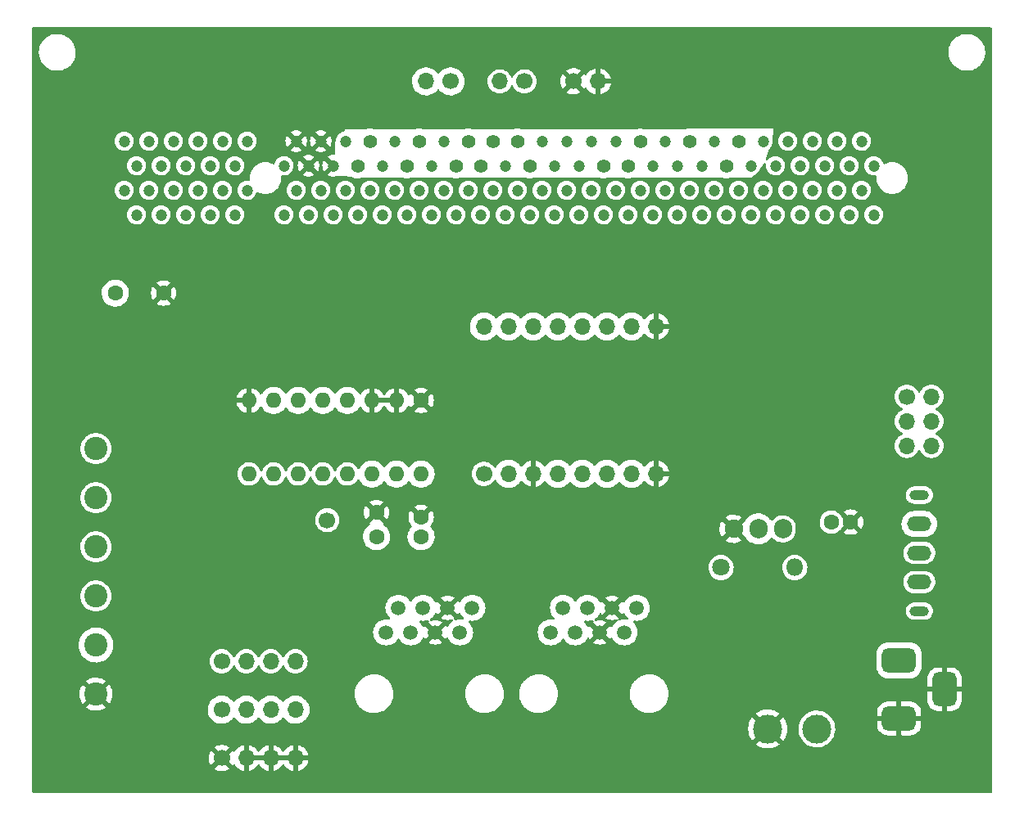
<source format=gbr>
G04 #@! TF.GenerationSoftware,KiCad,Pcbnew,(6.0.11)*
G04 #@! TF.CreationDate,2024-05-31T18:35:00-03:00*
G04 #@! TF.ProjectId,robo_descontrolado,726f626f-5f64-4657-9363-6f6e74726f6c,rev?*
G04 #@! TF.SameCoordinates,Original*
G04 #@! TF.FileFunction,Copper,L1,Top*
G04 #@! TF.FilePolarity,Positive*
%FSLAX46Y46*%
G04 Gerber Fmt 4.6, Leading zero omitted, Abs format (unit mm)*
G04 Created by KiCad (PCBNEW (6.0.11)) date 2024-05-31 18:35:00*
%MOMM*%
%LPD*%
G01*
G04 APERTURE LIST*
G04 Aperture macros list*
%AMRoundRect*
0 Rectangle with rounded corners*
0 $1 Rounding radius*
0 $2 $3 $4 $5 $6 $7 $8 $9 X,Y pos of 4 corners*
0 Add a 4 corners polygon primitive as box body*
4,1,4,$2,$3,$4,$5,$6,$7,$8,$9,$2,$3,0*
0 Add four circle primitives for the rounded corners*
1,1,$1+$1,$2,$3*
1,1,$1+$1,$4,$5*
1,1,$1+$1,$6,$7*
1,1,$1+$1,$8,$9*
0 Add four rect primitives between the rounded corners*
20,1,$1+$1,$2,$3,$4,$5,0*
20,1,$1+$1,$4,$5,$6,$7,0*
20,1,$1+$1,$6,$7,$8,$9,0*
20,1,$1+$1,$8,$9,$2,$3,0*%
G04 Aperture macros list end*
G04 #@! TA.AperFunction,ComponentPad*
%ADD10C,1.500000*%
G04 #@! TD*
G04 #@! TA.AperFunction,ComponentPad*
%ADD11C,1.200000*%
G04 #@! TD*
G04 #@! TA.AperFunction,ComponentPad*
%ADD12C,1.400000*%
G04 #@! TD*
G04 #@! TA.AperFunction,ComponentPad*
%ADD13C,1.905000*%
G04 #@! TD*
G04 #@! TA.AperFunction,ComponentPad*
%ADD14O,1.905000X2.000000*%
G04 #@! TD*
G04 #@! TA.AperFunction,ComponentPad*
%ADD15C,1.600000*%
G04 #@! TD*
G04 #@! TA.AperFunction,ComponentPad*
%ADD16C,1.700000*%
G04 #@! TD*
G04 #@! TA.AperFunction,ComponentPad*
%ADD17O,1.700000X1.700000*%
G04 #@! TD*
G04 #@! TA.AperFunction,ComponentPad*
%ADD18C,2.400000*%
G04 #@! TD*
G04 #@! TA.AperFunction,ComponentPad*
%ADD19RoundRect,0.625000X1.125000X-0.625000X1.125000X0.625000X-1.125000X0.625000X-1.125000X-0.625000X0*%
G04 #@! TD*
G04 #@! TA.AperFunction,ComponentPad*
%ADD20RoundRect,0.625000X0.625000X-1.125000X0.625000X1.125000X-0.625000X1.125000X-0.625000X-1.125000X0*%
G04 #@! TD*
G04 #@! TA.AperFunction,WasherPad*
%ADD21RoundRect,0.500000X-0.500000X0.000000X-0.500000X0.000000X0.500000X0.000000X0.500000X0.000000X0*%
G04 #@! TD*
G04 #@! TA.AperFunction,ComponentPad*
%ADD22O,2.500000X1.500000*%
G04 #@! TD*
G04 #@! TA.AperFunction,ComponentPad*
%ADD23C,3.000000*%
G04 #@! TD*
G04 #@! TA.AperFunction,ComponentPad*
%ADD24C,1.800000*%
G04 #@! TD*
G04 #@! TA.AperFunction,ComponentPad*
%ADD25O,1.800000X1.800000*%
G04 #@! TD*
G04 #@! TA.AperFunction,ComponentPad*
%ADD26O,1.600000X1.600000*%
G04 #@! TD*
G04 APERTURE END LIST*
D10*
X154000000Y-123000000D03*
X155270000Y-120460000D03*
X156540000Y-123000000D03*
X157810000Y-120460000D03*
X159080000Y-123000000D03*
X160350000Y-120460000D03*
X161620000Y-123000000D03*
X162890000Y-120460000D03*
X137000000Y-123000000D03*
X138270000Y-120460000D03*
X139540000Y-123000000D03*
X140810000Y-120460000D03*
X142080000Y-123000000D03*
X143350000Y-120460000D03*
X144620000Y-123000000D03*
X145890000Y-120460000D03*
D11*
X187385000Y-79810000D03*
X186115000Y-77270000D03*
X184845000Y-79810000D03*
X183575000Y-77270000D03*
X182305000Y-79810000D03*
X181035000Y-77270000D03*
X179765000Y-79810000D03*
X178495000Y-77270000D03*
X177225000Y-79810000D03*
X175955000Y-77270000D03*
X174685000Y-79810000D03*
X173415000Y-77270000D03*
X172145000Y-79810000D03*
X170875000Y-77270000D03*
X169605000Y-79810000D03*
X168335000Y-77270000D03*
X167065000Y-79810000D03*
X165795000Y-77270000D03*
X164525000Y-79810000D03*
X163255000Y-77270000D03*
X161985000Y-79810000D03*
X160715000Y-77270000D03*
X159445000Y-79810000D03*
X158175000Y-77270000D03*
X156905000Y-79810000D03*
X155635000Y-77270000D03*
X154365000Y-79810000D03*
X153095000Y-77270000D03*
X151825000Y-79810000D03*
X150555000Y-77270000D03*
X149285000Y-79810000D03*
X148015000Y-77270000D03*
X146745000Y-79810000D03*
X145475000Y-77270000D03*
X144205000Y-79810000D03*
X142935000Y-77270000D03*
X141665000Y-79810000D03*
X140395000Y-77270000D03*
X139125000Y-79810000D03*
X137855000Y-77270000D03*
X136585000Y-79810000D03*
X135315000Y-77270000D03*
X134045000Y-79810000D03*
X132775000Y-77270000D03*
X131505000Y-79810000D03*
X130235000Y-77270000D03*
X128965000Y-79810000D03*
X127695000Y-77270000D03*
X126425000Y-79810000D03*
X122615000Y-77270000D03*
X121345000Y-79810000D03*
X120075000Y-77270000D03*
X118805000Y-79810000D03*
X117535000Y-77270000D03*
X116265000Y-79810000D03*
X114995000Y-77270000D03*
X113725000Y-79810000D03*
X112455000Y-77270000D03*
X111185000Y-79810000D03*
X109915000Y-77270000D03*
X187385000Y-74730000D03*
X186115000Y-72190000D03*
X184845000Y-74730000D03*
X183575000Y-72190000D03*
X182305000Y-74730000D03*
X181035000Y-72190000D03*
X179765000Y-74730000D03*
X178495000Y-72190000D03*
X177225000Y-74730000D03*
X175955000Y-72190000D03*
X174685000Y-74730000D03*
D12*
X173415000Y-72190000D03*
X172145000Y-74730000D03*
D11*
X170875000Y-72190000D03*
X169605000Y-74730000D03*
D12*
X168335000Y-72190000D03*
D11*
X167065000Y-74730000D03*
X165795000Y-72190000D03*
X164525000Y-74730000D03*
D12*
X163255000Y-72190000D03*
X161985000Y-74730000D03*
D11*
X160715000Y-72190000D03*
D12*
X159445000Y-74730000D03*
D11*
X158175000Y-72190000D03*
X156905000Y-74730000D03*
X155635000Y-72190000D03*
X154365000Y-74730000D03*
X153095000Y-72190000D03*
D12*
X151825000Y-74730000D03*
X150555000Y-72190000D03*
D11*
X149285000Y-74730000D03*
D12*
X148015000Y-72190000D03*
X146745000Y-74730000D03*
X145475000Y-72190000D03*
X144205000Y-74730000D03*
D11*
X142935000Y-72190000D03*
X141665000Y-74730000D03*
D12*
X140395000Y-72190000D03*
X139125000Y-74730000D03*
D11*
X137855000Y-72190000D03*
X136585000Y-74730000D03*
D12*
X135315000Y-72190000D03*
X134045000Y-74730000D03*
D11*
X132775000Y-72190000D03*
X131505000Y-74730000D03*
X130235000Y-72190000D03*
X128965000Y-74730000D03*
X127695000Y-72190000D03*
X126425000Y-74730000D03*
X122615000Y-72190000D03*
X121345000Y-74730000D03*
X120075000Y-72190000D03*
X118805000Y-74730000D03*
X117535000Y-72190000D03*
X116265000Y-74730000D03*
X114995000Y-72190000D03*
X113725000Y-74730000D03*
X112455000Y-72190000D03*
X111185000Y-74730000D03*
X109915000Y-72190000D03*
D13*
X172900000Y-112300000D03*
D14*
X175440000Y-112300000D03*
X177980000Y-112300000D03*
D15*
X109000000Y-87900000D03*
X114000000Y-87900000D03*
D16*
X120000000Y-126000000D03*
D17*
X122540000Y-126000000D03*
X125080000Y-126000000D03*
X127620000Y-126000000D03*
D16*
X120000000Y-131000000D03*
D17*
X122540000Y-131000000D03*
X125080000Y-131000000D03*
X127620000Y-131000000D03*
D16*
X120000000Y-136000000D03*
D17*
X122540000Y-136000000D03*
X125080000Y-136000000D03*
X127620000Y-136000000D03*
D16*
X156350000Y-66000000D03*
D17*
X158890000Y-66000000D03*
D16*
X143650000Y-66000000D03*
D17*
X141110000Y-66000000D03*
D16*
X151270000Y-66000000D03*
D17*
X148730000Y-66000000D03*
D16*
X190800000Y-98620000D03*
D17*
X193340000Y-98620000D03*
X190800000Y-101160000D03*
X193340000Y-101160000D03*
X190800000Y-103700000D03*
X193340000Y-103700000D03*
D18*
X107000000Y-104000000D03*
X107000000Y-109080000D03*
X107000000Y-114160000D03*
X107000000Y-119240000D03*
X107000000Y-124320000D03*
X107000000Y-129400000D03*
D19*
X190000000Y-125900000D03*
X190000000Y-131900000D03*
D20*
X194700000Y-128900000D03*
D21*
X192100000Y-108800000D03*
X192100000Y-120800000D03*
D22*
X192100000Y-111800000D03*
X192100000Y-114800000D03*
X192100000Y-117800000D03*
D15*
X183000000Y-111600000D03*
X185000000Y-111600000D03*
D23*
X176420000Y-133000000D03*
X181500000Y-133000000D03*
D24*
X171600000Y-116300000D03*
D25*
X179220000Y-116300000D03*
D16*
X147100000Y-106600000D03*
D17*
X149640000Y-106600000D03*
X152180000Y-106600000D03*
X154720000Y-106600000D03*
X157260000Y-106600000D03*
X159800000Y-106600000D03*
X162340000Y-106600000D03*
X164880000Y-106600000D03*
X164880000Y-91360000D03*
X162340000Y-91360000D03*
X159800000Y-91360000D03*
X157260000Y-91360000D03*
X154720000Y-91360000D03*
X152180000Y-91360000D03*
X149640000Y-91360000D03*
X147100000Y-91360000D03*
D15*
X140600000Y-99000000D03*
D26*
X138060000Y-99000000D03*
X135520000Y-99000000D03*
X132980000Y-99000000D03*
X130440000Y-99000000D03*
X127900000Y-99000000D03*
X125360000Y-99000000D03*
X122820000Y-99000000D03*
X122820000Y-106620000D03*
X125360000Y-106620000D03*
X127900000Y-106620000D03*
X130440000Y-106620000D03*
X132980000Y-106620000D03*
X135520000Y-106620000D03*
X138060000Y-106620000D03*
X140600000Y-106620000D03*
D16*
X130900000Y-111400000D03*
D15*
X136000000Y-110600000D03*
X136000000Y-113100000D03*
X140600000Y-113100000D03*
X140600000Y-111100000D03*
G04 #@! TA.AperFunction,Conductor*
G36*
X199541621Y-60420502D02*
G01*
X199588114Y-60474158D01*
X199599500Y-60526500D01*
X199599500Y-139473500D01*
X199579498Y-139541621D01*
X199525842Y-139588114D01*
X199473500Y-139599500D01*
X100526500Y-139599500D01*
X100458379Y-139579498D01*
X100411886Y-139525842D01*
X100400500Y-139473500D01*
X100400500Y-137124853D01*
X119239977Y-137124853D01*
X119245258Y-137131907D01*
X119406756Y-137226279D01*
X119416042Y-137230729D01*
X119615001Y-137306703D01*
X119624899Y-137309579D01*
X119833595Y-137352038D01*
X119843823Y-137353257D01*
X120056650Y-137361062D01*
X120066936Y-137360595D01*
X120278185Y-137333534D01*
X120288262Y-137331392D01*
X120492255Y-137270191D01*
X120501842Y-137266433D01*
X120693098Y-137172738D01*
X120701944Y-137167465D01*
X120749247Y-137133723D01*
X120757648Y-137123023D01*
X120750660Y-137109870D01*
X120012812Y-136372022D01*
X119998868Y-136364408D01*
X119997035Y-136364539D01*
X119990420Y-136368790D01*
X119246737Y-137112473D01*
X119239977Y-137124853D01*
X100400500Y-137124853D01*
X100400500Y-135971863D01*
X118638050Y-135971863D01*
X118650309Y-136184477D01*
X118651745Y-136194697D01*
X118698565Y-136402446D01*
X118701645Y-136412275D01*
X118781770Y-136609603D01*
X118786413Y-136618794D01*
X118866460Y-136749420D01*
X118876916Y-136758880D01*
X118885694Y-136755096D01*
X119627978Y-136012812D01*
X119634356Y-136001132D01*
X120364408Y-136001132D01*
X120364539Y-136002965D01*
X120368790Y-136009580D01*
X121110474Y-136751264D01*
X121122484Y-136757823D01*
X121134223Y-136748855D01*
X121168022Y-136701819D01*
X121169149Y-136702629D01*
X121216659Y-136658881D01*
X121286596Y-136646661D01*
X121352038Y-136674191D01*
X121379870Y-136706028D01*
X121437694Y-136800388D01*
X121443777Y-136808699D01*
X121583213Y-136969667D01*
X121590580Y-136976883D01*
X121754434Y-137112916D01*
X121762881Y-137118831D01*
X121946756Y-137226279D01*
X121956042Y-137230729D01*
X122155001Y-137306703D01*
X122164899Y-137309579D01*
X122268250Y-137330606D01*
X122282299Y-137329410D01*
X122286000Y-137319065D01*
X122286000Y-137318517D01*
X122794000Y-137318517D01*
X122798064Y-137332359D01*
X122811478Y-137334393D01*
X122818184Y-137333534D01*
X122828262Y-137331392D01*
X123032255Y-137270191D01*
X123041842Y-137266433D01*
X123233095Y-137172739D01*
X123241945Y-137167464D01*
X123415328Y-137043792D01*
X123423200Y-137037139D01*
X123574052Y-136886812D01*
X123580730Y-136878965D01*
X123708022Y-136701819D01*
X123709147Y-136702627D01*
X123756669Y-136658876D01*
X123826607Y-136646661D01*
X123892046Y-136674197D01*
X123919870Y-136706028D01*
X123977690Y-136800383D01*
X123983777Y-136808699D01*
X124123213Y-136969667D01*
X124130580Y-136976883D01*
X124294434Y-137112916D01*
X124302881Y-137118831D01*
X124486756Y-137226279D01*
X124496042Y-137230729D01*
X124695001Y-137306703D01*
X124704899Y-137309579D01*
X124808250Y-137330606D01*
X124822299Y-137329410D01*
X124826000Y-137319065D01*
X124826000Y-137318517D01*
X125334000Y-137318517D01*
X125338064Y-137332359D01*
X125351478Y-137334393D01*
X125358184Y-137333534D01*
X125368262Y-137331392D01*
X125572255Y-137270191D01*
X125581842Y-137266433D01*
X125773095Y-137172739D01*
X125781945Y-137167464D01*
X125955328Y-137043792D01*
X125963200Y-137037139D01*
X126114052Y-136886812D01*
X126120730Y-136878965D01*
X126248022Y-136701819D01*
X126249147Y-136702627D01*
X126296669Y-136658876D01*
X126366607Y-136646661D01*
X126432046Y-136674197D01*
X126459870Y-136706028D01*
X126517690Y-136800383D01*
X126523777Y-136808699D01*
X126663213Y-136969667D01*
X126670580Y-136976883D01*
X126834434Y-137112916D01*
X126842881Y-137118831D01*
X127026756Y-137226279D01*
X127036042Y-137230729D01*
X127235001Y-137306703D01*
X127244899Y-137309579D01*
X127348250Y-137330606D01*
X127362299Y-137329410D01*
X127366000Y-137319065D01*
X127366000Y-137318517D01*
X127874000Y-137318517D01*
X127878064Y-137332359D01*
X127891478Y-137334393D01*
X127898184Y-137333534D01*
X127908262Y-137331392D01*
X128112255Y-137270191D01*
X128121842Y-137266433D01*
X128313095Y-137172739D01*
X128321945Y-137167464D01*
X128495328Y-137043792D01*
X128503200Y-137037139D01*
X128654052Y-136886812D01*
X128660730Y-136878965D01*
X128785003Y-136706020D01*
X128790313Y-136697183D01*
X128884670Y-136506267D01*
X128888469Y-136496672D01*
X128950377Y-136292910D01*
X128952555Y-136282837D01*
X128953986Y-136271962D01*
X128951775Y-136257778D01*
X128938617Y-136254000D01*
X127892115Y-136254000D01*
X127876876Y-136258475D01*
X127875671Y-136259865D01*
X127874000Y-136267548D01*
X127874000Y-137318517D01*
X127366000Y-137318517D01*
X127366000Y-136272115D01*
X127361525Y-136256876D01*
X127360135Y-136255671D01*
X127352452Y-136254000D01*
X125352115Y-136254000D01*
X125336876Y-136258475D01*
X125335671Y-136259865D01*
X125334000Y-136267548D01*
X125334000Y-137318517D01*
X124826000Y-137318517D01*
X124826000Y-136272115D01*
X124821525Y-136256876D01*
X124820135Y-136255671D01*
X124812452Y-136254000D01*
X122812115Y-136254000D01*
X122796876Y-136258475D01*
X122795671Y-136259865D01*
X122794000Y-136267548D01*
X122794000Y-137318517D01*
X122286000Y-137318517D01*
X122286000Y-135727885D01*
X122794000Y-135727885D01*
X122798475Y-135743124D01*
X122799865Y-135744329D01*
X122807548Y-135746000D01*
X124807885Y-135746000D01*
X124823124Y-135741525D01*
X124824329Y-135740135D01*
X124826000Y-135732452D01*
X124826000Y-135727885D01*
X125334000Y-135727885D01*
X125338475Y-135743124D01*
X125339865Y-135744329D01*
X125347548Y-135746000D01*
X127347885Y-135746000D01*
X127363124Y-135741525D01*
X127364329Y-135740135D01*
X127366000Y-135732452D01*
X127366000Y-135727885D01*
X127874000Y-135727885D01*
X127878475Y-135743124D01*
X127879865Y-135744329D01*
X127887548Y-135746000D01*
X128938344Y-135746000D01*
X128951875Y-135742027D01*
X128953180Y-135732947D01*
X128911214Y-135565875D01*
X128907894Y-135556124D01*
X128822972Y-135360814D01*
X128818105Y-135351739D01*
X128702426Y-135172926D01*
X128696136Y-135164757D01*
X128552806Y-135007240D01*
X128545273Y-135000215D01*
X128378139Y-134868222D01*
X128369552Y-134862517D01*
X128183117Y-134759599D01*
X128173705Y-134755369D01*
X127972959Y-134684280D01*
X127962988Y-134681646D01*
X127891837Y-134668972D01*
X127878540Y-134670432D01*
X127874000Y-134684989D01*
X127874000Y-135727885D01*
X127366000Y-135727885D01*
X127366000Y-134683102D01*
X127362082Y-134669758D01*
X127347806Y-134667771D01*
X127309324Y-134673660D01*
X127299288Y-134676051D01*
X127096868Y-134742212D01*
X127087359Y-134746209D01*
X126898463Y-134844542D01*
X126889738Y-134850036D01*
X126719433Y-134977905D01*
X126711726Y-134984748D01*
X126564590Y-135138717D01*
X126558104Y-135146727D01*
X126453193Y-135300521D01*
X126398282Y-135345524D01*
X126327757Y-135353695D01*
X126264010Y-135322441D01*
X126243313Y-135297957D01*
X126162427Y-135172926D01*
X126156136Y-135164757D01*
X126012806Y-135007240D01*
X126005273Y-135000215D01*
X125838139Y-134868222D01*
X125829552Y-134862517D01*
X125643117Y-134759599D01*
X125633705Y-134755369D01*
X125432959Y-134684280D01*
X125422988Y-134681646D01*
X125351837Y-134668972D01*
X125338540Y-134670432D01*
X125334000Y-134684989D01*
X125334000Y-135727885D01*
X124826000Y-135727885D01*
X124826000Y-134683102D01*
X124822082Y-134669758D01*
X124807806Y-134667771D01*
X124769324Y-134673660D01*
X124759288Y-134676051D01*
X124556868Y-134742212D01*
X124547359Y-134746209D01*
X124358463Y-134844542D01*
X124349738Y-134850036D01*
X124179433Y-134977905D01*
X124171726Y-134984748D01*
X124024590Y-135138717D01*
X124018104Y-135146727D01*
X123913193Y-135300521D01*
X123858282Y-135345524D01*
X123787757Y-135353695D01*
X123724010Y-135322441D01*
X123703313Y-135297957D01*
X123622427Y-135172926D01*
X123616136Y-135164757D01*
X123472806Y-135007240D01*
X123465273Y-135000215D01*
X123298139Y-134868222D01*
X123289552Y-134862517D01*
X123103117Y-134759599D01*
X123093705Y-134755369D01*
X122892959Y-134684280D01*
X122882988Y-134681646D01*
X122811837Y-134668972D01*
X122798540Y-134670432D01*
X122794000Y-134684989D01*
X122794000Y-135727885D01*
X122286000Y-135727885D01*
X122286000Y-134683102D01*
X122282082Y-134669758D01*
X122267806Y-134667771D01*
X122229324Y-134673660D01*
X122219288Y-134676051D01*
X122016868Y-134742212D01*
X122007359Y-134746209D01*
X121818463Y-134844542D01*
X121809738Y-134850036D01*
X121639433Y-134977905D01*
X121631726Y-134984748D01*
X121484590Y-135138717D01*
X121478104Y-135146727D01*
X121373193Y-135300521D01*
X121318282Y-135345524D01*
X121247757Y-135353695D01*
X121184010Y-135322441D01*
X121163313Y-135297957D01*
X121133063Y-135251198D01*
X121122377Y-135241995D01*
X121112812Y-135246398D01*
X120372022Y-135987188D01*
X120364408Y-136001132D01*
X119634356Y-136001132D01*
X119635592Y-135998868D01*
X119635461Y-135997035D01*
X119631210Y-135990420D01*
X118889849Y-135249059D01*
X118878313Y-135242759D01*
X118866031Y-135252382D01*
X118818089Y-135322662D01*
X118813004Y-135331613D01*
X118723338Y-135524783D01*
X118719775Y-135534470D01*
X118662864Y-135739681D01*
X118660933Y-135749800D01*
X118638302Y-135961574D01*
X118638050Y-135971863D01*
X100400500Y-135971863D01*
X100400500Y-134876427D01*
X119241223Y-134876427D01*
X119247968Y-134888758D01*
X119987188Y-135627978D01*
X120001132Y-135635592D01*
X120002965Y-135635461D01*
X120009580Y-135631210D01*
X120753389Y-134887401D01*
X120760410Y-134874544D01*
X120753611Y-134865213D01*
X120749554Y-134862518D01*
X120563117Y-134759599D01*
X120553705Y-134755369D01*
X120352959Y-134684280D01*
X120342989Y-134681646D01*
X120133327Y-134644301D01*
X120123073Y-134643331D01*
X119910116Y-134640728D01*
X119899832Y-134641448D01*
X119689321Y-134673661D01*
X119679293Y-134676050D01*
X119476868Y-134742212D01*
X119467359Y-134746209D01*
X119278466Y-134844540D01*
X119269734Y-134850039D01*
X119249677Y-134865099D01*
X119241223Y-134876427D01*
X100400500Y-134876427D01*
X100400500Y-134589654D01*
X175195618Y-134589654D01*
X175202673Y-134599627D01*
X175233679Y-134625551D01*
X175240598Y-134630579D01*
X175465272Y-134771515D01*
X175472807Y-134775556D01*
X175714520Y-134884694D01*
X175722551Y-134887680D01*
X175976832Y-134963002D01*
X175985184Y-134964869D01*
X176247340Y-135004984D01*
X176255874Y-135005700D01*
X176521045Y-135009867D01*
X176529596Y-135009418D01*
X176792883Y-134977557D01*
X176801284Y-134975955D01*
X177057824Y-134908653D01*
X177065926Y-134905926D01*
X177310949Y-134804434D01*
X177318617Y-134800628D01*
X177547598Y-134666822D01*
X177554679Y-134662009D01*
X177634655Y-134599301D01*
X177643125Y-134587442D01*
X177636608Y-134575818D01*
X176432812Y-133372022D01*
X176418868Y-133364408D01*
X176417035Y-133364539D01*
X176410420Y-133368790D01*
X175202910Y-134576300D01*
X175195618Y-134589654D01*
X100400500Y-134589654D01*
X100400500Y-132983204D01*
X174407665Y-132983204D01*
X174422932Y-133247969D01*
X174424005Y-133256470D01*
X174475065Y-133516722D01*
X174477276Y-133524974D01*
X174563184Y-133775894D01*
X174566498Y-133783778D01*
X174685664Y-134020713D01*
X174690020Y-134028079D01*
X174819347Y-134216250D01*
X174829601Y-134224594D01*
X174843342Y-134217448D01*
X176047978Y-133012812D01*
X176054356Y-133001132D01*
X176784408Y-133001132D01*
X176784539Y-133002965D01*
X176788790Y-133009580D01*
X177995730Y-134216520D01*
X178007939Y-134223187D01*
X178019439Y-134214497D01*
X178116831Y-134081913D01*
X178121418Y-134074685D01*
X178247962Y-133841621D01*
X178251530Y-133833827D01*
X178345271Y-133585750D01*
X178347748Y-133577544D01*
X178406954Y-133319038D01*
X178408294Y-133310577D01*
X178432031Y-133044616D01*
X178432277Y-133039677D01*
X178432666Y-133002485D01*
X178432523Y-132997519D01*
X178428612Y-132940151D01*
X179595585Y-132940151D01*
X179595760Y-132944602D01*
X179602763Y-133122820D01*
X179606152Y-133209083D01*
X179654505Y-133473843D01*
X179739682Y-133729148D01*
X179741674Y-133733135D01*
X179741675Y-133733137D01*
X179763040Y-133775894D01*
X179859981Y-133969905D01*
X180013003Y-134191309D01*
X180016025Y-134194578D01*
X180192679Y-134385682D01*
X180192684Y-134385687D01*
X180195695Y-134388944D01*
X180404411Y-134558866D01*
X180408229Y-134561165D01*
X180408231Y-134561166D01*
X180595083Y-134673660D01*
X180634987Y-134697684D01*
X180639082Y-134699418D01*
X180639084Y-134699419D01*
X180878721Y-134800892D01*
X180878728Y-134800894D01*
X180882822Y-134802628D01*
X180978710Y-134828052D01*
X181138675Y-134870467D01*
X181138680Y-134870468D01*
X181142972Y-134871606D01*
X181147381Y-134872128D01*
X181147387Y-134872129D01*
X181287888Y-134888758D01*
X181410245Y-134903240D01*
X181679310Y-134896899D01*
X181728221Y-134888758D01*
X181940406Y-134853441D01*
X181940410Y-134853440D01*
X181944796Y-134852710D01*
X181949037Y-134851369D01*
X181949040Y-134851368D01*
X182197162Y-134772897D01*
X182197164Y-134772896D01*
X182201408Y-134771554D01*
X182205419Y-134769628D01*
X182205424Y-134769626D01*
X182440006Y-134656981D01*
X182440007Y-134656980D01*
X182444025Y-134655051D01*
X182460114Y-134644301D01*
X182664098Y-134508004D01*
X182664102Y-134508001D01*
X182667806Y-134505526D01*
X182671123Y-134502555D01*
X182671127Y-134502552D01*
X182864970Y-134328931D01*
X182868286Y-134325961D01*
X182960508Y-134216250D01*
X183038601Y-134123348D01*
X183038606Y-134123342D01*
X183041465Y-134119940D01*
X183183887Y-133891572D01*
X183231543Y-133783778D01*
X183290910Y-133649492D01*
X183292712Y-133645416D01*
X183365767Y-133386382D01*
X183401595Y-133119638D01*
X183402950Y-133076533D01*
X183405254Y-133003222D01*
X183405254Y-133003217D01*
X183405355Y-133000000D01*
X183396615Y-132876550D01*
X183386662Y-132735982D01*
X183386347Y-132731533D01*
X183384435Y-132722649D01*
X183360140Y-132609807D01*
X187742001Y-132609807D01*
X187742121Y-132613701D01*
X187744790Y-132656893D01*
X187746126Y-132666472D01*
X187790048Y-132867073D01*
X187793695Y-132878432D01*
X187874306Y-133066059D01*
X187880041Y-133076533D01*
X187994669Y-133245522D01*
X188002282Y-133254724D01*
X188146802Y-133398992D01*
X188156015Y-133406587D01*
X188325206Y-133520922D01*
X188335690Y-133526638D01*
X188523450Y-133606918D01*
X188534821Y-133610547D01*
X188735480Y-133654115D01*
X188745100Y-133655437D01*
X188786387Y-133657890D01*
X188790102Y-133658000D01*
X189727885Y-133658000D01*
X189743124Y-133653525D01*
X189744329Y-133652135D01*
X189746000Y-133644452D01*
X189746000Y-133639884D01*
X190254000Y-133639884D01*
X190258475Y-133655123D01*
X190259865Y-133656328D01*
X190267548Y-133657999D01*
X191209807Y-133657999D01*
X191213701Y-133657879D01*
X191256893Y-133655210D01*
X191266472Y-133653874D01*
X191467073Y-133609952D01*
X191478432Y-133606305D01*
X191666059Y-133525694D01*
X191676533Y-133519959D01*
X191845522Y-133405331D01*
X191854724Y-133397718D01*
X191998992Y-133253198D01*
X192006587Y-133243985D01*
X192120922Y-133074794D01*
X192126638Y-133064310D01*
X192206918Y-132876550D01*
X192210547Y-132865179D01*
X192254115Y-132664520D01*
X192255437Y-132654900D01*
X192257890Y-132613613D01*
X192258000Y-132609898D01*
X192258000Y-132172115D01*
X192253525Y-132156876D01*
X192252135Y-132155671D01*
X192244452Y-132154000D01*
X190272115Y-132154000D01*
X190256876Y-132158475D01*
X190255671Y-132159865D01*
X190254000Y-132167548D01*
X190254000Y-133639884D01*
X189746000Y-133639884D01*
X189746000Y-132172115D01*
X189741525Y-132156876D01*
X189740135Y-132155671D01*
X189732452Y-132154000D01*
X187760116Y-132154000D01*
X187744877Y-132158475D01*
X187743672Y-132159865D01*
X187742001Y-132167548D01*
X187742001Y-132609807D01*
X183360140Y-132609807D01*
X183330636Y-132472771D01*
X183329700Y-132468423D01*
X183324300Y-132453784D01*
X183238090Y-132220101D01*
X183238089Y-132220099D01*
X183236547Y-132215919D01*
X183212912Y-132172115D01*
X183110857Y-131982976D01*
X183108744Y-131979060D01*
X183023401Y-131863514D01*
X182951492Y-131766157D01*
X182951489Y-131766154D01*
X182948843Y-131762571D01*
X182816257Y-131627885D01*
X187742000Y-131627885D01*
X187746475Y-131643124D01*
X187747865Y-131644329D01*
X187755548Y-131646000D01*
X189727885Y-131646000D01*
X189743124Y-131641525D01*
X189744329Y-131640135D01*
X189746000Y-131632452D01*
X189746000Y-131627885D01*
X190254000Y-131627885D01*
X190258475Y-131643124D01*
X190259865Y-131644329D01*
X190267548Y-131646000D01*
X192239884Y-131646000D01*
X192255123Y-131641525D01*
X192256328Y-131640135D01*
X192257999Y-131632452D01*
X192257999Y-131190194D01*
X192257879Y-131186299D01*
X192255210Y-131143107D01*
X192253874Y-131133528D01*
X192209952Y-130932927D01*
X192206305Y-130921568D01*
X192125694Y-130733941D01*
X192119959Y-130723467D01*
X192005331Y-130554478D01*
X191997718Y-130545276D01*
X191853198Y-130401008D01*
X191843985Y-130393413D01*
X191674794Y-130279078D01*
X191664310Y-130273362D01*
X191476550Y-130193082D01*
X191465179Y-130189453D01*
X191264520Y-130145885D01*
X191254900Y-130144563D01*
X191213613Y-130142110D01*
X191209898Y-130142000D01*
X190272115Y-130142000D01*
X190256876Y-130146475D01*
X190255671Y-130147865D01*
X190254000Y-130155548D01*
X190254000Y-131627885D01*
X189746000Y-131627885D01*
X189746000Y-130160116D01*
X189741525Y-130144877D01*
X189740135Y-130143672D01*
X189732452Y-130142001D01*
X188790194Y-130142001D01*
X188786299Y-130142121D01*
X188743107Y-130144790D01*
X188733528Y-130146126D01*
X188532927Y-130190048D01*
X188521568Y-130193695D01*
X188333941Y-130274306D01*
X188323467Y-130280041D01*
X188154478Y-130394669D01*
X188145276Y-130402282D01*
X188001008Y-130546802D01*
X187993413Y-130556015D01*
X187879078Y-130725206D01*
X187873362Y-130735690D01*
X187793082Y-130923450D01*
X187789453Y-130934821D01*
X187745885Y-131135480D01*
X187744563Y-131145100D01*
X187742110Y-131186387D01*
X187742000Y-131190102D01*
X187742000Y-131627885D01*
X182816257Y-131627885D01*
X182760034Y-131570772D01*
X182546083Y-131407490D01*
X182542194Y-131405312D01*
X182315147Y-131278159D01*
X182315144Y-131278158D01*
X182311261Y-131275983D01*
X182307122Y-131274382D01*
X182307114Y-131274378D01*
X182079441Y-131186299D01*
X182060251Y-131178875D01*
X182055926Y-131177872D01*
X182055921Y-131177871D01*
X181905937Y-131143107D01*
X181798063Y-131118103D01*
X181529928Y-131094880D01*
X181525493Y-131095124D01*
X181525489Y-131095124D01*
X181420393Y-131100908D01*
X181261196Y-131109669D01*
X181256833Y-131110537D01*
X181256832Y-131110537D01*
X181001596Y-131161307D01*
X181001594Y-131161308D01*
X180997228Y-131162176D01*
X180743292Y-131251352D01*
X180504455Y-131375418D01*
X180500840Y-131378001D01*
X180500834Y-131378005D01*
X180420735Y-131435245D01*
X180285481Y-131531899D01*
X180282254Y-131534977D01*
X180282252Y-131534979D01*
X180155139Y-131656239D01*
X180090740Y-131717672D01*
X179924118Y-131929032D01*
X179892785Y-131982976D01*
X179791173Y-132157913D01*
X179791170Y-132157919D01*
X179788939Y-132161760D01*
X179787269Y-132165883D01*
X179710017Y-132356610D01*
X179687900Y-132411213D01*
X179686829Y-132415526D01*
X179686827Y-132415531D01*
X179673689Y-132468423D01*
X179623017Y-132672414D01*
X179595585Y-132940151D01*
X178428612Y-132940151D01*
X178414362Y-132731123D01*
X178413201Y-132722649D01*
X178359419Y-132462944D01*
X178357120Y-132454709D01*
X178268588Y-132204705D01*
X178265191Y-132196854D01*
X178143550Y-131961178D01*
X178139122Y-131953866D01*
X178020031Y-131784417D01*
X178009509Y-131776037D01*
X177996121Y-131783089D01*
X176792022Y-132987188D01*
X176784408Y-133001132D01*
X176054356Y-133001132D01*
X176055592Y-132998868D01*
X176055461Y-132997035D01*
X176051210Y-132990420D01*
X174843814Y-131783024D01*
X174831804Y-131776466D01*
X174820064Y-131785434D01*
X174711935Y-131935911D01*
X174707418Y-131943196D01*
X174583325Y-132177567D01*
X174579839Y-132185395D01*
X174488700Y-132434446D01*
X174486311Y-132442670D01*
X174429812Y-132701795D01*
X174428563Y-132710250D01*
X174407754Y-132974653D01*
X174407665Y-132983204D01*
X100400500Y-132983204D01*
X100400500Y-130773359D01*
X105991386Y-130773359D01*
X106000099Y-130784879D01*
X106088586Y-130849760D01*
X106096505Y-130854708D01*
X106312877Y-130968547D01*
X106321451Y-130972275D01*
X106552282Y-131052885D01*
X106561291Y-131055299D01*
X106801518Y-131100908D01*
X106810775Y-131101962D01*
X107055107Y-131111563D01*
X107064420Y-131111237D01*
X107307478Y-131084618D01*
X107316655Y-131082917D01*
X107553107Y-131020665D01*
X107561926Y-131017628D01*
X107685724Y-130964440D01*
X118544963Y-130964440D01*
X118545260Y-130969592D01*
X118545260Y-130969596D01*
X118558396Y-131197403D01*
X118558397Y-131197409D01*
X118558694Y-131202562D01*
X118586454Y-131325745D01*
X118598232Y-131378005D01*
X118611131Y-131435245D01*
X118613075Y-131440032D01*
X118613076Y-131440036D01*
X118689354Y-131627885D01*
X118700867Y-131656239D01*
X118825493Y-131859609D01*
X118981660Y-132039894D01*
X119165176Y-132192252D01*
X119371112Y-132312591D01*
X119593937Y-132397680D01*
X119599005Y-132398711D01*
X119599008Y-132398712D01*
X119660453Y-132411213D01*
X119827666Y-132445233D01*
X119832839Y-132445423D01*
X119832842Y-132445423D01*
X120060861Y-132453784D01*
X120060865Y-132453784D01*
X120066025Y-132453973D01*
X120071146Y-132453317D01*
X120297489Y-132424321D01*
X120297490Y-132424321D01*
X120302609Y-132423665D01*
X120531068Y-132355125D01*
X120745264Y-132250191D01*
X120826492Y-132192252D01*
X120935242Y-132114681D01*
X120939445Y-132111683D01*
X121108397Y-131943320D01*
X121164991Y-131864561D01*
X121220986Y-131820913D01*
X121291689Y-131814467D01*
X121354654Y-131847270D01*
X121365463Y-131859635D01*
X121365493Y-131859609D01*
X121521660Y-132039894D01*
X121705176Y-132192252D01*
X121911112Y-132312591D01*
X122133937Y-132397680D01*
X122139005Y-132398711D01*
X122139008Y-132398712D01*
X122200453Y-132411213D01*
X122367666Y-132445233D01*
X122372839Y-132445423D01*
X122372842Y-132445423D01*
X122600861Y-132453784D01*
X122600865Y-132453784D01*
X122606025Y-132453973D01*
X122611146Y-132453317D01*
X122837489Y-132424321D01*
X122837490Y-132424321D01*
X122842609Y-132423665D01*
X123071068Y-132355125D01*
X123285264Y-132250191D01*
X123366492Y-132192252D01*
X123475242Y-132114681D01*
X123479445Y-132111683D01*
X123648397Y-131943320D01*
X123704991Y-131864561D01*
X123760986Y-131820913D01*
X123831689Y-131814467D01*
X123894654Y-131847270D01*
X123905463Y-131859635D01*
X123905493Y-131859609D01*
X124061660Y-132039894D01*
X124245176Y-132192252D01*
X124451112Y-132312591D01*
X124673937Y-132397680D01*
X124679005Y-132398711D01*
X124679008Y-132398712D01*
X124740453Y-132411213D01*
X124907666Y-132445233D01*
X124912839Y-132445423D01*
X124912842Y-132445423D01*
X125140861Y-132453784D01*
X125140865Y-132453784D01*
X125146025Y-132453973D01*
X125151146Y-132453317D01*
X125377489Y-132424321D01*
X125377490Y-132424321D01*
X125382609Y-132423665D01*
X125611068Y-132355125D01*
X125825264Y-132250191D01*
X125906492Y-132192252D01*
X126015242Y-132114681D01*
X126019445Y-132111683D01*
X126188397Y-131943320D01*
X126244991Y-131864561D01*
X126300986Y-131820913D01*
X126371689Y-131814467D01*
X126434654Y-131847270D01*
X126445463Y-131859635D01*
X126445493Y-131859609D01*
X126601660Y-132039894D01*
X126785176Y-132192252D01*
X126991112Y-132312591D01*
X127213937Y-132397680D01*
X127219005Y-132398711D01*
X127219008Y-132398712D01*
X127280453Y-132411213D01*
X127447666Y-132445233D01*
X127452839Y-132445423D01*
X127452842Y-132445423D01*
X127680861Y-132453784D01*
X127680865Y-132453784D01*
X127686025Y-132453973D01*
X127691146Y-132453317D01*
X127917489Y-132424321D01*
X127917490Y-132424321D01*
X127922609Y-132423665D01*
X128151068Y-132355125D01*
X128365264Y-132250191D01*
X128446492Y-132192252D01*
X128555242Y-132114681D01*
X128559445Y-132111683D01*
X128728397Y-131943320D01*
X128867582Y-131749623D01*
X128881646Y-131721168D01*
X128970969Y-131540437D01*
X128970970Y-131540435D01*
X128973263Y-131535795D01*
X129010722Y-131412500D01*
X175196584Y-131412500D01*
X175202980Y-131423770D01*
X176407188Y-132627978D01*
X176421132Y-132635592D01*
X176422965Y-132635461D01*
X176429580Y-132631210D01*
X177636604Y-131424186D01*
X177643795Y-131411017D01*
X177636473Y-131400780D01*
X177589233Y-131362115D01*
X177582261Y-131357160D01*
X177356122Y-131218582D01*
X177348552Y-131214624D01*
X177105704Y-131108022D01*
X177097644Y-131105120D01*
X176842592Y-131032467D01*
X176834214Y-131030685D01*
X176571656Y-130993318D01*
X176563111Y-130992691D01*
X176297908Y-130991302D01*
X176289374Y-130991839D01*
X176026433Y-131026456D01*
X176018035Y-131028149D01*
X175762238Y-131098127D01*
X175754143Y-131100946D01*
X175510199Y-131204997D01*
X175502577Y-131208881D01*
X175275013Y-131345075D01*
X175267981Y-131349962D01*
X175205053Y-131400377D01*
X175196584Y-131412500D01*
X129010722Y-131412500D01*
X129042600Y-131307577D01*
X129046637Y-131276911D01*
X129073296Y-131074421D01*
X129073297Y-131074414D01*
X129073733Y-131071099D01*
X129075471Y-131000000D01*
X129065419Y-130877731D01*
X129056351Y-130767435D01*
X129056350Y-130767429D01*
X129055927Y-130762284D01*
X129006200Y-130564310D01*
X128999080Y-130535963D01*
X128999079Y-130535959D01*
X128997821Y-130530952D01*
X128985415Y-130502420D01*
X128904772Y-130316953D01*
X128904770Y-130316950D01*
X128902712Y-130312216D01*
X128773155Y-130111951D01*
X128762989Y-130100778D01*
X128616107Y-129939358D01*
X128616105Y-129939357D01*
X128612629Y-129935536D01*
X128608578Y-129932337D01*
X128608574Y-129932333D01*
X128429500Y-129790909D01*
X128429496Y-129790907D01*
X128425445Y-129787707D01*
X128386125Y-129766001D01*
X128333306Y-129736844D01*
X128216631Y-129672436D01*
X128211762Y-129670712D01*
X128211758Y-129670710D01*
X127996663Y-129594541D01*
X127996661Y-129594540D01*
X127991794Y-129592817D01*
X127874383Y-129571903D01*
X127762060Y-129551894D01*
X127762056Y-129551894D01*
X127756972Y-129550988D01*
X127673140Y-129549964D01*
X127523640Y-129548137D01*
X127523638Y-129548137D01*
X127518471Y-129548074D01*
X127282698Y-129584153D01*
X127055982Y-129658255D01*
X127051394Y-129660643D01*
X127051390Y-129660645D01*
X126849003Y-129766001D01*
X126844414Y-129768390D01*
X126840281Y-129771493D01*
X126840278Y-129771495D01*
X126657810Y-129908497D01*
X126653675Y-129911602D01*
X126488887Y-130084042D01*
X126485973Y-130088314D01*
X126485972Y-130088315D01*
X126455235Y-130133374D01*
X126400324Y-130178377D01*
X126329799Y-130186548D01*
X126266052Y-130155294D01*
X126245354Y-130130808D01*
X126235966Y-130116295D01*
X126235961Y-130116289D01*
X126233155Y-130111951D01*
X126222989Y-130100778D01*
X126076107Y-129939358D01*
X126076105Y-129939357D01*
X126072629Y-129935536D01*
X126068578Y-129932337D01*
X126068574Y-129932333D01*
X125889500Y-129790909D01*
X125889496Y-129790907D01*
X125885445Y-129787707D01*
X125846125Y-129766001D01*
X125793306Y-129736844D01*
X125676631Y-129672436D01*
X125671762Y-129670712D01*
X125671758Y-129670710D01*
X125456663Y-129594541D01*
X125456661Y-129594540D01*
X125451794Y-129592817D01*
X125334383Y-129571903D01*
X125222060Y-129551894D01*
X125222056Y-129551894D01*
X125216972Y-129550988D01*
X125133140Y-129549964D01*
X124983640Y-129548137D01*
X124983638Y-129548137D01*
X124978471Y-129548074D01*
X124742698Y-129584153D01*
X124515982Y-129658255D01*
X124511394Y-129660643D01*
X124511390Y-129660645D01*
X124309003Y-129766001D01*
X124304414Y-129768390D01*
X124300281Y-129771493D01*
X124300278Y-129771495D01*
X124117810Y-129908497D01*
X124113675Y-129911602D01*
X123948887Y-130084042D01*
X123945973Y-130088314D01*
X123945972Y-130088315D01*
X123915235Y-130133374D01*
X123860324Y-130178377D01*
X123789799Y-130186548D01*
X123726052Y-130155294D01*
X123705354Y-130130808D01*
X123695966Y-130116295D01*
X123695961Y-130116289D01*
X123693155Y-130111951D01*
X123682989Y-130100778D01*
X123536107Y-129939358D01*
X123536105Y-129939357D01*
X123532629Y-129935536D01*
X123528578Y-129932337D01*
X123528574Y-129932333D01*
X123349500Y-129790909D01*
X123349496Y-129790907D01*
X123345445Y-129787707D01*
X123306125Y-129766001D01*
X123253306Y-129736844D01*
X123136631Y-129672436D01*
X123131762Y-129670712D01*
X123131758Y-129670710D01*
X122916663Y-129594541D01*
X122916661Y-129594540D01*
X122911794Y-129592817D01*
X122794383Y-129571903D01*
X122682060Y-129551894D01*
X122682056Y-129551894D01*
X122676972Y-129550988D01*
X122593140Y-129549964D01*
X122443640Y-129548137D01*
X122443638Y-129548137D01*
X122438471Y-129548074D01*
X122202698Y-129584153D01*
X121975982Y-129658255D01*
X121971394Y-129660643D01*
X121971390Y-129660645D01*
X121769003Y-129766001D01*
X121764414Y-129768390D01*
X121760281Y-129771493D01*
X121760278Y-129771495D01*
X121577810Y-129908497D01*
X121573675Y-129911602D01*
X121408887Y-130084042D01*
X121405973Y-130088314D01*
X121405972Y-130088315D01*
X121375235Y-130133374D01*
X121320324Y-130178377D01*
X121249799Y-130186548D01*
X121186052Y-130155294D01*
X121165354Y-130130808D01*
X121155966Y-130116295D01*
X121155961Y-130116289D01*
X121153155Y-130111951D01*
X121142989Y-130100778D01*
X120996107Y-129939358D01*
X120996105Y-129939357D01*
X120992629Y-129935536D01*
X120988578Y-129932337D01*
X120988574Y-129932333D01*
X120809500Y-129790909D01*
X120809496Y-129790907D01*
X120805445Y-129787707D01*
X120766125Y-129766001D01*
X120713306Y-129736844D01*
X120596631Y-129672436D01*
X120591762Y-129670712D01*
X120591758Y-129670710D01*
X120376663Y-129594541D01*
X120376661Y-129594540D01*
X120371794Y-129592817D01*
X120254383Y-129571903D01*
X120142060Y-129551894D01*
X120142056Y-129551894D01*
X120136972Y-129550988D01*
X120053140Y-129549964D01*
X119903640Y-129548137D01*
X119903638Y-129548137D01*
X119898471Y-129548074D01*
X119662698Y-129584153D01*
X119435982Y-129658255D01*
X119431394Y-129660643D01*
X119431390Y-129660645D01*
X119229003Y-129766001D01*
X119224414Y-129768390D01*
X119220281Y-129771493D01*
X119220278Y-129771495D01*
X119037810Y-129908497D01*
X119033675Y-129911602D01*
X118868887Y-130084042D01*
X118865973Y-130088314D01*
X118865972Y-130088315D01*
X118780910Y-130213011D01*
X118734475Y-130281082D01*
X118690160Y-130376550D01*
X118655544Y-130451126D01*
X118634051Y-130497428D01*
X118570309Y-130727272D01*
X118569760Y-130732409D01*
X118548331Y-130932927D01*
X118544963Y-130964440D01*
X107685724Y-130964440D01*
X107786584Y-130921107D01*
X107794856Y-130916800D01*
X108002777Y-130788135D01*
X108004620Y-130786796D01*
X108012038Y-130775541D01*
X108005974Y-130765184D01*
X107012812Y-129772022D01*
X106998868Y-129764408D01*
X106997035Y-129764539D01*
X106990420Y-129768790D01*
X105998044Y-130761166D01*
X105991386Y-130773359D01*
X100400500Y-130773359D01*
X100400500Y-129359835D01*
X105288022Y-129359835D01*
X105299754Y-129604064D01*
X105300891Y-129613324D01*
X105348593Y-129853143D01*
X105351082Y-129862118D01*
X105433708Y-130092250D01*
X105437505Y-130100778D01*
X105553234Y-130316160D01*
X105558245Y-130324027D01*
X105615173Y-130400263D01*
X105626431Y-130408712D01*
X105638850Y-130401940D01*
X106627978Y-129412812D01*
X106634356Y-129401132D01*
X107364408Y-129401132D01*
X107364539Y-129402965D01*
X107368790Y-129409580D01*
X108363732Y-130404522D01*
X108376112Y-130411282D01*
X108384453Y-130405038D01*
X108502700Y-130221202D01*
X108507147Y-130213011D01*
X108607572Y-129990076D01*
X108610767Y-129981298D01*
X108677135Y-129745973D01*
X108678993Y-129736844D01*
X108710044Y-129492770D01*
X108710525Y-129486483D01*
X108712706Y-129403160D01*
X108712555Y-129396851D01*
X108706732Y-129318497D01*
X133724637Y-129318497D01*
X133724881Y-129322932D01*
X133724881Y-129322936D01*
X133739346Y-129585760D01*
X133740205Y-129601370D01*
X133753998Y-129670710D01*
X133790286Y-129853143D01*
X133795474Y-129879226D01*
X133796950Y-129883429D01*
X133887754Y-130142001D01*
X133889342Y-130146524D01*
X133891395Y-130150477D01*
X133891398Y-130150483D01*
X133923879Y-130213011D01*
X134019936Y-130397928D01*
X134022519Y-130401543D01*
X134022523Y-130401549D01*
X134055176Y-130447242D01*
X134184651Y-130628424D01*
X134187729Y-130631651D01*
X134187731Y-130631653D01*
X134335730Y-130786796D01*
X134380199Y-130833412D01*
X134602680Y-131008801D01*
X134682732Y-131055299D01*
X134843807Y-131148859D01*
X134843813Y-131148862D01*
X134847654Y-131151093D01*
X134851777Y-131152763D01*
X135095182Y-131251352D01*
X135110232Y-131257448D01*
X135114545Y-131258519D01*
X135114550Y-131258521D01*
X135380856Y-131324672D01*
X135380861Y-131324673D01*
X135385177Y-131325745D01*
X135389605Y-131326199D01*
X135389607Y-131326199D01*
X135465307Y-131333955D01*
X135626790Y-131350500D01*
X135802170Y-131350500D01*
X136012593Y-131335601D01*
X136016948Y-131334663D01*
X136016951Y-131334663D01*
X136285200Y-131276911D01*
X136285202Y-131276911D01*
X136289547Y-131275975D01*
X136555337Y-131177920D01*
X136666909Y-131117719D01*
X136800744Y-131045506D01*
X136804660Y-131043393D01*
X137032540Y-130875078D01*
X137053233Y-130854708D01*
X137177467Y-130732409D01*
X137234430Y-130676334D01*
X137237131Y-130672794D01*
X137237137Y-130672788D01*
X137403602Y-130454667D01*
X137403605Y-130454663D01*
X137406304Y-130451126D01*
X137454436Y-130365179D01*
X137542552Y-130207837D01*
X137542555Y-130207832D01*
X137544730Y-130203947D01*
X137548697Y-130193695D01*
X137645341Y-129943885D01*
X137645343Y-129943879D01*
X137646948Y-129939730D01*
X137654188Y-129908497D01*
X137686663Y-129768390D01*
X137710918Y-129663747D01*
X137735363Y-129381503D01*
X137735119Y-129377064D01*
X137731896Y-129318497D01*
X145154637Y-129318497D01*
X145154881Y-129322932D01*
X145154881Y-129322936D01*
X145169346Y-129585760D01*
X145170205Y-129601370D01*
X145183998Y-129670710D01*
X145220286Y-129853143D01*
X145225474Y-129879226D01*
X145226950Y-129883429D01*
X145317754Y-130142001D01*
X145319342Y-130146524D01*
X145321395Y-130150477D01*
X145321398Y-130150483D01*
X145353879Y-130213011D01*
X145449936Y-130397928D01*
X145452519Y-130401543D01*
X145452523Y-130401549D01*
X145485176Y-130447242D01*
X145614651Y-130628424D01*
X145617729Y-130631651D01*
X145617731Y-130631653D01*
X145765730Y-130786796D01*
X145810199Y-130833412D01*
X146032680Y-131008801D01*
X146112732Y-131055299D01*
X146273807Y-131148859D01*
X146273813Y-131148862D01*
X146277654Y-131151093D01*
X146281777Y-131152763D01*
X146525182Y-131251352D01*
X146540232Y-131257448D01*
X146544545Y-131258519D01*
X146544550Y-131258521D01*
X146810856Y-131324672D01*
X146810861Y-131324673D01*
X146815177Y-131325745D01*
X146819605Y-131326199D01*
X146819607Y-131326199D01*
X146895307Y-131333955D01*
X147056790Y-131350500D01*
X147232170Y-131350500D01*
X147442593Y-131335601D01*
X147446948Y-131334663D01*
X147446951Y-131334663D01*
X147715200Y-131276911D01*
X147715202Y-131276911D01*
X147719547Y-131275975D01*
X147985337Y-131177920D01*
X148096909Y-131117719D01*
X148230744Y-131045506D01*
X148234660Y-131043393D01*
X148462540Y-130875078D01*
X148483233Y-130854708D01*
X148607467Y-130732409D01*
X148664430Y-130676334D01*
X148667131Y-130672794D01*
X148667137Y-130672788D01*
X148833602Y-130454667D01*
X148833605Y-130454663D01*
X148836304Y-130451126D01*
X148884436Y-130365179D01*
X148972552Y-130207837D01*
X148972555Y-130207832D01*
X148974730Y-130203947D01*
X148978697Y-130193695D01*
X149075341Y-129943885D01*
X149075343Y-129943879D01*
X149076948Y-129939730D01*
X149084188Y-129908497D01*
X149116663Y-129768390D01*
X149140918Y-129663747D01*
X149165363Y-129381503D01*
X149165119Y-129377064D01*
X149161896Y-129318497D01*
X150724637Y-129318497D01*
X150724881Y-129322932D01*
X150724881Y-129322936D01*
X150739346Y-129585760D01*
X150740205Y-129601370D01*
X150753998Y-129670710D01*
X150790286Y-129853143D01*
X150795474Y-129879226D01*
X150796950Y-129883429D01*
X150887754Y-130142001D01*
X150889342Y-130146524D01*
X150891395Y-130150477D01*
X150891398Y-130150483D01*
X150923879Y-130213011D01*
X151019936Y-130397928D01*
X151022519Y-130401543D01*
X151022523Y-130401549D01*
X151055176Y-130447242D01*
X151184651Y-130628424D01*
X151187729Y-130631651D01*
X151187731Y-130631653D01*
X151335730Y-130786796D01*
X151380199Y-130833412D01*
X151602680Y-131008801D01*
X151682732Y-131055299D01*
X151843807Y-131148859D01*
X151843813Y-131148862D01*
X151847654Y-131151093D01*
X151851777Y-131152763D01*
X152095182Y-131251352D01*
X152110232Y-131257448D01*
X152114545Y-131258519D01*
X152114550Y-131258521D01*
X152380856Y-131324672D01*
X152380861Y-131324673D01*
X152385177Y-131325745D01*
X152389605Y-131326199D01*
X152389607Y-131326199D01*
X152465307Y-131333955D01*
X152626790Y-131350500D01*
X152802170Y-131350500D01*
X153012593Y-131335601D01*
X153016948Y-131334663D01*
X153016951Y-131334663D01*
X153285200Y-131276911D01*
X153285202Y-131276911D01*
X153289547Y-131275975D01*
X153555337Y-131177920D01*
X153666909Y-131117719D01*
X153800744Y-131045506D01*
X153804660Y-131043393D01*
X154032540Y-130875078D01*
X154053233Y-130854708D01*
X154177467Y-130732409D01*
X154234430Y-130676334D01*
X154237131Y-130672794D01*
X154237137Y-130672788D01*
X154403602Y-130454667D01*
X154403605Y-130454663D01*
X154406304Y-130451126D01*
X154454436Y-130365179D01*
X154542552Y-130207837D01*
X154542555Y-130207832D01*
X154544730Y-130203947D01*
X154548697Y-130193695D01*
X154645341Y-129943885D01*
X154645343Y-129943879D01*
X154646948Y-129939730D01*
X154654188Y-129908497D01*
X154686663Y-129768390D01*
X154710918Y-129663747D01*
X154735363Y-129381503D01*
X154735119Y-129377064D01*
X154731896Y-129318497D01*
X162154637Y-129318497D01*
X162154881Y-129322932D01*
X162154881Y-129322936D01*
X162169346Y-129585760D01*
X162170205Y-129601370D01*
X162183998Y-129670710D01*
X162220286Y-129853143D01*
X162225474Y-129879226D01*
X162226950Y-129883429D01*
X162317754Y-130142001D01*
X162319342Y-130146524D01*
X162321395Y-130150477D01*
X162321398Y-130150483D01*
X162353879Y-130213011D01*
X162449936Y-130397928D01*
X162452519Y-130401543D01*
X162452523Y-130401549D01*
X162485176Y-130447242D01*
X162614651Y-130628424D01*
X162617729Y-130631651D01*
X162617731Y-130631653D01*
X162765730Y-130786796D01*
X162810199Y-130833412D01*
X163032680Y-131008801D01*
X163112732Y-131055299D01*
X163273807Y-131148859D01*
X163273813Y-131148862D01*
X163277654Y-131151093D01*
X163281777Y-131152763D01*
X163525182Y-131251352D01*
X163540232Y-131257448D01*
X163544545Y-131258519D01*
X163544550Y-131258521D01*
X163810856Y-131324672D01*
X163810861Y-131324673D01*
X163815177Y-131325745D01*
X163819605Y-131326199D01*
X163819607Y-131326199D01*
X163895307Y-131333955D01*
X164056790Y-131350500D01*
X164232170Y-131350500D01*
X164442593Y-131335601D01*
X164446948Y-131334663D01*
X164446951Y-131334663D01*
X164715200Y-131276911D01*
X164715202Y-131276911D01*
X164719547Y-131275975D01*
X164985337Y-131177920D01*
X165096909Y-131117719D01*
X165230744Y-131045506D01*
X165234660Y-131043393D01*
X165462540Y-130875078D01*
X165483233Y-130854708D01*
X165607467Y-130732409D01*
X165664430Y-130676334D01*
X165667131Y-130672794D01*
X165667137Y-130672788D01*
X165833602Y-130454667D01*
X165833605Y-130454663D01*
X165836304Y-130451126D01*
X165884436Y-130365179D01*
X165972552Y-130207837D01*
X165972555Y-130207832D01*
X165974730Y-130203947D01*
X165978697Y-130193695D01*
X166011151Y-130109807D01*
X192942001Y-130109807D01*
X192942121Y-130113701D01*
X192944790Y-130156893D01*
X192946126Y-130166472D01*
X192990048Y-130367073D01*
X192993695Y-130378432D01*
X193074306Y-130566059D01*
X193080041Y-130576533D01*
X193194669Y-130745522D01*
X193202282Y-130754724D01*
X193346802Y-130898992D01*
X193356015Y-130906587D01*
X193525206Y-131020922D01*
X193535690Y-131026638D01*
X193723450Y-131106918D01*
X193734821Y-131110547D01*
X193935480Y-131154115D01*
X193945100Y-131155437D01*
X193986387Y-131157890D01*
X193990102Y-131158000D01*
X194427885Y-131158000D01*
X194443124Y-131153525D01*
X194444329Y-131152135D01*
X194446000Y-131144452D01*
X194446000Y-131139884D01*
X194954000Y-131139884D01*
X194958475Y-131155123D01*
X194959865Y-131156328D01*
X194967548Y-131157999D01*
X195409807Y-131157999D01*
X195413701Y-131157879D01*
X195456893Y-131155210D01*
X195466472Y-131153874D01*
X195667073Y-131109952D01*
X195678432Y-131106305D01*
X195866059Y-131025694D01*
X195876533Y-131019959D01*
X196045522Y-130905331D01*
X196054724Y-130897718D01*
X196198992Y-130753198D01*
X196206587Y-130743985D01*
X196320922Y-130574794D01*
X196326638Y-130564310D01*
X196406918Y-130376550D01*
X196410547Y-130365179D01*
X196454115Y-130164520D01*
X196455437Y-130154900D01*
X196457890Y-130113613D01*
X196458000Y-130109898D01*
X196458000Y-129172115D01*
X196453525Y-129156876D01*
X196452135Y-129155671D01*
X196444452Y-129154000D01*
X194972115Y-129154000D01*
X194956876Y-129158475D01*
X194955671Y-129159865D01*
X194954000Y-129167548D01*
X194954000Y-131139884D01*
X194446000Y-131139884D01*
X194446000Y-129172115D01*
X194441525Y-129156876D01*
X194440135Y-129155671D01*
X194432452Y-129154000D01*
X192960116Y-129154000D01*
X192944877Y-129158475D01*
X192943672Y-129159865D01*
X192942001Y-129167548D01*
X192942001Y-130109807D01*
X166011151Y-130109807D01*
X166075341Y-129943885D01*
X166075343Y-129943879D01*
X166076948Y-129939730D01*
X166084188Y-129908497D01*
X166116663Y-129768390D01*
X166140918Y-129663747D01*
X166165363Y-129381503D01*
X166165119Y-129377064D01*
X166150040Y-129103073D01*
X166150039Y-129103066D01*
X166149795Y-129098630D01*
X166094526Y-128820774D01*
X166073279Y-128760270D01*
X166026789Y-128627885D01*
X192942000Y-128627885D01*
X192946475Y-128643124D01*
X192947865Y-128644329D01*
X192955548Y-128646000D01*
X194427885Y-128646000D01*
X194443124Y-128641525D01*
X194444329Y-128640135D01*
X194446000Y-128632452D01*
X194446000Y-128627885D01*
X194954000Y-128627885D01*
X194958475Y-128643124D01*
X194959865Y-128644329D01*
X194967548Y-128646000D01*
X196439884Y-128646000D01*
X196455123Y-128641525D01*
X196456328Y-128640135D01*
X196457999Y-128632452D01*
X196457999Y-127690182D01*
X196457879Y-127686299D01*
X196455210Y-127643107D01*
X196453874Y-127633528D01*
X196409952Y-127432927D01*
X196406305Y-127421568D01*
X196325694Y-127233941D01*
X196319959Y-127223467D01*
X196205331Y-127054478D01*
X196197718Y-127045276D01*
X196053198Y-126901008D01*
X196043985Y-126893413D01*
X195874794Y-126779078D01*
X195864310Y-126773362D01*
X195676550Y-126693082D01*
X195665179Y-126689453D01*
X195464520Y-126645885D01*
X195454900Y-126644563D01*
X195413613Y-126642110D01*
X195409898Y-126642000D01*
X194972115Y-126642000D01*
X194956876Y-126646475D01*
X194955671Y-126647865D01*
X194954000Y-126655548D01*
X194954000Y-128627885D01*
X194446000Y-128627885D01*
X194446000Y-126660116D01*
X194441525Y-126644877D01*
X194440135Y-126643672D01*
X194432452Y-126642001D01*
X193990194Y-126642001D01*
X193986299Y-126642121D01*
X193943107Y-126644790D01*
X193933528Y-126646126D01*
X193732927Y-126690048D01*
X193721568Y-126693695D01*
X193533941Y-126774306D01*
X193523467Y-126780041D01*
X193354478Y-126894669D01*
X193345276Y-126902282D01*
X193201008Y-127046802D01*
X193193413Y-127056015D01*
X193079078Y-127225206D01*
X193073362Y-127235690D01*
X192993082Y-127423450D01*
X192989453Y-127434821D01*
X192945885Y-127635480D01*
X192944563Y-127645100D01*
X192942110Y-127686387D01*
X192942000Y-127690102D01*
X192942000Y-128627885D01*
X166026789Y-128627885D01*
X166002136Y-128557684D01*
X166002135Y-128557681D01*
X166000658Y-128553476D01*
X165998605Y-128549523D01*
X165998602Y-128549517D01*
X165915944Y-128390395D01*
X165870064Y-128302072D01*
X165867481Y-128298457D01*
X165867477Y-128298451D01*
X165787858Y-128187037D01*
X165705349Y-128071576D01*
X165702269Y-128068347D01*
X165512876Y-127869811D01*
X165512873Y-127869808D01*
X165509801Y-127866588D01*
X165287320Y-127691199D01*
X165123674Y-127596146D01*
X165046193Y-127551141D01*
X165046187Y-127551138D01*
X165042346Y-127548907D01*
X164779768Y-127442552D01*
X164775455Y-127441481D01*
X164775450Y-127441479D01*
X164509144Y-127375328D01*
X164509139Y-127375327D01*
X164504823Y-127374255D01*
X164500395Y-127373801D01*
X164500393Y-127373801D01*
X164405552Y-127364084D01*
X164263210Y-127349500D01*
X164087830Y-127349500D01*
X163877407Y-127364399D01*
X163873052Y-127365337D01*
X163873049Y-127365337D01*
X163604800Y-127423089D01*
X163604798Y-127423089D01*
X163600453Y-127424025D01*
X163334663Y-127522080D01*
X163085340Y-127656607D01*
X162857460Y-127824922D01*
X162655570Y-128023666D01*
X162652869Y-128027206D01*
X162652863Y-128027212D01*
X162616237Y-128075204D01*
X162483696Y-128248874D01*
X162481521Y-128252758D01*
X162399698Y-128398865D01*
X162345270Y-128496053D01*
X162343662Y-128500211D01*
X162343659Y-128500216D01*
X162282398Y-128658567D01*
X162243052Y-128760270D01*
X162179082Y-129036253D01*
X162154637Y-129318497D01*
X154731896Y-129318497D01*
X154720040Y-129103073D01*
X154720039Y-129103066D01*
X154719795Y-129098630D01*
X154664526Y-128820774D01*
X154643279Y-128760270D01*
X154572136Y-128557684D01*
X154572135Y-128557681D01*
X154570658Y-128553476D01*
X154568605Y-128549523D01*
X154568602Y-128549517D01*
X154485944Y-128390395D01*
X154440064Y-128302072D01*
X154437481Y-128298457D01*
X154437477Y-128298451D01*
X154357858Y-128187037D01*
X154275349Y-128071576D01*
X154272269Y-128068347D01*
X154082876Y-127869811D01*
X154082873Y-127869808D01*
X154079801Y-127866588D01*
X153857320Y-127691199D01*
X153693674Y-127596146D01*
X153616193Y-127551141D01*
X153616187Y-127551138D01*
X153612346Y-127548907D01*
X153349768Y-127442552D01*
X153345455Y-127441481D01*
X153345450Y-127441479D01*
X153079144Y-127375328D01*
X153079139Y-127375327D01*
X153074823Y-127374255D01*
X153070395Y-127373801D01*
X153070393Y-127373801D01*
X152975552Y-127364084D01*
X152833210Y-127349500D01*
X152657830Y-127349500D01*
X152447407Y-127364399D01*
X152443052Y-127365337D01*
X152443049Y-127365337D01*
X152174800Y-127423089D01*
X152174798Y-127423089D01*
X152170453Y-127424025D01*
X151904663Y-127522080D01*
X151655340Y-127656607D01*
X151427460Y-127824922D01*
X151225570Y-128023666D01*
X151222869Y-128027206D01*
X151222863Y-128027212D01*
X151186237Y-128075204D01*
X151053696Y-128248874D01*
X151051521Y-128252758D01*
X150969698Y-128398865D01*
X150915270Y-128496053D01*
X150913662Y-128500211D01*
X150913659Y-128500216D01*
X150852398Y-128658567D01*
X150813052Y-128760270D01*
X150749082Y-129036253D01*
X150724637Y-129318497D01*
X149161896Y-129318497D01*
X149150040Y-129103073D01*
X149150039Y-129103066D01*
X149149795Y-129098630D01*
X149094526Y-128820774D01*
X149073279Y-128760270D01*
X149002136Y-128557684D01*
X149002135Y-128557681D01*
X149000658Y-128553476D01*
X148998605Y-128549523D01*
X148998602Y-128549517D01*
X148915944Y-128390395D01*
X148870064Y-128302072D01*
X148867481Y-128298457D01*
X148867477Y-128298451D01*
X148787858Y-128187037D01*
X148705349Y-128071576D01*
X148702269Y-128068347D01*
X148512876Y-127869811D01*
X148512873Y-127869808D01*
X148509801Y-127866588D01*
X148287320Y-127691199D01*
X148123674Y-127596146D01*
X148046193Y-127551141D01*
X148046187Y-127551138D01*
X148042346Y-127548907D01*
X147779768Y-127442552D01*
X147775455Y-127441481D01*
X147775450Y-127441479D01*
X147509144Y-127375328D01*
X147509139Y-127375327D01*
X147504823Y-127374255D01*
X147500395Y-127373801D01*
X147500393Y-127373801D01*
X147405552Y-127364084D01*
X147263210Y-127349500D01*
X147087830Y-127349500D01*
X146877407Y-127364399D01*
X146873052Y-127365337D01*
X146873049Y-127365337D01*
X146604800Y-127423089D01*
X146604798Y-127423089D01*
X146600453Y-127424025D01*
X146334663Y-127522080D01*
X146085340Y-127656607D01*
X145857460Y-127824922D01*
X145655570Y-128023666D01*
X145652869Y-128027206D01*
X145652863Y-128027212D01*
X145616237Y-128075204D01*
X145483696Y-128248874D01*
X145481521Y-128252758D01*
X145399698Y-128398865D01*
X145345270Y-128496053D01*
X145343662Y-128500211D01*
X145343659Y-128500216D01*
X145282398Y-128658567D01*
X145243052Y-128760270D01*
X145179082Y-129036253D01*
X145154637Y-129318497D01*
X137731896Y-129318497D01*
X137720040Y-129103073D01*
X137720039Y-129103066D01*
X137719795Y-129098630D01*
X137664526Y-128820774D01*
X137643279Y-128760270D01*
X137572136Y-128557684D01*
X137572135Y-128557681D01*
X137570658Y-128553476D01*
X137568605Y-128549523D01*
X137568602Y-128549517D01*
X137485944Y-128390395D01*
X137440064Y-128302072D01*
X137437481Y-128298457D01*
X137437477Y-128298451D01*
X137357858Y-128187037D01*
X137275349Y-128071576D01*
X137272269Y-128068347D01*
X137082876Y-127869811D01*
X137082873Y-127869808D01*
X137079801Y-127866588D01*
X136857320Y-127691199D01*
X136693674Y-127596146D01*
X136616193Y-127551141D01*
X136616187Y-127551138D01*
X136612346Y-127548907D01*
X136349768Y-127442552D01*
X136345455Y-127441481D01*
X136345450Y-127441479D01*
X136079144Y-127375328D01*
X136079139Y-127375327D01*
X136074823Y-127374255D01*
X136070395Y-127373801D01*
X136070393Y-127373801D01*
X135975552Y-127364084D01*
X135833210Y-127349500D01*
X135657830Y-127349500D01*
X135447407Y-127364399D01*
X135443052Y-127365337D01*
X135443049Y-127365337D01*
X135174800Y-127423089D01*
X135174798Y-127423089D01*
X135170453Y-127424025D01*
X134904663Y-127522080D01*
X134655340Y-127656607D01*
X134427460Y-127824922D01*
X134225570Y-128023666D01*
X134222869Y-128027206D01*
X134222863Y-128027212D01*
X134186237Y-128075204D01*
X134053696Y-128248874D01*
X134051521Y-128252758D01*
X133969698Y-128398865D01*
X133915270Y-128496053D01*
X133913662Y-128500211D01*
X133913659Y-128500216D01*
X133852398Y-128658567D01*
X133813052Y-128760270D01*
X133749082Y-129036253D01*
X133724637Y-129318497D01*
X108706732Y-129318497D01*
X108694321Y-129151486D01*
X108692944Y-129142280D01*
X108638979Y-128903786D01*
X108636255Y-128894875D01*
X108547633Y-128666983D01*
X108543619Y-128658567D01*
X108422284Y-128446276D01*
X108417074Y-128438553D01*
X108385787Y-128398865D01*
X108373863Y-128390395D01*
X108362328Y-128396882D01*
X107372022Y-129387188D01*
X107364408Y-129401132D01*
X106634356Y-129401132D01*
X106635592Y-129398868D01*
X106635461Y-129397035D01*
X106631210Y-129390420D01*
X105636828Y-128396038D01*
X105623520Y-128388771D01*
X105613481Y-128395893D01*
X105608581Y-128401784D01*
X105603168Y-128409373D01*
X105476322Y-128618409D01*
X105472084Y-128626726D01*
X105377529Y-128852214D01*
X105374572Y-128861052D01*
X105314384Y-129098042D01*
X105312763Y-129107232D01*
X105288267Y-129350510D01*
X105288022Y-129359835D01*
X100400500Y-129359835D01*
X100400500Y-128024917D01*
X105989330Y-128024917D01*
X105993903Y-128034693D01*
X106987188Y-129027978D01*
X107001132Y-129035592D01*
X107002965Y-129035461D01*
X107009580Y-129031210D01*
X108002488Y-128038302D01*
X108008872Y-128026612D01*
X107999460Y-128014502D01*
X107873144Y-127926873D01*
X107865116Y-127922145D01*
X107645810Y-127813995D01*
X107637177Y-127810507D01*
X107404288Y-127735958D01*
X107395238Y-127733785D01*
X107153891Y-127694480D01*
X107144602Y-127693668D01*
X106900114Y-127690467D01*
X106890803Y-127691037D01*
X106648522Y-127724010D01*
X106639403Y-127725948D01*
X106404668Y-127794367D01*
X106395915Y-127797639D01*
X106173869Y-127900004D01*
X106165714Y-127904524D01*
X105998468Y-128014175D01*
X105989330Y-128024917D01*
X100400500Y-128024917D01*
X100400500Y-124272736D01*
X105195070Y-124272736D01*
X105195294Y-124277403D01*
X105195294Y-124277408D01*
X105199030Y-124355180D01*
X105207909Y-124540041D01*
X105260118Y-124802512D01*
X105261698Y-124806912D01*
X105261698Y-124806913D01*
X105266549Y-124820425D01*
X105350549Y-125054383D01*
X105352765Y-125058507D01*
X105434999Y-125211552D01*
X105477215Y-125290121D01*
X105480010Y-125293864D01*
X105480012Y-125293867D01*
X105564199Y-125406607D01*
X105637335Y-125504547D01*
X105640642Y-125507825D01*
X105640647Y-125507831D01*
X105824074Y-125689663D01*
X105827390Y-125692950D01*
X106043205Y-125851192D01*
X106047340Y-125853368D01*
X106047344Y-125853370D01*
X106176918Y-125921542D01*
X106280039Y-125975797D01*
X106284458Y-125977340D01*
X106528273Y-126062484D01*
X106528279Y-126062486D01*
X106532690Y-126064026D01*
X106795606Y-126113943D01*
X106922616Y-126118933D01*
X107058345Y-126124266D01*
X107058350Y-126124266D01*
X107063013Y-126124449D01*
X107158943Y-126113943D01*
X107324382Y-126095825D01*
X107324387Y-126095824D01*
X107329035Y-126095315D01*
X107444567Y-126064898D01*
X107583309Y-126028370D01*
X107587829Y-126027180D01*
X107651093Y-126000000D01*
X118744723Y-126000000D01*
X118763793Y-126217977D01*
X118820425Y-126429330D01*
X118822747Y-126434310D01*
X118822748Y-126434312D01*
X118894624Y-126588449D01*
X118912898Y-126627638D01*
X119038402Y-126806877D01*
X119193123Y-126961598D01*
X119197631Y-126964755D01*
X119197634Y-126964757D01*
X119325769Y-127054478D01*
X119372361Y-127087102D01*
X119377343Y-127089425D01*
X119377348Y-127089428D01*
X119565688Y-127177252D01*
X119570670Y-127179575D01*
X119575978Y-127180997D01*
X119575980Y-127180998D01*
X119641745Y-127198620D01*
X119782023Y-127236207D01*
X120000000Y-127255277D01*
X120217977Y-127236207D01*
X120358255Y-127198620D01*
X120424020Y-127180998D01*
X120424022Y-127180997D01*
X120429330Y-127179575D01*
X120434312Y-127177252D01*
X120622652Y-127089428D01*
X120622657Y-127089425D01*
X120627639Y-127087102D01*
X120674231Y-127054478D01*
X120802366Y-126964757D01*
X120802369Y-126964755D01*
X120806877Y-126961598D01*
X120961598Y-126806877D01*
X121087102Y-126627638D01*
X121106567Y-126585897D01*
X121155805Y-126480305D01*
X121202723Y-126427020D01*
X121271000Y-126407559D01*
X121338960Y-126428101D01*
X121384195Y-126480305D01*
X121433434Y-126585897D01*
X121452898Y-126627638D01*
X121578402Y-126806877D01*
X121733123Y-126961598D01*
X121737631Y-126964755D01*
X121737634Y-126964757D01*
X121865769Y-127054478D01*
X121912361Y-127087102D01*
X121917343Y-127089425D01*
X121917348Y-127089428D01*
X122105688Y-127177252D01*
X122110670Y-127179575D01*
X122115978Y-127180997D01*
X122115980Y-127180998D01*
X122181745Y-127198620D01*
X122322023Y-127236207D01*
X122540000Y-127255277D01*
X122757977Y-127236207D01*
X122898255Y-127198620D01*
X122964020Y-127180998D01*
X122964022Y-127180997D01*
X122969330Y-127179575D01*
X122974312Y-127177252D01*
X123162652Y-127089428D01*
X123162657Y-127089425D01*
X123167639Y-127087102D01*
X123214231Y-127054478D01*
X123342366Y-126964757D01*
X123342369Y-126964755D01*
X123346877Y-126961598D01*
X123501598Y-126806877D01*
X123627102Y-126627638D01*
X123646567Y-126585897D01*
X123695805Y-126480305D01*
X123742723Y-126427020D01*
X123811000Y-126407559D01*
X123878960Y-126428101D01*
X123924195Y-126480305D01*
X123973434Y-126585897D01*
X123992898Y-126627638D01*
X124118402Y-126806877D01*
X124273123Y-126961598D01*
X124277631Y-126964755D01*
X124277634Y-126964757D01*
X124405769Y-127054478D01*
X124452361Y-127087102D01*
X124457343Y-127089425D01*
X124457348Y-127089428D01*
X124645688Y-127177252D01*
X124650670Y-127179575D01*
X124655978Y-127180997D01*
X124655980Y-127180998D01*
X124721745Y-127198620D01*
X124862023Y-127236207D01*
X125080000Y-127255277D01*
X125297977Y-127236207D01*
X125438255Y-127198620D01*
X125504020Y-127180998D01*
X125504022Y-127180997D01*
X125509330Y-127179575D01*
X125514312Y-127177252D01*
X125702652Y-127089428D01*
X125702657Y-127089425D01*
X125707639Y-127087102D01*
X125754231Y-127054478D01*
X125882366Y-126964757D01*
X125882369Y-126964755D01*
X125886877Y-126961598D01*
X126041598Y-126806877D01*
X126167102Y-126627638D01*
X126186567Y-126585897D01*
X126235805Y-126480305D01*
X126282723Y-126427020D01*
X126351000Y-126407559D01*
X126418960Y-126428101D01*
X126464195Y-126480305D01*
X126513434Y-126585897D01*
X126532898Y-126627638D01*
X126658402Y-126806877D01*
X126813123Y-126961598D01*
X126817631Y-126964755D01*
X126817634Y-126964757D01*
X126945769Y-127054478D01*
X126992361Y-127087102D01*
X126997343Y-127089425D01*
X126997348Y-127089428D01*
X127185688Y-127177252D01*
X127190670Y-127179575D01*
X127195978Y-127180997D01*
X127195980Y-127180998D01*
X127261745Y-127198620D01*
X127402023Y-127236207D01*
X127620000Y-127255277D01*
X127837977Y-127236207D01*
X127978255Y-127198620D01*
X128044020Y-127180998D01*
X128044022Y-127180997D01*
X128049330Y-127179575D01*
X128054312Y-127177252D01*
X128242652Y-127089428D01*
X128242657Y-127089425D01*
X128247639Y-127087102D01*
X128294231Y-127054478D01*
X128422366Y-126964757D01*
X128422369Y-126964755D01*
X128426877Y-126961598D01*
X128581598Y-126806877D01*
X128707102Y-126627638D01*
X128725377Y-126588449D01*
X128797252Y-126434312D01*
X128797253Y-126434310D01*
X128799575Y-126429330D01*
X128856207Y-126217977D01*
X128875277Y-126000000D01*
X128856207Y-125782023D01*
X128799575Y-125570670D01*
X128707102Y-125372362D01*
X128596288Y-125214103D01*
X187649500Y-125214103D01*
X187649501Y-126585896D01*
X187660720Y-126723846D01*
X187662054Y-126729043D01*
X187662055Y-126729047D01*
X187680880Y-126802365D01*
X187715124Y-126935734D01*
X187717460Y-126940837D01*
X187717461Y-126940839D01*
X187803854Y-127129538D01*
X187803857Y-127129543D01*
X187806190Y-127134639D01*
X187931039Y-127314274D01*
X188085726Y-127468961D01*
X188265361Y-127593810D01*
X188270457Y-127596143D01*
X188270462Y-127596146D01*
X188459161Y-127682539D01*
X188459163Y-127682540D01*
X188464266Y-127684876D01*
X188676154Y-127739280D01*
X188738957Y-127744388D01*
X188811552Y-127750293D01*
X188811564Y-127750293D01*
X188814103Y-127750500D01*
X189999536Y-127750500D01*
X191185896Y-127750499D01*
X191323846Y-127739280D01*
X191329043Y-127737946D01*
X191329047Y-127737945D01*
X191530293Y-127686273D01*
X191535734Y-127684876D01*
X191540837Y-127682540D01*
X191540839Y-127682539D01*
X191729538Y-127596146D01*
X191729543Y-127596143D01*
X191734639Y-127593810D01*
X191914274Y-127468961D01*
X192068961Y-127314274D01*
X192193810Y-127134639D01*
X192196143Y-127129543D01*
X192196146Y-127129538D01*
X192282539Y-126940839D01*
X192282540Y-126940837D01*
X192284876Y-126935734D01*
X192339280Y-126723846D01*
X192345710Y-126644790D01*
X192350293Y-126588448D01*
X192350293Y-126588436D01*
X192350500Y-126585897D01*
X192350499Y-125214104D01*
X192339280Y-125076154D01*
X192332560Y-125049979D01*
X192286273Y-124869707D01*
X192284876Y-124864266D01*
X192264804Y-124820425D01*
X192196146Y-124670462D01*
X192196143Y-124670457D01*
X192193810Y-124665361D01*
X192068961Y-124485726D01*
X191914274Y-124331039D01*
X191734639Y-124206190D01*
X191729543Y-124203857D01*
X191729538Y-124203854D01*
X191540839Y-124117461D01*
X191540837Y-124117460D01*
X191535734Y-124115124D01*
X191323846Y-124060720D01*
X191261043Y-124055612D01*
X191188448Y-124049707D01*
X191188436Y-124049707D01*
X191185897Y-124049500D01*
X190000465Y-124049500D01*
X188814104Y-124049501D01*
X188676154Y-124060720D01*
X188670957Y-124062054D01*
X188670953Y-124062055D01*
X188480131Y-124111051D01*
X188464266Y-124115124D01*
X188459163Y-124117460D01*
X188459161Y-124117461D01*
X188270462Y-124203854D01*
X188270457Y-124203857D01*
X188265361Y-124206190D01*
X188085726Y-124331039D01*
X187931039Y-124485726D01*
X187806190Y-124665361D01*
X187803857Y-124670457D01*
X187803854Y-124670462D01*
X187735196Y-124820425D01*
X187715124Y-124864266D01*
X187660720Y-125076154D01*
X187660285Y-125081506D01*
X187660285Y-125081507D01*
X187649708Y-125211551D01*
X187649500Y-125214103D01*
X128596288Y-125214103D01*
X128581598Y-125193123D01*
X128426877Y-125038402D01*
X128422369Y-125035245D01*
X128422366Y-125035243D01*
X128252148Y-124916055D01*
X128252145Y-124916053D01*
X128247639Y-124912898D01*
X128242657Y-124910575D01*
X128242652Y-124910572D01*
X128054312Y-124822748D01*
X128054311Y-124822747D01*
X128049330Y-124820425D01*
X128044022Y-124819003D01*
X128044020Y-124819002D01*
X127978255Y-124801380D01*
X127837977Y-124763793D01*
X127620000Y-124744723D01*
X127402023Y-124763793D01*
X127261745Y-124801380D01*
X127195980Y-124819002D01*
X127195978Y-124819003D01*
X127190670Y-124820425D01*
X127185690Y-124822747D01*
X127185688Y-124822748D01*
X126997343Y-124910575D01*
X126997340Y-124910577D01*
X126992362Y-124912898D01*
X126813123Y-125038402D01*
X126658402Y-125193123D01*
X126532898Y-125372362D01*
X126530577Y-125377340D01*
X126530575Y-125377343D01*
X126464195Y-125519695D01*
X126417277Y-125572980D01*
X126349000Y-125592441D01*
X126281040Y-125571899D01*
X126235805Y-125519695D01*
X126169425Y-125377343D01*
X126169423Y-125377340D01*
X126167102Y-125372362D01*
X126041598Y-125193123D01*
X125886877Y-125038402D01*
X125882369Y-125035245D01*
X125882366Y-125035243D01*
X125712148Y-124916055D01*
X125712145Y-124916053D01*
X125707639Y-124912898D01*
X125702657Y-124910575D01*
X125702652Y-124910572D01*
X125514312Y-124822748D01*
X125514311Y-124822747D01*
X125509330Y-124820425D01*
X125504022Y-124819003D01*
X125504020Y-124819002D01*
X125438255Y-124801380D01*
X125297977Y-124763793D01*
X125080000Y-124744723D01*
X124862023Y-124763793D01*
X124721745Y-124801380D01*
X124655980Y-124819002D01*
X124655978Y-124819003D01*
X124650670Y-124820425D01*
X124645690Y-124822747D01*
X124645688Y-124822748D01*
X124457343Y-124910575D01*
X124457340Y-124910577D01*
X124452362Y-124912898D01*
X124273123Y-125038402D01*
X124118402Y-125193123D01*
X123992898Y-125372362D01*
X123990577Y-125377340D01*
X123990575Y-125377343D01*
X123924195Y-125519695D01*
X123877277Y-125572980D01*
X123809000Y-125592441D01*
X123741040Y-125571899D01*
X123695805Y-125519695D01*
X123629425Y-125377343D01*
X123629423Y-125377340D01*
X123627102Y-125372362D01*
X123501598Y-125193123D01*
X123346877Y-125038402D01*
X123342369Y-125035245D01*
X123342366Y-125035243D01*
X123172148Y-124916055D01*
X123172145Y-124916053D01*
X123167639Y-124912898D01*
X123162657Y-124910575D01*
X123162652Y-124910572D01*
X122974312Y-124822748D01*
X122974311Y-124822747D01*
X122969330Y-124820425D01*
X122964022Y-124819003D01*
X122964020Y-124819002D01*
X122898255Y-124801380D01*
X122757977Y-124763793D01*
X122540000Y-124744723D01*
X122322023Y-124763793D01*
X122181745Y-124801380D01*
X122115980Y-124819002D01*
X122115978Y-124819003D01*
X122110670Y-124820425D01*
X122105690Y-124822747D01*
X122105688Y-124822748D01*
X121917343Y-124910575D01*
X121917340Y-124910577D01*
X121912362Y-124912898D01*
X121733123Y-125038402D01*
X121578402Y-125193123D01*
X121452898Y-125372362D01*
X121450577Y-125377340D01*
X121450575Y-125377343D01*
X121384195Y-125519695D01*
X121337277Y-125572980D01*
X121269000Y-125592441D01*
X121201040Y-125571899D01*
X121155805Y-125519695D01*
X121089425Y-125377343D01*
X121089423Y-125377340D01*
X121087102Y-125372362D01*
X120961598Y-125193123D01*
X120806877Y-125038402D01*
X120802369Y-125035245D01*
X120802366Y-125035243D01*
X120632148Y-124916055D01*
X120632145Y-124916053D01*
X120627639Y-124912898D01*
X120622657Y-124910575D01*
X120622652Y-124910572D01*
X120434312Y-124822748D01*
X120434311Y-124822747D01*
X120429330Y-124820425D01*
X120424022Y-124819003D01*
X120424020Y-124819002D01*
X120358255Y-124801380D01*
X120217977Y-124763793D01*
X120000000Y-124744723D01*
X119782023Y-124763793D01*
X119641745Y-124801380D01*
X119575980Y-124819002D01*
X119575978Y-124819003D01*
X119570670Y-124820425D01*
X119565690Y-124822747D01*
X119565688Y-124822748D01*
X119377343Y-124910575D01*
X119377340Y-124910577D01*
X119372362Y-124912898D01*
X119193123Y-125038402D01*
X119038402Y-125193123D01*
X118912898Y-125372362D01*
X118820425Y-125570670D01*
X118763793Y-125782023D01*
X118744723Y-126000000D01*
X107651093Y-126000000D01*
X107712501Y-125973617D01*
X107829407Y-125923391D01*
X107829410Y-125923389D01*
X107833710Y-125921542D01*
X107837690Y-125919079D01*
X107837694Y-125919077D01*
X108057302Y-125783179D01*
X108057306Y-125783176D01*
X108061275Y-125780720D01*
X108075010Y-125769092D01*
X108261960Y-125610828D01*
X108261961Y-125610827D01*
X108265526Y-125607809D01*
X108359365Y-125500807D01*
X108438894Y-125410122D01*
X108438898Y-125410117D01*
X108441976Y-125406607D01*
X108466901Y-125367857D01*
X108584219Y-125185465D01*
X108584222Y-125185460D01*
X108586747Y-125181534D01*
X108696661Y-124937534D01*
X108745796Y-124763314D01*
X108768032Y-124684473D01*
X108768033Y-124684470D01*
X108769302Y-124679969D01*
X108787103Y-124540041D01*
X108802677Y-124417625D01*
X108802677Y-124417621D01*
X108803075Y-124414495D01*
X108805549Y-124320000D01*
X108802229Y-124275326D01*
X108786064Y-124057788D01*
X108786063Y-124057784D01*
X108785717Y-124053123D01*
X108782384Y-124038391D01*
X108727686Y-123796666D01*
X108726655Y-123792109D01*
X108707471Y-123742776D01*
X108631355Y-123547044D01*
X108631354Y-123547042D01*
X108629662Y-123542691D01*
X108496868Y-123310350D01*
X108331190Y-123100189D01*
X108224686Y-123000000D01*
X135644341Y-123000000D01*
X135664937Y-123235408D01*
X135666361Y-123240722D01*
X135666361Y-123240723D01*
X135684035Y-123306682D01*
X135726097Y-123463663D01*
X135728419Y-123468643D01*
X135728420Y-123468645D01*
X135810121Y-123643851D01*
X135825965Y-123677829D01*
X135961505Y-123871401D01*
X136128599Y-124038495D01*
X136133107Y-124041652D01*
X136133110Y-124041654D01*
X136236041Y-124113727D01*
X136322170Y-124174035D01*
X136327152Y-124176358D01*
X136327157Y-124176361D01*
X136531355Y-124271580D01*
X136536337Y-124273903D01*
X136541645Y-124275325D01*
X136541647Y-124275326D01*
X136749574Y-124331039D01*
X136764592Y-124335063D01*
X137000000Y-124355659D01*
X137235408Y-124335063D01*
X137250426Y-124331039D01*
X137458353Y-124275326D01*
X137458355Y-124275325D01*
X137463663Y-124273903D01*
X137468645Y-124271580D01*
X137672843Y-124176361D01*
X137672848Y-124176358D01*
X137677830Y-124174035D01*
X137763959Y-124113727D01*
X137866890Y-124041654D01*
X137866893Y-124041652D01*
X137871401Y-124038495D01*
X138038495Y-123871401D01*
X138166787Y-123688180D01*
X138222244Y-123643851D01*
X138292863Y-123636542D01*
X138356224Y-123668572D01*
X138373212Y-123688179D01*
X138501505Y-123871401D01*
X138668599Y-124038495D01*
X138673107Y-124041652D01*
X138673110Y-124041654D01*
X138776041Y-124113727D01*
X138862170Y-124174035D01*
X138867152Y-124176358D01*
X138867157Y-124176361D01*
X139071355Y-124271580D01*
X139076337Y-124273903D01*
X139081645Y-124275325D01*
X139081647Y-124275326D01*
X139289574Y-124331039D01*
X139304592Y-124335063D01*
X139540000Y-124355659D01*
X139775408Y-124335063D01*
X139790426Y-124331039D01*
X139998353Y-124275326D01*
X139998355Y-124275325D01*
X140003663Y-124273903D01*
X140008645Y-124271580D01*
X140212843Y-124176361D01*
X140212848Y-124176358D01*
X140217830Y-124174035D01*
X140303959Y-124113727D01*
X140394741Y-124050161D01*
X141394393Y-124050161D01*
X141403687Y-124062175D01*
X141444088Y-124090464D01*
X141453584Y-124095947D01*
X141643113Y-124184326D01*
X141653405Y-124188072D01*
X141855401Y-124242196D01*
X141866196Y-124244099D01*
X142074525Y-124262326D01*
X142085475Y-124262326D01*
X142293804Y-124244099D01*
X142304599Y-124242196D01*
X142506595Y-124188072D01*
X142516887Y-124184326D01*
X142706416Y-124095947D01*
X142715912Y-124090464D01*
X142757148Y-124061590D01*
X142765523Y-124051112D01*
X142758457Y-124037668D01*
X142092811Y-123372021D01*
X142078868Y-123364408D01*
X142077034Y-123364539D01*
X142070420Y-123368790D01*
X141400820Y-124038391D01*
X141394393Y-124050161D01*
X140394741Y-124050161D01*
X140406890Y-124041654D01*
X140406893Y-124041652D01*
X140411401Y-124038495D01*
X140578495Y-123871401D01*
X140714035Y-123677829D01*
X140716358Y-123672848D01*
X140716361Y-123672843D01*
X140746838Y-123607485D01*
X140793755Y-123554201D01*
X140862032Y-123534740D01*
X140929992Y-123555282D01*
X140975227Y-123607487D01*
X140984052Y-123626413D01*
X140989534Y-123635907D01*
X141018411Y-123677149D01*
X141028887Y-123685523D01*
X141042334Y-123678455D01*
X141707979Y-123012811D01*
X141714356Y-123001132D01*
X142444408Y-123001132D01*
X142444539Y-123002966D01*
X142448790Y-123009580D01*
X143118391Y-123679180D01*
X143130161Y-123685607D01*
X143142176Y-123676311D01*
X143170466Y-123635907D01*
X143175948Y-123626413D01*
X143184773Y-123607487D01*
X143231690Y-123554201D01*
X143299967Y-123534740D01*
X143367927Y-123555281D01*
X143413162Y-123607485D01*
X143443639Y-123672843D01*
X143443642Y-123672848D01*
X143445965Y-123677829D01*
X143581505Y-123871401D01*
X143748599Y-124038495D01*
X143753107Y-124041652D01*
X143753110Y-124041654D01*
X143856041Y-124113727D01*
X143942170Y-124174035D01*
X143947152Y-124176358D01*
X143947157Y-124176361D01*
X144151355Y-124271580D01*
X144156337Y-124273903D01*
X144161645Y-124275325D01*
X144161647Y-124275326D01*
X144369574Y-124331039D01*
X144384592Y-124335063D01*
X144620000Y-124355659D01*
X144855408Y-124335063D01*
X144870426Y-124331039D01*
X145078353Y-124275326D01*
X145078355Y-124275325D01*
X145083663Y-124273903D01*
X145088645Y-124271580D01*
X145292843Y-124176361D01*
X145292848Y-124176358D01*
X145297830Y-124174035D01*
X145383959Y-124113727D01*
X145486890Y-124041654D01*
X145486893Y-124041652D01*
X145491401Y-124038495D01*
X145658495Y-123871401D01*
X145794035Y-123677829D01*
X145809880Y-123643851D01*
X145891580Y-123468645D01*
X145891581Y-123468643D01*
X145893903Y-123463663D01*
X145935966Y-123306682D01*
X145953639Y-123240723D01*
X145953639Y-123240722D01*
X145955063Y-123235408D01*
X145975659Y-123000000D01*
X152644341Y-123000000D01*
X152664937Y-123235408D01*
X152666361Y-123240722D01*
X152666361Y-123240723D01*
X152684035Y-123306682D01*
X152726097Y-123463663D01*
X152728419Y-123468643D01*
X152728420Y-123468645D01*
X152810121Y-123643851D01*
X152825965Y-123677829D01*
X152961505Y-123871401D01*
X153128599Y-124038495D01*
X153133107Y-124041652D01*
X153133110Y-124041654D01*
X153236041Y-124113727D01*
X153322170Y-124174035D01*
X153327152Y-124176358D01*
X153327157Y-124176361D01*
X153531355Y-124271580D01*
X153536337Y-124273903D01*
X153541645Y-124275325D01*
X153541647Y-124275326D01*
X153749574Y-124331039D01*
X153764592Y-124335063D01*
X154000000Y-124355659D01*
X154235408Y-124335063D01*
X154250426Y-124331039D01*
X154458353Y-124275326D01*
X154458355Y-124275325D01*
X154463663Y-124273903D01*
X154468645Y-124271580D01*
X154672843Y-124176361D01*
X154672848Y-124176358D01*
X154677830Y-124174035D01*
X154763959Y-124113727D01*
X154866890Y-124041654D01*
X154866893Y-124041652D01*
X154871401Y-124038495D01*
X155038495Y-123871401D01*
X155166787Y-123688180D01*
X155222244Y-123643851D01*
X155292863Y-123636542D01*
X155356224Y-123668572D01*
X155373212Y-123688179D01*
X155501505Y-123871401D01*
X155668599Y-124038495D01*
X155673107Y-124041652D01*
X155673110Y-124041654D01*
X155776041Y-124113727D01*
X155862170Y-124174035D01*
X155867152Y-124176358D01*
X155867157Y-124176361D01*
X156071355Y-124271580D01*
X156076337Y-124273903D01*
X156081645Y-124275325D01*
X156081647Y-124275326D01*
X156289574Y-124331039D01*
X156304592Y-124335063D01*
X156540000Y-124355659D01*
X156775408Y-124335063D01*
X156790426Y-124331039D01*
X156998353Y-124275326D01*
X156998355Y-124275325D01*
X157003663Y-124273903D01*
X157008645Y-124271580D01*
X157212843Y-124176361D01*
X157212848Y-124176358D01*
X157217830Y-124174035D01*
X157303959Y-124113727D01*
X157394741Y-124050161D01*
X158394393Y-124050161D01*
X158403687Y-124062175D01*
X158444088Y-124090464D01*
X158453584Y-124095947D01*
X158643113Y-124184326D01*
X158653405Y-124188072D01*
X158855401Y-124242196D01*
X158866196Y-124244099D01*
X159074525Y-124262326D01*
X159085475Y-124262326D01*
X159293804Y-124244099D01*
X159304599Y-124242196D01*
X159506595Y-124188072D01*
X159516887Y-124184326D01*
X159706416Y-124095947D01*
X159715912Y-124090464D01*
X159757148Y-124061590D01*
X159765523Y-124051112D01*
X159758457Y-124037668D01*
X159092811Y-123372021D01*
X159078868Y-123364408D01*
X159077034Y-123364539D01*
X159070420Y-123368790D01*
X158400820Y-124038391D01*
X158394393Y-124050161D01*
X157394741Y-124050161D01*
X157406890Y-124041654D01*
X157406893Y-124041652D01*
X157411401Y-124038495D01*
X157578495Y-123871401D01*
X157714035Y-123677829D01*
X157716358Y-123672848D01*
X157716361Y-123672843D01*
X157746838Y-123607485D01*
X157793755Y-123554201D01*
X157862032Y-123534740D01*
X157929992Y-123555282D01*
X157975227Y-123607487D01*
X157984052Y-123626413D01*
X157989534Y-123635907D01*
X158018411Y-123677149D01*
X158028887Y-123685523D01*
X158042334Y-123678455D01*
X158707979Y-123012811D01*
X158714356Y-123001132D01*
X159444408Y-123001132D01*
X159444539Y-123002966D01*
X159448790Y-123009580D01*
X160118391Y-123679180D01*
X160130161Y-123685607D01*
X160142176Y-123676311D01*
X160170466Y-123635907D01*
X160175948Y-123626413D01*
X160184773Y-123607487D01*
X160231690Y-123554201D01*
X160299967Y-123534740D01*
X160367927Y-123555281D01*
X160413162Y-123607485D01*
X160443639Y-123672843D01*
X160443642Y-123672848D01*
X160445965Y-123677829D01*
X160581505Y-123871401D01*
X160748599Y-124038495D01*
X160753107Y-124041652D01*
X160753110Y-124041654D01*
X160856041Y-124113727D01*
X160942170Y-124174035D01*
X160947152Y-124176358D01*
X160947157Y-124176361D01*
X161151355Y-124271580D01*
X161156337Y-124273903D01*
X161161645Y-124275325D01*
X161161647Y-124275326D01*
X161369574Y-124331039D01*
X161384592Y-124335063D01*
X161620000Y-124355659D01*
X161855408Y-124335063D01*
X161870426Y-124331039D01*
X162078353Y-124275326D01*
X162078355Y-124275325D01*
X162083663Y-124273903D01*
X162088645Y-124271580D01*
X162292843Y-124176361D01*
X162292848Y-124176358D01*
X162297830Y-124174035D01*
X162383959Y-124113727D01*
X162486890Y-124041654D01*
X162486893Y-124041652D01*
X162491401Y-124038495D01*
X162658495Y-123871401D01*
X162794035Y-123677829D01*
X162809880Y-123643851D01*
X162891580Y-123468645D01*
X162891581Y-123468643D01*
X162893903Y-123463663D01*
X162935966Y-123306682D01*
X162953639Y-123240723D01*
X162953639Y-123240722D01*
X162955063Y-123235408D01*
X162975659Y-123000000D01*
X162955063Y-122764592D01*
X162923820Y-122647989D01*
X162895326Y-122541647D01*
X162895325Y-122541645D01*
X162893903Y-122536337D01*
X162887252Y-122522073D01*
X162796358Y-122327152D01*
X162796356Y-122327149D01*
X162794035Y-122322171D01*
X162658495Y-122128599D01*
X162536377Y-122006481D01*
X162502351Y-121944169D01*
X162507416Y-121873354D01*
X162549963Y-121816518D01*
X162616483Y-121791707D01*
X162647350Y-121793300D01*
X162649287Y-121793642D01*
X162654592Y-121795063D01*
X162660063Y-121795542D01*
X162660065Y-121795542D01*
X162884525Y-121815180D01*
X162890000Y-121815659D01*
X163125408Y-121795063D01*
X163137933Y-121791707D01*
X163348353Y-121735326D01*
X163348355Y-121735325D01*
X163353663Y-121733903D01*
X163358645Y-121731580D01*
X163562843Y-121636361D01*
X163562848Y-121636358D01*
X163567830Y-121634035D01*
X163572339Y-121630878D01*
X163756890Y-121501654D01*
X163756893Y-121501652D01*
X163761401Y-121498495D01*
X163928495Y-121331401D01*
X164064035Y-121137829D01*
X164073229Y-121118114D01*
X164161580Y-120928645D01*
X164161581Y-120928643D01*
X164163903Y-120923663D01*
X164179494Y-120865478D01*
X164213924Y-120736979D01*
X190699500Y-120736979D01*
X190699501Y-120863020D01*
X190699695Y-120865481D01*
X190704932Y-120932033D01*
X190705688Y-120941645D01*
X190754680Y-121124488D01*
X190840617Y-121293149D01*
X190844770Y-121298278D01*
X190844773Y-121298282D01*
X190874747Y-121335296D01*
X190959743Y-121440257D01*
X190964874Y-121444412D01*
X191101718Y-121555227D01*
X191101722Y-121555230D01*
X191106851Y-121559383D01*
X191112729Y-121562378D01*
X191112732Y-121562380D01*
X191189666Y-121601580D01*
X191275512Y-121645320D01*
X191281885Y-121647028D01*
X191281886Y-121647028D01*
X191452777Y-121692818D01*
X191452783Y-121692819D01*
X191458355Y-121694312D01*
X191464111Y-121694765D01*
X191534523Y-121700307D01*
X191534530Y-121700307D01*
X191536979Y-121700500D01*
X192099772Y-121700500D01*
X192663020Y-121700499D01*
X192711943Y-121696649D01*
X192735891Y-121694765D01*
X192735893Y-121694765D01*
X192741645Y-121694312D01*
X192897434Y-121652569D01*
X192918114Y-121647028D01*
X192918115Y-121647028D01*
X192924488Y-121645320D01*
X193010334Y-121601580D01*
X193087268Y-121562380D01*
X193087271Y-121562378D01*
X193093149Y-121559383D01*
X193098278Y-121555230D01*
X193098282Y-121555227D01*
X193235126Y-121444412D01*
X193240257Y-121440257D01*
X193325253Y-121335296D01*
X193355227Y-121298282D01*
X193355230Y-121298278D01*
X193359383Y-121293149D01*
X193445320Y-121124488D01*
X193460594Y-121067485D01*
X193492818Y-120947223D01*
X193492819Y-120947217D01*
X193494312Y-120941645D01*
X193496145Y-120918353D01*
X193500307Y-120865478D01*
X193500307Y-120865469D01*
X193500500Y-120863021D01*
X193500499Y-120736980D01*
X193494312Y-120658355D01*
X193445320Y-120475512D01*
X193359383Y-120306851D01*
X193355230Y-120301722D01*
X193355227Y-120301718D01*
X193244412Y-120164874D01*
X193240257Y-120159743D01*
X193232573Y-120153521D01*
X193098282Y-120044773D01*
X193098278Y-120044770D01*
X193093149Y-120040617D01*
X193087271Y-120037622D01*
X193087268Y-120037620D01*
X193010334Y-119998420D01*
X192924488Y-119954680D01*
X192918114Y-119952972D01*
X192747223Y-119907182D01*
X192747217Y-119907181D01*
X192741645Y-119905688D01*
X192729320Y-119904718D01*
X192665477Y-119899693D01*
X192665470Y-119899693D01*
X192663021Y-119899500D01*
X192100228Y-119899500D01*
X191536980Y-119899501D01*
X191488057Y-119903351D01*
X191464109Y-119905235D01*
X191464107Y-119905235D01*
X191458355Y-119905688D01*
X191275512Y-119954680D01*
X191189666Y-119998420D01*
X191112732Y-120037620D01*
X191112729Y-120037622D01*
X191106851Y-120040617D01*
X191101722Y-120044770D01*
X191101718Y-120044773D01*
X190967427Y-120153521D01*
X190959743Y-120159743D01*
X190955588Y-120164874D01*
X190844773Y-120301718D01*
X190844770Y-120301722D01*
X190840617Y-120306851D01*
X190754680Y-120475512D01*
X190752972Y-120481885D01*
X190752972Y-120481886D01*
X190707182Y-120652777D01*
X190707181Y-120652783D01*
X190705688Y-120658355D01*
X190705235Y-120664109D01*
X190705235Y-120664111D01*
X190699694Y-120734519D01*
X190699500Y-120736979D01*
X164213924Y-120736979D01*
X164223639Y-120700723D01*
X164223639Y-120700722D01*
X164225063Y-120695408D01*
X164245659Y-120460000D01*
X164225063Y-120224592D01*
X164163903Y-119996337D01*
X164144478Y-119954680D01*
X164066358Y-119787152D01*
X164066356Y-119787149D01*
X164064035Y-119782171D01*
X163928495Y-119588599D01*
X163761401Y-119421505D01*
X163756893Y-119418348D01*
X163756890Y-119418346D01*
X163572339Y-119289122D01*
X163572336Y-119289120D01*
X163567830Y-119285965D01*
X163562848Y-119283642D01*
X163562843Y-119283639D01*
X163358645Y-119188420D01*
X163358644Y-119188419D01*
X163353663Y-119186097D01*
X163348355Y-119184675D01*
X163348353Y-119184674D01*
X163130723Y-119126361D01*
X163130722Y-119126361D01*
X163125408Y-119124937D01*
X162890000Y-119104341D01*
X162654592Y-119124937D01*
X162649278Y-119126361D01*
X162649277Y-119126361D01*
X162431647Y-119184674D01*
X162431645Y-119184675D01*
X162426337Y-119186097D01*
X162421357Y-119188419D01*
X162421355Y-119188420D01*
X162217152Y-119283642D01*
X162217149Y-119283644D01*
X162212171Y-119285965D01*
X162018599Y-119421505D01*
X161851505Y-119588599D01*
X161715965Y-119782171D01*
X161713644Y-119787148D01*
X161713639Y-119787157D01*
X161683162Y-119852515D01*
X161636245Y-119905799D01*
X161567968Y-119925260D01*
X161500008Y-119904718D01*
X161454773Y-119852513D01*
X161445948Y-119833587D01*
X161440466Y-119824093D01*
X161411589Y-119782851D01*
X161401113Y-119774477D01*
X161387666Y-119781545D01*
X160722021Y-120447189D01*
X160714408Y-120461132D01*
X160714539Y-120462966D01*
X160718790Y-120469580D01*
X161388391Y-121139180D01*
X161400161Y-121145607D01*
X161412176Y-121136311D01*
X161440466Y-121095907D01*
X161445948Y-121086413D01*
X161454773Y-121067487D01*
X161501690Y-121014201D01*
X161569967Y-120994740D01*
X161637927Y-121015281D01*
X161683162Y-121067485D01*
X161713639Y-121132843D01*
X161713642Y-121132848D01*
X161715965Y-121137829D01*
X161851505Y-121331401D01*
X161973623Y-121453519D01*
X162007649Y-121515831D01*
X162002584Y-121586646D01*
X161960037Y-121643482D01*
X161893517Y-121668293D01*
X161862650Y-121666700D01*
X161860713Y-121666358D01*
X161855408Y-121664937D01*
X161849937Y-121664458D01*
X161849935Y-121664458D01*
X161625475Y-121644820D01*
X161620000Y-121644341D01*
X161384592Y-121664937D01*
X161379278Y-121666361D01*
X161379277Y-121666361D01*
X161170411Y-121722326D01*
X161156337Y-121726097D01*
X161155806Y-121724114D01*
X161093881Y-121728034D01*
X161031850Y-121693500D01*
X160998336Y-121630911D01*
X161003981Y-121560139D01*
X161023251Y-121526465D01*
X161035523Y-121511112D01*
X161028457Y-121497668D01*
X160362811Y-120832021D01*
X160348868Y-120824408D01*
X160347034Y-120824539D01*
X160340420Y-120828790D01*
X159670820Y-121498391D01*
X159664393Y-121510161D01*
X159673687Y-121522175D01*
X159714088Y-121550464D01*
X159723584Y-121555947D01*
X159913113Y-121644326D01*
X159923405Y-121648072D01*
X160125401Y-121702196D01*
X160136196Y-121704099D01*
X160344525Y-121722326D01*
X160355475Y-121722326D01*
X160563804Y-121704099D01*
X160574599Y-121702196D01*
X160766120Y-121650879D01*
X160837097Y-121652569D01*
X160895892Y-121692364D01*
X160923840Y-121757628D01*
X160912066Y-121827642D01*
X160871002Y-121875798D01*
X160748599Y-121961505D01*
X160581505Y-122128599D01*
X160445965Y-122322171D01*
X160443644Y-122327148D01*
X160443639Y-122327157D01*
X160413162Y-122392515D01*
X160366245Y-122445799D01*
X160297968Y-122465260D01*
X160230008Y-122444718D01*
X160184773Y-122392513D01*
X160175948Y-122373587D01*
X160170466Y-122364093D01*
X160141589Y-122322851D01*
X160131113Y-122314477D01*
X160117666Y-122321545D01*
X159452021Y-122987189D01*
X159444408Y-123001132D01*
X158714356Y-123001132D01*
X158715592Y-122998868D01*
X158715461Y-122997034D01*
X158711210Y-122990420D01*
X158041609Y-122320820D01*
X158029839Y-122314393D01*
X158017824Y-122323689D01*
X157989534Y-122364093D01*
X157984052Y-122373587D01*
X157975227Y-122392513D01*
X157928310Y-122445799D01*
X157860033Y-122465260D01*
X157792073Y-122444719D01*
X157746838Y-122392515D01*
X157716361Y-122327157D01*
X157716356Y-122327148D01*
X157714035Y-122322171D01*
X157578495Y-122128599D01*
X157456377Y-122006481D01*
X157422351Y-121944169D01*
X157427416Y-121873354D01*
X157469963Y-121816518D01*
X157536483Y-121791707D01*
X157567350Y-121793300D01*
X157569287Y-121793642D01*
X157574592Y-121795063D01*
X157580063Y-121795542D01*
X157580065Y-121795542D01*
X157804525Y-121815180D01*
X157810000Y-121815659D01*
X158045408Y-121795063D01*
X158147765Y-121767637D01*
X158273663Y-121733903D01*
X158274194Y-121735886D01*
X158336119Y-121731966D01*
X158398150Y-121766500D01*
X158431664Y-121829089D01*
X158426019Y-121899861D01*
X158406748Y-121933536D01*
X158394477Y-121948887D01*
X158401545Y-121962334D01*
X159067189Y-122627979D01*
X159081132Y-122635592D01*
X159082966Y-122635461D01*
X159089580Y-122631210D01*
X159759180Y-121961609D01*
X159765607Y-121949839D01*
X159756313Y-121937825D01*
X159715912Y-121909536D01*
X159706416Y-121904053D01*
X159516887Y-121815674D01*
X159506595Y-121811928D01*
X159304599Y-121757804D01*
X159293804Y-121755901D01*
X159085475Y-121737674D01*
X159074525Y-121737674D01*
X158866196Y-121755901D01*
X158855401Y-121757804D01*
X158663883Y-121809121D01*
X158592907Y-121807431D01*
X158534111Y-121767637D01*
X158506163Y-121702372D01*
X158517937Y-121632359D01*
X158559001Y-121584201D01*
X158676890Y-121501654D01*
X158676893Y-121501652D01*
X158681401Y-121498495D01*
X158848495Y-121331401D01*
X158984035Y-121137829D01*
X158986358Y-121132848D01*
X158986361Y-121132843D01*
X159016838Y-121067485D01*
X159063755Y-121014201D01*
X159132032Y-120994740D01*
X159199992Y-121015282D01*
X159245227Y-121067487D01*
X159254052Y-121086413D01*
X159259534Y-121095907D01*
X159288411Y-121137149D01*
X159298887Y-121145523D01*
X159312334Y-121138455D01*
X159977979Y-120472811D01*
X159985592Y-120458868D01*
X159985461Y-120457034D01*
X159981210Y-120450420D01*
X159311609Y-119780820D01*
X159299839Y-119774393D01*
X159287824Y-119783689D01*
X159259534Y-119824093D01*
X159254052Y-119833587D01*
X159245227Y-119852513D01*
X159198310Y-119905799D01*
X159130033Y-119925260D01*
X159062073Y-119904719D01*
X159016838Y-119852515D01*
X158986361Y-119787157D01*
X158986356Y-119787148D01*
X158984035Y-119782171D01*
X158848495Y-119588599D01*
X158681401Y-119421505D01*
X158676893Y-119418348D01*
X158676890Y-119418346D01*
X158663381Y-119408887D01*
X159664477Y-119408887D01*
X159671545Y-119422334D01*
X160337189Y-120087979D01*
X160351132Y-120095592D01*
X160352966Y-120095461D01*
X160359580Y-120091210D01*
X161029180Y-119421609D01*
X161035607Y-119409839D01*
X161026313Y-119397825D01*
X160985912Y-119369536D01*
X160976416Y-119364053D01*
X160786887Y-119275674D01*
X160776595Y-119271928D01*
X160574599Y-119217804D01*
X160563804Y-119215901D01*
X160355475Y-119197674D01*
X160344525Y-119197674D01*
X160136196Y-119215901D01*
X160125401Y-119217804D01*
X159923405Y-119271928D01*
X159913113Y-119275674D01*
X159723583Y-119364054D01*
X159714093Y-119369534D01*
X159672851Y-119398411D01*
X159664477Y-119408887D01*
X158663381Y-119408887D01*
X158492339Y-119289122D01*
X158492336Y-119289120D01*
X158487830Y-119285965D01*
X158482848Y-119283642D01*
X158482843Y-119283639D01*
X158278645Y-119188420D01*
X158278644Y-119188419D01*
X158273663Y-119186097D01*
X158268355Y-119184675D01*
X158268353Y-119184674D01*
X158050723Y-119126361D01*
X158050722Y-119126361D01*
X158045408Y-119124937D01*
X157810000Y-119104341D01*
X157574592Y-119124937D01*
X157569278Y-119126361D01*
X157569277Y-119126361D01*
X157351647Y-119184674D01*
X157351645Y-119184675D01*
X157346337Y-119186097D01*
X157341357Y-119188419D01*
X157341355Y-119188420D01*
X157137152Y-119283642D01*
X157137149Y-119283644D01*
X157132171Y-119285965D01*
X156938599Y-119421505D01*
X156771505Y-119588599D01*
X156643213Y-119771820D01*
X156587756Y-119816149D01*
X156517137Y-119823458D01*
X156453776Y-119791428D01*
X156436787Y-119771820D01*
X156308495Y-119588599D01*
X156141401Y-119421505D01*
X156136893Y-119418348D01*
X156136890Y-119418346D01*
X155952339Y-119289122D01*
X155952336Y-119289120D01*
X155947830Y-119285965D01*
X155942848Y-119283642D01*
X155942843Y-119283639D01*
X155738645Y-119188420D01*
X155738644Y-119188419D01*
X155733663Y-119186097D01*
X155728355Y-119184675D01*
X155728353Y-119184674D01*
X155510723Y-119126361D01*
X155510722Y-119126361D01*
X155505408Y-119124937D01*
X155270000Y-119104341D01*
X155034592Y-119124937D01*
X155029278Y-119126361D01*
X155029277Y-119126361D01*
X154811647Y-119184674D01*
X154811645Y-119184675D01*
X154806337Y-119186097D01*
X154801357Y-119188419D01*
X154801355Y-119188420D01*
X154597152Y-119283642D01*
X154597149Y-119283644D01*
X154592171Y-119285965D01*
X154398599Y-119421505D01*
X154231505Y-119588599D01*
X154095965Y-119782171D01*
X154093644Y-119787149D01*
X154093642Y-119787152D01*
X154015522Y-119954680D01*
X153996097Y-119996337D01*
X153934937Y-120224592D01*
X153914341Y-120460000D01*
X153934937Y-120695408D01*
X153936361Y-120700722D01*
X153936361Y-120700723D01*
X153980507Y-120865478D01*
X153996097Y-120923663D01*
X153998419Y-120928643D01*
X153998420Y-120928645D01*
X154086772Y-121118114D01*
X154095965Y-121137829D01*
X154231505Y-121331401D01*
X154353623Y-121453519D01*
X154387649Y-121515831D01*
X154382584Y-121586646D01*
X154340037Y-121643482D01*
X154273517Y-121668293D01*
X154242650Y-121666700D01*
X154240713Y-121666358D01*
X154235408Y-121664937D01*
X154229937Y-121664458D01*
X154229935Y-121664458D01*
X154005475Y-121644820D01*
X154000000Y-121644341D01*
X153764592Y-121664937D01*
X153759278Y-121666361D01*
X153759277Y-121666361D01*
X153541647Y-121724674D01*
X153541645Y-121724675D01*
X153536337Y-121726097D01*
X153531357Y-121728419D01*
X153531355Y-121728420D01*
X153327152Y-121823642D01*
X153327149Y-121823644D01*
X153322171Y-121825965D01*
X153128599Y-121961505D01*
X152961505Y-122128599D01*
X152825965Y-122322171D01*
X152823644Y-122327149D01*
X152823642Y-122327152D01*
X152732748Y-122522073D01*
X152726097Y-122536337D01*
X152724675Y-122541645D01*
X152724674Y-122541647D01*
X152696180Y-122647989D01*
X152664937Y-122764592D01*
X152644341Y-123000000D01*
X145975659Y-123000000D01*
X145955063Y-122764592D01*
X145923820Y-122647989D01*
X145895326Y-122541647D01*
X145895325Y-122541645D01*
X145893903Y-122536337D01*
X145887252Y-122522073D01*
X145796358Y-122327152D01*
X145796356Y-122327149D01*
X145794035Y-122322171D01*
X145658495Y-122128599D01*
X145536377Y-122006481D01*
X145502351Y-121944169D01*
X145507416Y-121873354D01*
X145549963Y-121816518D01*
X145616483Y-121791707D01*
X145647350Y-121793300D01*
X145649287Y-121793642D01*
X145654592Y-121795063D01*
X145660063Y-121795542D01*
X145660065Y-121795542D01*
X145884525Y-121815180D01*
X145890000Y-121815659D01*
X146125408Y-121795063D01*
X146137933Y-121791707D01*
X146348353Y-121735326D01*
X146348355Y-121735325D01*
X146353663Y-121733903D01*
X146358645Y-121731580D01*
X146562843Y-121636361D01*
X146562848Y-121636358D01*
X146567830Y-121634035D01*
X146572339Y-121630878D01*
X146756890Y-121501654D01*
X146756893Y-121501652D01*
X146761401Y-121498495D01*
X146928495Y-121331401D01*
X147064035Y-121137829D01*
X147073229Y-121118114D01*
X147161580Y-120928645D01*
X147161581Y-120928643D01*
X147163903Y-120923663D01*
X147179494Y-120865478D01*
X147223639Y-120700723D01*
X147223639Y-120700722D01*
X147225063Y-120695408D01*
X147245659Y-120460000D01*
X147225063Y-120224592D01*
X147163903Y-119996337D01*
X147144478Y-119954680D01*
X147066358Y-119787152D01*
X147066356Y-119787149D01*
X147064035Y-119782171D01*
X146928495Y-119588599D01*
X146761401Y-119421505D01*
X146756893Y-119418348D01*
X146756890Y-119418346D01*
X146572339Y-119289122D01*
X146572336Y-119289120D01*
X146567830Y-119285965D01*
X146562848Y-119283642D01*
X146562843Y-119283639D01*
X146358645Y-119188420D01*
X146358644Y-119188419D01*
X146353663Y-119186097D01*
X146348355Y-119184675D01*
X146348353Y-119184674D01*
X146130723Y-119126361D01*
X146130722Y-119126361D01*
X146125408Y-119124937D01*
X145890000Y-119104341D01*
X145654592Y-119124937D01*
X145649278Y-119126361D01*
X145649277Y-119126361D01*
X145431647Y-119184674D01*
X145431645Y-119184675D01*
X145426337Y-119186097D01*
X145421357Y-119188419D01*
X145421355Y-119188420D01*
X145217152Y-119283642D01*
X145217149Y-119283644D01*
X145212171Y-119285965D01*
X145018599Y-119421505D01*
X144851505Y-119588599D01*
X144715965Y-119782171D01*
X144713644Y-119787148D01*
X144713639Y-119787157D01*
X144683162Y-119852515D01*
X144636245Y-119905799D01*
X144567968Y-119925260D01*
X144500008Y-119904718D01*
X144454773Y-119852513D01*
X144445948Y-119833587D01*
X144440466Y-119824093D01*
X144411589Y-119782851D01*
X144401113Y-119774477D01*
X144387666Y-119781545D01*
X143722021Y-120447189D01*
X143714408Y-120461132D01*
X143714539Y-120462966D01*
X143718790Y-120469580D01*
X144388391Y-121139180D01*
X144400161Y-121145607D01*
X144412176Y-121136311D01*
X144440466Y-121095907D01*
X144445948Y-121086413D01*
X144454773Y-121067487D01*
X144501690Y-121014201D01*
X144569967Y-120994740D01*
X144637927Y-121015281D01*
X144683162Y-121067485D01*
X144713639Y-121132843D01*
X144713642Y-121132848D01*
X144715965Y-121137829D01*
X144851505Y-121331401D01*
X144973623Y-121453519D01*
X145007649Y-121515831D01*
X145002584Y-121586646D01*
X144960037Y-121643482D01*
X144893517Y-121668293D01*
X144862650Y-121666700D01*
X144860713Y-121666358D01*
X144855408Y-121664937D01*
X144849937Y-121664458D01*
X144849935Y-121664458D01*
X144625475Y-121644820D01*
X144620000Y-121644341D01*
X144384592Y-121664937D01*
X144379278Y-121666361D01*
X144379277Y-121666361D01*
X144170411Y-121722326D01*
X144156337Y-121726097D01*
X144155806Y-121724114D01*
X144093881Y-121728034D01*
X144031850Y-121693500D01*
X143998336Y-121630911D01*
X144003981Y-121560139D01*
X144023251Y-121526465D01*
X144035523Y-121511112D01*
X144028457Y-121497668D01*
X143362811Y-120832021D01*
X143348868Y-120824408D01*
X143347034Y-120824539D01*
X143340420Y-120828790D01*
X142670820Y-121498391D01*
X142664393Y-121510161D01*
X142673687Y-121522175D01*
X142714088Y-121550464D01*
X142723584Y-121555947D01*
X142913113Y-121644326D01*
X142923405Y-121648072D01*
X143125401Y-121702196D01*
X143136196Y-121704099D01*
X143344525Y-121722326D01*
X143355475Y-121722326D01*
X143563804Y-121704099D01*
X143574599Y-121702196D01*
X143766120Y-121650879D01*
X143837097Y-121652569D01*
X143895892Y-121692364D01*
X143923840Y-121757628D01*
X143912066Y-121827642D01*
X143871002Y-121875798D01*
X143748599Y-121961505D01*
X143581505Y-122128599D01*
X143445965Y-122322171D01*
X143443644Y-122327148D01*
X143443639Y-122327157D01*
X143413162Y-122392515D01*
X143366245Y-122445799D01*
X143297968Y-122465260D01*
X143230008Y-122444718D01*
X143184773Y-122392513D01*
X143175948Y-122373587D01*
X143170466Y-122364093D01*
X143141589Y-122322851D01*
X143131113Y-122314477D01*
X143117666Y-122321545D01*
X142452021Y-122987189D01*
X142444408Y-123001132D01*
X141714356Y-123001132D01*
X141715592Y-122998868D01*
X141715461Y-122997034D01*
X141711210Y-122990420D01*
X141041609Y-122320820D01*
X141029839Y-122314393D01*
X141017824Y-122323689D01*
X140989534Y-122364093D01*
X140984052Y-122373587D01*
X140975227Y-122392513D01*
X140928310Y-122445799D01*
X140860033Y-122465260D01*
X140792073Y-122444719D01*
X140746838Y-122392515D01*
X140716361Y-122327157D01*
X140716356Y-122327148D01*
X140714035Y-122322171D01*
X140578495Y-122128599D01*
X140456377Y-122006481D01*
X140422351Y-121944169D01*
X140427416Y-121873354D01*
X140469963Y-121816518D01*
X140536483Y-121791707D01*
X140567350Y-121793300D01*
X140569287Y-121793642D01*
X140574592Y-121795063D01*
X140580063Y-121795542D01*
X140580065Y-121795542D01*
X140804525Y-121815180D01*
X140810000Y-121815659D01*
X141045408Y-121795063D01*
X141147765Y-121767637D01*
X141273663Y-121733903D01*
X141274194Y-121735886D01*
X141336119Y-121731966D01*
X141398150Y-121766500D01*
X141431664Y-121829089D01*
X141426019Y-121899861D01*
X141406748Y-121933536D01*
X141394477Y-121948887D01*
X141401545Y-121962334D01*
X142067189Y-122627979D01*
X142081132Y-122635592D01*
X142082966Y-122635461D01*
X142089580Y-122631210D01*
X142759180Y-121961609D01*
X142765607Y-121949839D01*
X142756313Y-121937825D01*
X142715912Y-121909536D01*
X142706416Y-121904053D01*
X142516887Y-121815674D01*
X142506595Y-121811928D01*
X142304599Y-121757804D01*
X142293804Y-121755901D01*
X142085475Y-121737674D01*
X142074525Y-121737674D01*
X141866196Y-121755901D01*
X141855401Y-121757804D01*
X141663883Y-121809121D01*
X141592907Y-121807431D01*
X141534111Y-121767637D01*
X141506163Y-121702372D01*
X141517937Y-121632359D01*
X141559001Y-121584201D01*
X141676890Y-121501654D01*
X141676893Y-121501652D01*
X141681401Y-121498495D01*
X141848495Y-121331401D01*
X141984035Y-121137829D01*
X141986358Y-121132848D01*
X141986361Y-121132843D01*
X142016838Y-121067485D01*
X142063755Y-121014201D01*
X142132032Y-120994740D01*
X142199992Y-121015282D01*
X142245227Y-121067487D01*
X142254052Y-121086413D01*
X142259534Y-121095907D01*
X142288411Y-121137149D01*
X142298887Y-121145523D01*
X142312334Y-121138455D01*
X142977979Y-120472811D01*
X142985592Y-120458868D01*
X142985461Y-120457034D01*
X142981210Y-120450420D01*
X142311609Y-119780820D01*
X142299839Y-119774393D01*
X142287824Y-119783689D01*
X142259534Y-119824093D01*
X142254052Y-119833587D01*
X142245227Y-119852513D01*
X142198310Y-119905799D01*
X142130033Y-119925260D01*
X142062073Y-119904719D01*
X142016838Y-119852515D01*
X141986361Y-119787157D01*
X141986356Y-119787148D01*
X141984035Y-119782171D01*
X141848495Y-119588599D01*
X141681401Y-119421505D01*
X141676893Y-119418348D01*
X141676890Y-119418346D01*
X141663381Y-119408887D01*
X142664477Y-119408887D01*
X142671545Y-119422334D01*
X143337189Y-120087979D01*
X143351132Y-120095592D01*
X143352966Y-120095461D01*
X143359580Y-120091210D01*
X144029180Y-119421609D01*
X144035607Y-119409839D01*
X144026313Y-119397825D01*
X143985912Y-119369536D01*
X143976416Y-119364053D01*
X143786887Y-119275674D01*
X143776595Y-119271928D01*
X143574599Y-119217804D01*
X143563804Y-119215901D01*
X143355475Y-119197674D01*
X143344525Y-119197674D01*
X143136196Y-119215901D01*
X143125401Y-119217804D01*
X142923405Y-119271928D01*
X142913113Y-119275674D01*
X142723583Y-119364054D01*
X142714093Y-119369534D01*
X142672851Y-119398411D01*
X142664477Y-119408887D01*
X141663381Y-119408887D01*
X141492339Y-119289122D01*
X141492336Y-119289120D01*
X141487830Y-119285965D01*
X141482848Y-119283642D01*
X141482843Y-119283639D01*
X141278645Y-119188420D01*
X141278644Y-119188419D01*
X141273663Y-119186097D01*
X141268355Y-119184675D01*
X141268353Y-119184674D01*
X141050723Y-119126361D01*
X141050722Y-119126361D01*
X141045408Y-119124937D01*
X140810000Y-119104341D01*
X140574592Y-119124937D01*
X140569278Y-119126361D01*
X140569277Y-119126361D01*
X140351647Y-119184674D01*
X140351645Y-119184675D01*
X140346337Y-119186097D01*
X140341357Y-119188419D01*
X140341355Y-119188420D01*
X140137152Y-119283642D01*
X140137149Y-119283644D01*
X140132171Y-119285965D01*
X139938599Y-119421505D01*
X139771505Y-119588599D01*
X139643213Y-119771820D01*
X139587756Y-119816149D01*
X139517137Y-119823458D01*
X139453776Y-119791428D01*
X139436787Y-119771820D01*
X139308495Y-119588599D01*
X139141401Y-119421505D01*
X139136893Y-119418348D01*
X139136890Y-119418346D01*
X138952339Y-119289122D01*
X138952336Y-119289120D01*
X138947830Y-119285965D01*
X138942848Y-119283642D01*
X138942843Y-119283639D01*
X138738645Y-119188420D01*
X138738644Y-119188419D01*
X138733663Y-119186097D01*
X138728355Y-119184675D01*
X138728353Y-119184674D01*
X138510723Y-119126361D01*
X138510722Y-119126361D01*
X138505408Y-119124937D01*
X138270000Y-119104341D01*
X138034592Y-119124937D01*
X138029278Y-119126361D01*
X138029277Y-119126361D01*
X137811647Y-119184674D01*
X137811645Y-119184675D01*
X137806337Y-119186097D01*
X137801357Y-119188419D01*
X137801355Y-119188420D01*
X137597152Y-119283642D01*
X137597149Y-119283644D01*
X137592171Y-119285965D01*
X137398599Y-119421505D01*
X137231505Y-119588599D01*
X137095965Y-119782171D01*
X137093644Y-119787149D01*
X137093642Y-119787152D01*
X137015522Y-119954680D01*
X136996097Y-119996337D01*
X136934937Y-120224592D01*
X136914341Y-120460000D01*
X136934937Y-120695408D01*
X136936361Y-120700722D01*
X136936361Y-120700723D01*
X136980507Y-120865478D01*
X136996097Y-120923663D01*
X136998419Y-120928643D01*
X136998420Y-120928645D01*
X137086772Y-121118114D01*
X137095965Y-121137829D01*
X137231505Y-121331401D01*
X137353623Y-121453519D01*
X137387649Y-121515831D01*
X137382584Y-121586646D01*
X137340037Y-121643482D01*
X137273517Y-121668293D01*
X137242650Y-121666700D01*
X137240713Y-121666358D01*
X137235408Y-121664937D01*
X137229937Y-121664458D01*
X137229935Y-121664458D01*
X137005475Y-121644820D01*
X137000000Y-121644341D01*
X136764592Y-121664937D01*
X136759278Y-121666361D01*
X136759277Y-121666361D01*
X136541647Y-121724674D01*
X136541645Y-121724675D01*
X136536337Y-121726097D01*
X136531357Y-121728419D01*
X136531355Y-121728420D01*
X136327152Y-121823642D01*
X136327149Y-121823644D01*
X136322171Y-121825965D01*
X136128599Y-121961505D01*
X135961505Y-122128599D01*
X135825965Y-122322171D01*
X135823644Y-122327149D01*
X135823642Y-122327152D01*
X135732748Y-122522073D01*
X135726097Y-122536337D01*
X135724675Y-122541645D01*
X135724674Y-122541647D01*
X135696180Y-122647989D01*
X135664937Y-122764592D01*
X135644341Y-123000000D01*
X108224686Y-123000000D01*
X108136269Y-122916825D01*
X107916385Y-122764286D01*
X107906228Y-122759277D01*
X107680559Y-122647989D01*
X107680556Y-122647988D01*
X107676371Y-122645924D01*
X107421497Y-122564338D01*
X107198167Y-122527967D01*
X107161976Y-122522073D01*
X107161975Y-122522073D01*
X107157364Y-122521322D01*
X107023569Y-122519571D01*
X106894451Y-122517880D01*
X106894448Y-122517880D01*
X106889774Y-122517819D01*
X106624605Y-122553907D01*
X106620118Y-122555215D01*
X106620117Y-122555215D01*
X106588817Y-122564338D01*
X106367683Y-122628792D01*
X106363430Y-122630752D01*
X106363429Y-122630753D01*
X106311512Y-122654687D01*
X106124652Y-122740831D01*
X106120743Y-122743394D01*
X105904764Y-122884996D01*
X105904759Y-122885000D01*
X105900851Y-122887562D01*
X105801024Y-122976661D01*
X105773607Y-123001132D01*
X105701197Y-123065760D01*
X105530075Y-123271512D01*
X105527652Y-123275505D01*
X105408396Y-123472033D01*
X105391244Y-123500298D01*
X105389437Y-123504606D01*
X105389437Y-123504607D01*
X105313573Y-123685523D01*
X105287755Y-123747091D01*
X105286604Y-123751623D01*
X105286603Y-123751626D01*
X105257330Y-123866889D01*
X105221881Y-124006470D01*
X105195070Y-124272736D01*
X100400500Y-124272736D01*
X100400500Y-119240000D01*
X105394551Y-119240000D01*
X105414317Y-119491148D01*
X105415471Y-119495955D01*
X105415472Y-119495961D01*
X105437713Y-119588599D01*
X105473127Y-119736111D01*
X105475020Y-119740682D01*
X105475021Y-119740684D01*
X105564902Y-119957676D01*
X105569534Y-119968859D01*
X105701164Y-120183659D01*
X105704376Y-120187419D01*
X105704379Y-120187424D01*
X105736124Y-120224592D01*
X105864776Y-120375224D01*
X105868538Y-120378437D01*
X106052576Y-120535621D01*
X106052581Y-120535624D01*
X106056341Y-120538836D01*
X106271141Y-120670466D01*
X106275711Y-120672359D01*
X106275715Y-120672361D01*
X106499316Y-120764979D01*
X106503889Y-120766873D01*
X106588289Y-120787135D01*
X106744039Y-120824528D01*
X106744045Y-120824529D01*
X106748852Y-120825683D01*
X107000000Y-120845449D01*
X107251148Y-120825683D01*
X107255955Y-120824529D01*
X107255961Y-120824528D01*
X107411711Y-120787135D01*
X107496111Y-120766873D01*
X107500684Y-120764979D01*
X107724285Y-120672361D01*
X107724289Y-120672359D01*
X107728859Y-120670466D01*
X107943659Y-120538836D01*
X107947419Y-120535624D01*
X107947424Y-120535621D01*
X108131462Y-120378437D01*
X108135224Y-120375224D01*
X108263876Y-120224592D01*
X108295621Y-120187424D01*
X108295624Y-120187419D01*
X108298836Y-120183659D01*
X108430466Y-119968859D01*
X108435099Y-119957676D01*
X108524979Y-119740684D01*
X108524980Y-119740682D01*
X108526873Y-119736111D01*
X108562287Y-119588599D01*
X108584528Y-119495961D01*
X108584529Y-119495955D01*
X108585683Y-119491148D01*
X108605449Y-119240000D01*
X108585683Y-118988852D01*
X108572638Y-118934512D01*
X108547135Y-118828289D01*
X108526873Y-118743889D01*
X108492997Y-118662104D01*
X108432361Y-118515715D01*
X108432359Y-118515711D01*
X108430466Y-118511141D01*
X108298836Y-118296341D01*
X108295624Y-118292581D01*
X108295621Y-118292576D01*
X108138437Y-118108538D01*
X108135224Y-118104776D01*
X108117052Y-118089256D01*
X107947424Y-117944379D01*
X107947419Y-117944376D01*
X107943659Y-117941164D01*
X107861234Y-117890654D01*
X190448133Y-117890654D01*
X190449112Y-117896351D01*
X190449112Y-117896352D01*
X190457365Y-117944379D01*
X190483941Y-118099047D01*
X190557127Y-118297425D01*
X190665238Y-118479144D01*
X190804655Y-118638119D01*
X190970708Y-118769024D01*
X190975819Y-118771713D01*
X190975822Y-118771715D01*
X191006241Y-118787719D01*
X191157836Y-118867477D01*
X191359773Y-118930180D01*
X191365510Y-118930859D01*
X191527768Y-118950064D01*
X191527775Y-118950064D01*
X191531455Y-118950500D01*
X192653641Y-118950500D01*
X192810560Y-118936081D01*
X192816122Y-118934512D01*
X192816124Y-118934512D01*
X192872225Y-118918690D01*
X193014069Y-118878686D01*
X193019247Y-118876133D01*
X193019251Y-118876131D01*
X193198531Y-118787719D01*
X193203710Y-118785165D01*
X193373133Y-118658651D01*
X193516663Y-118503381D01*
X193529215Y-118483488D01*
X193626416Y-118329434D01*
X193626416Y-118329433D01*
X193629495Y-118324554D01*
X193707848Y-118128160D01*
X193708973Y-118122503D01*
X193708975Y-118122497D01*
X193747972Y-117926442D01*
X193747972Y-117926440D01*
X193749099Y-117920775D01*
X193749494Y-117890654D01*
X193751791Y-117715128D01*
X193751867Y-117709346D01*
X193734018Y-117605468D01*
X193717038Y-117506650D01*
X193717038Y-117506649D01*
X193716059Y-117500953D01*
X193642873Y-117302575D01*
X193623830Y-117270566D01*
X193537716Y-117125821D01*
X193537715Y-117125820D01*
X193534762Y-117120856D01*
X193395345Y-116961881D01*
X193229292Y-116830976D01*
X193224181Y-116828287D01*
X193224178Y-116828285D01*
X193068722Y-116746496D01*
X193042164Y-116732523D01*
X192840227Y-116669820D01*
X192825801Y-116668113D01*
X192672232Y-116649936D01*
X192672225Y-116649936D01*
X192668545Y-116649500D01*
X191546359Y-116649500D01*
X191389440Y-116663919D01*
X191383878Y-116665488D01*
X191383876Y-116665488D01*
X191327775Y-116681310D01*
X191185931Y-116721314D01*
X191180753Y-116723867D01*
X191180749Y-116723869D01*
X191005508Y-116810289D01*
X190996290Y-116814835D01*
X190826867Y-116941349D01*
X190683337Y-117096619D01*
X190680256Y-117101502D01*
X190668045Y-117120856D01*
X190570505Y-117275446D01*
X190492152Y-117471840D01*
X190491027Y-117477497D01*
X190491025Y-117477503D01*
X190452028Y-117673558D01*
X190450901Y-117679225D01*
X190450825Y-117685000D01*
X190450825Y-117685004D01*
X190450472Y-117711972D01*
X190448133Y-117890654D01*
X107861234Y-117890654D01*
X107728859Y-117809534D01*
X107724289Y-117807641D01*
X107724285Y-117807639D01*
X107500684Y-117715021D01*
X107500682Y-117715020D01*
X107496111Y-117713127D01*
X107411711Y-117692865D01*
X107255961Y-117655472D01*
X107255955Y-117655471D01*
X107251148Y-117654317D01*
X107000000Y-117634551D01*
X106748852Y-117654317D01*
X106744045Y-117655471D01*
X106744039Y-117655472D01*
X106588289Y-117692865D01*
X106503889Y-117713127D01*
X106499318Y-117715020D01*
X106499316Y-117715021D01*
X106275715Y-117807639D01*
X106275711Y-117807641D01*
X106271141Y-117809534D01*
X106056341Y-117941164D01*
X106052581Y-117944376D01*
X106052576Y-117944379D01*
X105882948Y-118089256D01*
X105864776Y-118104776D01*
X105861563Y-118108538D01*
X105704379Y-118292576D01*
X105704376Y-118292581D01*
X105701164Y-118296341D01*
X105569534Y-118511141D01*
X105567641Y-118515711D01*
X105567639Y-118515715D01*
X105507003Y-118662104D01*
X105473127Y-118743889D01*
X105452865Y-118828289D01*
X105427363Y-118934512D01*
X105414317Y-118988852D01*
X105394551Y-119240000D01*
X100400500Y-119240000D01*
X100400500Y-116300000D01*
X170294532Y-116300000D01*
X170314365Y-116526692D01*
X170315789Y-116532005D01*
X170315789Y-116532007D01*
X170366514Y-116721314D01*
X170373261Y-116746496D01*
X170469432Y-116952734D01*
X170599953Y-117139139D01*
X170760861Y-117300047D01*
X170947266Y-117430568D01*
X170952244Y-117432889D01*
X170952247Y-117432891D01*
X171098206Y-117500953D01*
X171153504Y-117526739D01*
X171158812Y-117528161D01*
X171158814Y-117528162D01*
X171367993Y-117584211D01*
X171367995Y-117584211D01*
X171373308Y-117585635D01*
X171600000Y-117605468D01*
X171826692Y-117585635D01*
X171832005Y-117584211D01*
X171832007Y-117584211D01*
X172041186Y-117528162D01*
X172041188Y-117528161D01*
X172046496Y-117526739D01*
X172101794Y-117500953D01*
X172247753Y-117432891D01*
X172247756Y-117432889D01*
X172252734Y-117430568D01*
X172439139Y-117300047D01*
X172600047Y-117139139D01*
X172730568Y-116952734D01*
X172826739Y-116746496D01*
X172833487Y-116721314D01*
X172884211Y-116532007D01*
X172884211Y-116532005D01*
X172885635Y-116526692D01*
X172905468Y-116300000D01*
X177914532Y-116300000D01*
X177934365Y-116526692D01*
X177935789Y-116532005D01*
X177935789Y-116532007D01*
X177986514Y-116721314D01*
X177993261Y-116746496D01*
X178089432Y-116952734D01*
X178219953Y-117139139D01*
X178380861Y-117300047D01*
X178567266Y-117430568D01*
X178572244Y-117432889D01*
X178572247Y-117432891D01*
X178718206Y-117500953D01*
X178773504Y-117526739D01*
X178778812Y-117528161D01*
X178778814Y-117528162D01*
X178987993Y-117584211D01*
X178987995Y-117584211D01*
X178993308Y-117585635D01*
X179220000Y-117605468D01*
X179446692Y-117585635D01*
X179452005Y-117584211D01*
X179452007Y-117584211D01*
X179661186Y-117528162D01*
X179661188Y-117528161D01*
X179666496Y-117526739D01*
X179721794Y-117500953D01*
X179867753Y-117432891D01*
X179867756Y-117432889D01*
X179872734Y-117430568D01*
X180059139Y-117300047D01*
X180220047Y-117139139D01*
X180350568Y-116952734D01*
X180446739Y-116746496D01*
X180453487Y-116721314D01*
X180504211Y-116532007D01*
X180504211Y-116532005D01*
X180505635Y-116526692D01*
X180525468Y-116300000D01*
X180505635Y-116073308D01*
X180469007Y-115936610D01*
X180448162Y-115858814D01*
X180448161Y-115858812D01*
X180446739Y-115853504D01*
X180396461Y-115745683D01*
X180352891Y-115652247D01*
X180352889Y-115652244D01*
X180350568Y-115647266D01*
X180220047Y-115460861D01*
X180059139Y-115299953D01*
X179872734Y-115169432D01*
X179867756Y-115167111D01*
X179867753Y-115167109D01*
X179671478Y-115075584D01*
X179671476Y-115075583D01*
X179666496Y-115073261D01*
X179661188Y-115071839D01*
X179661186Y-115071838D01*
X179452007Y-115015789D01*
X179452005Y-115015789D01*
X179446692Y-115014365D01*
X179220000Y-114994532D01*
X178993308Y-115014365D01*
X178987995Y-115015789D01*
X178987993Y-115015789D01*
X178778814Y-115071838D01*
X178778812Y-115071839D01*
X178773504Y-115073261D01*
X178768524Y-115075583D01*
X178768522Y-115075584D01*
X178572247Y-115167109D01*
X178572244Y-115167111D01*
X178567266Y-115169432D01*
X178380861Y-115299953D01*
X178219953Y-115460861D01*
X178089432Y-115647266D01*
X178087111Y-115652244D01*
X178087109Y-115652247D01*
X178043539Y-115745683D01*
X177993261Y-115853504D01*
X177991839Y-115858812D01*
X177991838Y-115858814D01*
X177970993Y-115936610D01*
X177934365Y-116073308D01*
X177914532Y-116300000D01*
X172905468Y-116300000D01*
X172885635Y-116073308D01*
X172849007Y-115936610D01*
X172828162Y-115858814D01*
X172828161Y-115858812D01*
X172826739Y-115853504D01*
X172776461Y-115745683D01*
X172732891Y-115652247D01*
X172732889Y-115652244D01*
X172730568Y-115647266D01*
X172600047Y-115460861D01*
X172439139Y-115299953D01*
X172252734Y-115169432D01*
X172247756Y-115167111D01*
X172247753Y-115167109D01*
X172051478Y-115075584D01*
X172051476Y-115075583D01*
X172046496Y-115073261D01*
X172041188Y-115071839D01*
X172041186Y-115071838D01*
X171832007Y-115015789D01*
X171832005Y-115015789D01*
X171826692Y-115014365D01*
X171600000Y-114994532D01*
X171373308Y-115014365D01*
X171367995Y-115015789D01*
X171367993Y-115015789D01*
X171158814Y-115071838D01*
X171158812Y-115071839D01*
X171153504Y-115073261D01*
X171148524Y-115075583D01*
X171148522Y-115075584D01*
X170952247Y-115167109D01*
X170952244Y-115167111D01*
X170947266Y-115169432D01*
X170760861Y-115299953D01*
X170599953Y-115460861D01*
X170469432Y-115647266D01*
X170467111Y-115652244D01*
X170467109Y-115652247D01*
X170423539Y-115745683D01*
X170373261Y-115853504D01*
X170371839Y-115858812D01*
X170371838Y-115858814D01*
X170350993Y-115936610D01*
X170314365Y-116073308D01*
X170294532Y-116300000D01*
X100400500Y-116300000D01*
X100400500Y-114160000D01*
X105394551Y-114160000D01*
X105414317Y-114411148D01*
X105415471Y-114415955D01*
X105415472Y-114415961D01*
X105435877Y-114500953D01*
X105473127Y-114656111D01*
X105475020Y-114660682D01*
X105475021Y-114660684D01*
X105497573Y-114715128D01*
X105569534Y-114888859D01*
X105701164Y-115103659D01*
X105704376Y-115107419D01*
X105704379Y-115107424D01*
X105726671Y-115133524D01*
X105864776Y-115295224D01*
X105868538Y-115298437D01*
X106052576Y-115455621D01*
X106052581Y-115455624D01*
X106056341Y-115458836D01*
X106271141Y-115590466D01*
X106275711Y-115592359D01*
X106275715Y-115592361D01*
X106444091Y-115662104D01*
X106503889Y-115686873D01*
X106588289Y-115707135D01*
X106744039Y-115744528D01*
X106744045Y-115744529D01*
X106748852Y-115745683D01*
X107000000Y-115765449D01*
X107251148Y-115745683D01*
X107255955Y-115744529D01*
X107255961Y-115744528D01*
X107411711Y-115707135D01*
X107496111Y-115686873D01*
X107555909Y-115662104D01*
X107724285Y-115592361D01*
X107724289Y-115592359D01*
X107728859Y-115590466D01*
X107943659Y-115458836D01*
X107947419Y-115455624D01*
X107947424Y-115455621D01*
X108131462Y-115298437D01*
X108135224Y-115295224D01*
X108273329Y-115133524D01*
X108295621Y-115107424D01*
X108295624Y-115107419D01*
X108298836Y-115103659D01*
X108429366Y-114890654D01*
X190448133Y-114890654D01*
X190449112Y-114896351D01*
X190449112Y-114896352D01*
X190466065Y-114995011D01*
X190483941Y-115099047D01*
X190557127Y-115297425D01*
X190560079Y-115302386D01*
X190560079Y-115302387D01*
X190652044Y-115456966D01*
X190665238Y-115479144D01*
X190804655Y-115638119D01*
X190970708Y-115769024D01*
X190975819Y-115771713D01*
X190975822Y-115771715D01*
X191006241Y-115787719D01*
X191157836Y-115867477D01*
X191359773Y-115930180D01*
X191365510Y-115930859D01*
X191527768Y-115950064D01*
X191527775Y-115950064D01*
X191531455Y-115950500D01*
X192653641Y-115950500D01*
X192810560Y-115936081D01*
X192816122Y-115934512D01*
X192816124Y-115934512D01*
X192872225Y-115918690D01*
X193014069Y-115878686D01*
X193019247Y-115876133D01*
X193019251Y-115876131D01*
X193198531Y-115787719D01*
X193203710Y-115785165D01*
X193335339Y-115686873D01*
X193368509Y-115662104D01*
X193368510Y-115662103D01*
X193373133Y-115658651D01*
X193516663Y-115503381D01*
X193529215Y-115483488D01*
X193626416Y-115329434D01*
X193626416Y-115329433D01*
X193629495Y-115324554D01*
X193707848Y-115128160D01*
X193708973Y-115122503D01*
X193708975Y-115122497D01*
X193747972Y-114926442D01*
X193747972Y-114926440D01*
X193749099Y-114920775D01*
X193749494Y-114890654D01*
X193751791Y-114715128D01*
X193751867Y-114709346D01*
X193745718Y-114673558D01*
X193717038Y-114506650D01*
X193717038Y-114506649D01*
X193716059Y-114500953D01*
X193642873Y-114302575D01*
X193534762Y-114120856D01*
X193395345Y-113961881D01*
X193229292Y-113830976D01*
X193224181Y-113828287D01*
X193224178Y-113828285D01*
X193085619Y-113755386D01*
X193042164Y-113732523D01*
X192840227Y-113669820D01*
X192807547Y-113665952D01*
X192672232Y-113649936D01*
X192672225Y-113649936D01*
X192668545Y-113649500D01*
X191546359Y-113649500D01*
X191389440Y-113663919D01*
X191383878Y-113665488D01*
X191383876Y-113665488D01*
X191352220Y-113674416D01*
X191185931Y-113721314D01*
X191180753Y-113723867D01*
X191180749Y-113723869D01*
X191100711Y-113763340D01*
X190996290Y-113814835D01*
X190826867Y-113941349D01*
X190683337Y-114096619D01*
X190680256Y-114101502D01*
X190668045Y-114120856D01*
X190570505Y-114275446D01*
X190492152Y-114471840D01*
X190491027Y-114477497D01*
X190491025Y-114477503D01*
X190454589Y-114660684D01*
X190450901Y-114679225D01*
X190450825Y-114685000D01*
X190450825Y-114685004D01*
X190450431Y-114715128D01*
X190448133Y-114890654D01*
X108429366Y-114890654D01*
X108430466Y-114888859D01*
X108502428Y-114715128D01*
X108524979Y-114660684D01*
X108524980Y-114660682D01*
X108526873Y-114656111D01*
X108564123Y-114500953D01*
X108584528Y-114415961D01*
X108584529Y-114415955D01*
X108585683Y-114411148D01*
X108605449Y-114160000D01*
X108585683Y-113908852D01*
X108584524Y-113904022D01*
X108528028Y-113668701D01*
X108526873Y-113663889D01*
X108486219Y-113565741D01*
X108432361Y-113435715D01*
X108432359Y-113435711D01*
X108430466Y-113431141D01*
X108298836Y-113216341D01*
X108295624Y-113212581D01*
X108295621Y-113212576D01*
X108170147Y-113065665D01*
X134595119Y-113065665D01*
X134595416Y-113070817D01*
X134595416Y-113070821D01*
X134601057Y-113168649D01*
X134608376Y-113295580D01*
X134609513Y-113300626D01*
X134609514Y-113300632D01*
X134630448Y-113393522D01*
X134659006Y-113520242D01*
X134660948Y-113525024D01*
X134660949Y-113525028D01*
X134740016Y-113719745D01*
X134745649Y-113733618D01*
X134812799Y-113843197D01*
X134850084Y-113904039D01*
X134865979Y-113929978D01*
X135016763Y-114104048D01*
X135193953Y-114251154D01*
X135392790Y-114367345D01*
X135607934Y-114449501D01*
X135613000Y-114450532D01*
X135613001Y-114450532D01*
X135691370Y-114466476D01*
X135833607Y-114495414D01*
X135963352Y-114500172D01*
X136058585Y-114503664D01*
X136058589Y-114503664D01*
X136063749Y-114503853D01*
X136068869Y-114503197D01*
X136068871Y-114503197D01*
X136138272Y-114494307D01*
X136292178Y-114474591D01*
X136297126Y-114473106D01*
X136297133Y-114473105D01*
X136507811Y-114409898D01*
X136507810Y-114409898D01*
X136512761Y-114408413D01*
X136719574Y-114307096D01*
X136907062Y-114173363D01*
X137070190Y-114010803D01*
X137128269Y-113929978D01*
X137201559Y-113827983D01*
X137204577Y-113823783D01*
X137207292Y-113818291D01*
X137263051Y-113705470D01*
X137306615Y-113617325D01*
X137347317Y-113483360D01*
X137372059Y-113401927D01*
X137372060Y-113401921D01*
X137373563Y-113396975D01*
X137396788Y-113220558D01*
X137403185Y-113171971D01*
X137403185Y-113171965D01*
X137403622Y-113168649D01*
X137404066Y-113150500D01*
X137405218Y-113103364D01*
X137405218Y-113103360D01*
X137405300Y-113100000D01*
X137402477Y-113065665D01*
X139195119Y-113065665D01*
X139195416Y-113070817D01*
X139195416Y-113070821D01*
X139201057Y-113168649D01*
X139208376Y-113295580D01*
X139209513Y-113300626D01*
X139209514Y-113300632D01*
X139230448Y-113393522D01*
X139259006Y-113520242D01*
X139260948Y-113525024D01*
X139260949Y-113525028D01*
X139340016Y-113719745D01*
X139345649Y-113733618D01*
X139412799Y-113843197D01*
X139450084Y-113904039D01*
X139465979Y-113929978D01*
X139616763Y-114104048D01*
X139793953Y-114251154D01*
X139992790Y-114367345D01*
X140207934Y-114449501D01*
X140213000Y-114450532D01*
X140213001Y-114450532D01*
X140291370Y-114466476D01*
X140433607Y-114495414D01*
X140563352Y-114500172D01*
X140658585Y-114503664D01*
X140658589Y-114503664D01*
X140663749Y-114503853D01*
X140668869Y-114503197D01*
X140668871Y-114503197D01*
X140738272Y-114494307D01*
X140892178Y-114474591D01*
X140897126Y-114473106D01*
X140897133Y-114473105D01*
X141107811Y-114409898D01*
X141107810Y-114409898D01*
X141112761Y-114408413D01*
X141319574Y-114307096D01*
X141507062Y-114173363D01*
X141670190Y-114010803D01*
X141728269Y-113929978D01*
X141801559Y-113827983D01*
X141804577Y-113823783D01*
X141807292Y-113818291D01*
X141863051Y-113705470D01*
X141906615Y-113617325D01*
X141942072Y-113500624D01*
X172064612Y-113500624D01*
X172068114Y-113505551D01*
X172262318Y-113619035D01*
X172271601Y-113623482D01*
X172486306Y-113705470D01*
X172496208Y-113708347D01*
X172721402Y-113754163D01*
X172731654Y-113755386D01*
X172961316Y-113763807D01*
X172971602Y-113763340D01*
X173199565Y-113734137D01*
X173209651Y-113731994D01*
X173429779Y-113665952D01*
X173439374Y-113662191D01*
X173645750Y-113561089D01*
X173654616Y-113555804D01*
X173722737Y-113507213D01*
X173731138Y-113496513D01*
X173724150Y-113483360D01*
X172912812Y-112672022D01*
X172898868Y-112664408D01*
X172897035Y-112664539D01*
X172890420Y-112668790D01*
X172071860Y-113487350D01*
X172064612Y-113500624D01*
X141942072Y-113500624D01*
X141947317Y-113483360D01*
X141972059Y-113401927D01*
X141972060Y-113401921D01*
X141973563Y-113396975D01*
X141996788Y-113220558D01*
X142003185Y-113171971D01*
X142003185Y-113171965D01*
X142003622Y-113168649D01*
X142004066Y-113150500D01*
X142005218Y-113103364D01*
X142005218Y-113103360D01*
X142005300Y-113100000D01*
X141986430Y-112870478D01*
X141934701Y-112664539D01*
X141931585Y-112652132D01*
X141931585Y-112652131D01*
X141930326Y-112647120D01*
X141847314Y-112456204D01*
X141840556Y-112440661D01*
X141840554Y-112440658D01*
X141838496Y-112435924D01*
X141730735Y-112269351D01*
X171435229Y-112269351D01*
X171448459Y-112498790D01*
X171449895Y-112509011D01*
X171500420Y-112733204D01*
X171503499Y-112743032D01*
X171589967Y-112955976D01*
X171594610Y-112965167D01*
X171691919Y-113123961D01*
X171702376Y-113133421D01*
X171711152Y-113129638D01*
X172527978Y-112312812D01*
X172534356Y-112301132D01*
X173264408Y-112301132D01*
X173264539Y-112302965D01*
X173268790Y-112309580D01*
X174096734Y-113137524D01*
X174094450Y-113139808D01*
X174116930Y-113160935D01*
X174192419Y-113280810D01*
X174207291Y-113297679D01*
X174354338Y-113464472D01*
X174354341Y-113464475D01*
X174357686Y-113468269D01*
X174361594Y-113471479D01*
X174361595Y-113471480D01*
X174544801Y-113621966D01*
X174550799Y-113626893D01*
X174658794Y-113689748D01*
X174729346Y-113730810D01*
X174766788Y-113752602D01*
X174771511Y-113754415D01*
X174995368Y-113840346D01*
X174995371Y-113840347D01*
X175000097Y-113842161D01*
X175244724Y-113893266D01*
X175249773Y-113893495D01*
X175249779Y-113893496D01*
X175363740Y-113898671D01*
X175494375Y-113904603D01*
X175499395Y-113904022D01*
X175499399Y-113904022D01*
X175610866Y-113891124D01*
X175742627Y-113875879D01*
X175747501Y-113874500D01*
X175747505Y-113874499D01*
X175978224Y-113809212D01*
X175978226Y-113809211D01*
X175983093Y-113807834D01*
X175987668Y-113805700D01*
X175987675Y-113805698D01*
X176163156Y-113723869D01*
X176209587Y-113702218D01*
X176213767Y-113699377D01*
X176213771Y-113699375D01*
X176325145Y-113623685D01*
X176416281Y-113561749D01*
X176554395Y-113431141D01*
X176594176Y-113393522D01*
X176594177Y-113393521D01*
X176597858Y-113390040D01*
X176614951Y-113367684D01*
X176730661Y-113216341D01*
X176733779Y-113212263D01*
X176791043Y-113170296D01*
X176861906Y-113165951D01*
X176925044Y-113201821D01*
X177004016Y-113284604D01*
X177080234Y-113364501D01*
X177264451Y-113501562D01*
X177269202Y-113503978D01*
X177269206Y-113503980D01*
X177366790Y-113553594D01*
X177469128Y-113605626D01*
X177688413Y-113673715D01*
X177693702Y-113674416D01*
X177910752Y-113703185D01*
X177910755Y-113703185D01*
X177916035Y-113703885D01*
X177921364Y-113703685D01*
X177921365Y-113703685D01*
X178004985Y-113700545D01*
X178145485Y-113695270D01*
X178150702Y-113694175D01*
X178150705Y-113694175D01*
X178364986Y-113649215D01*
X178370205Y-113648120D01*
X178375161Y-113646163D01*
X178375167Y-113646161D01*
X178578802Y-113565741D01*
X178578804Y-113565740D01*
X178583767Y-113563780D01*
X178596911Y-113555804D01*
X178775504Y-113447431D01*
X178775507Y-113447429D01*
X178780065Y-113444663D01*
X178953487Y-113294175D01*
X178956870Y-113290049D01*
X178956875Y-113290044D01*
X179095690Y-113120745D01*
X179099074Y-113116618D01*
X179101710Y-113111988D01*
X179101713Y-113111983D01*
X179210023Y-112921711D01*
X179210024Y-112921708D01*
X179212664Y-112917071D01*
X179291008Y-112701237D01*
X179293581Y-112687012D01*
X179309961Y-112596427D01*
X179331866Y-112475289D01*
X179333000Y-112451241D01*
X179333000Y-112194846D01*
X179324136Y-112090379D01*
X179318930Y-112029021D01*
X179318929Y-112029017D01*
X179318479Y-112023710D01*
X179317141Y-112018555D01*
X179317140Y-112018549D01*
X179266650Y-111824020D01*
X179260795Y-111801461D01*
X179257527Y-111794205D01*
X179168678Y-111596970D01*
X179168677Y-111596968D01*
X179166488Y-111592109D01*
X179158889Y-111580821D01*
X179150554Y-111568440D01*
X181794770Y-111568440D01*
X181809200Y-111788604D01*
X181810621Y-111794200D01*
X181810622Y-111794205D01*
X181862090Y-111996857D01*
X181863511Y-112002452D01*
X181865928Y-112007694D01*
X181865928Y-112007695D01*
X181918453Y-112121630D01*
X181955883Y-112202821D01*
X182083222Y-112383002D01*
X182241264Y-112536961D01*
X182246060Y-112540166D01*
X182246063Y-112540168D01*
X182330261Y-112596427D01*
X182424717Y-112659540D01*
X182430020Y-112661818D01*
X182430023Y-112661820D01*
X182619050Y-112743032D01*
X182627436Y-112746635D01*
X182707088Y-112764658D01*
X182836995Y-112794054D01*
X182837001Y-112794055D01*
X182842632Y-112795329D01*
X182848403Y-112795556D01*
X182848405Y-112795556D01*
X182916211Y-112798220D01*
X183063098Y-112803991D01*
X183172275Y-112788161D01*
X183275738Y-112773160D01*
X183275743Y-112773159D01*
X183281452Y-112772331D01*
X183286916Y-112770476D01*
X183286921Y-112770475D01*
X183484907Y-112703268D01*
X183484912Y-112703266D01*
X183490379Y-112701410D01*
X183496331Y-112698077D01*
X183517785Y-112686062D01*
X184278493Y-112686062D01*
X184287789Y-112698077D01*
X184338994Y-112733931D01*
X184348489Y-112739414D01*
X184545947Y-112831490D01*
X184556239Y-112835236D01*
X184766688Y-112891625D01*
X184777481Y-112893528D01*
X184994525Y-112912517D01*
X185005475Y-112912517D01*
X185222519Y-112893528D01*
X185233312Y-112891625D01*
X185443761Y-112835236D01*
X185454053Y-112831490D01*
X185651511Y-112739414D01*
X185661006Y-112733931D01*
X185713048Y-112697491D01*
X185721424Y-112687012D01*
X185714356Y-112673566D01*
X185012812Y-111972022D01*
X184998868Y-111964408D01*
X184997035Y-111964539D01*
X184990420Y-111968790D01*
X184284923Y-112674287D01*
X184278493Y-112686062D01*
X183517785Y-112686062D01*
X183677525Y-112596603D01*
X183682884Y-112593602D01*
X183729838Y-112554551D01*
X183848086Y-112456204D01*
X183852518Y-112452518D01*
X183993602Y-112282884D01*
X184030524Y-112216955D01*
X184051364Y-112189426D01*
X184627978Y-111612812D01*
X184634356Y-111601132D01*
X185364408Y-111601132D01*
X185364539Y-111602965D01*
X185368790Y-111609580D01*
X186074287Y-112315077D01*
X186086062Y-112321507D01*
X186098077Y-112312211D01*
X186133931Y-112261006D01*
X186139414Y-112251511D01*
X186231490Y-112054053D01*
X186235236Y-112043761D01*
X186291625Y-111833312D01*
X186293528Y-111822519D01*
X186295498Y-111800000D01*
X190244341Y-111800000D01*
X190264937Y-112035408D01*
X190266361Y-112040722D01*
X190266361Y-112040723D01*
X190312222Y-112211879D01*
X190326097Y-112263663D01*
X190328419Y-112268643D01*
X190328420Y-112268645D01*
X190413567Y-112451241D01*
X190425965Y-112477829D01*
X190561505Y-112671401D01*
X190728599Y-112838495D01*
X190922171Y-112974035D01*
X190927149Y-112976356D01*
X190927152Y-112976358D01*
X191131355Y-113071580D01*
X191136337Y-113073903D01*
X191141645Y-113075325D01*
X191141647Y-113075326D01*
X191359277Y-113133639D01*
X191364592Y-113135063D01*
X191467682Y-113144082D01*
X191538310Y-113150262D01*
X191538317Y-113150262D01*
X191541034Y-113150500D01*
X192658966Y-113150500D01*
X192661683Y-113150262D01*
X192661690Y-113150262D01*
X192732318Y-113144082D01*
X192835408Y-113135063D01*
X192840723Y-113133639D01*
X193058353Y-113075326D01*
X193058355Y-113075325D01*
X193063663Y-113073903D01*
X193068645Y-113071580D01*
X193272848Y-112976358D01*
X193272851Y-112976356D01*
X193277829Y-112974035D01*
X193471401Y-112838495D01*
X193638495Y-112671401D01*
X193641655Y-112666889D01*
X193770878Y-112482339D01*
X193770881Y-112482334D01*
X193774035Y-112477830D01*
X193776358Y-112472848D01*
X193776361Y-112472843D01*
X193871580Y-112268645D01*
X193871581Y-112268644D01*
X193873903Y-112263663D01*
X193887779Y-112211879D01*
X193933639Y-112040723D01*
X193933639Y-112040722D01*
X193935063Y-112035408D01*
X193955659Y-111800000D01*
X193935063Y-111564592D01*
X193929547Y-111544007D01*
X193875326Y-111341647D01*
X193875325Y-111341645D01*
X193873903Y-111336337D01*
X193858041Y-111302321D01*
X193776358Y-111127152D01*
X193776356Y-111127149D01*
X193774035Y-111122171D01*
X193638495Y-110928599D01*
X193471401Y-110761505D01*
X193277829Y-110625965D01*
X193272851Y-110623644D01*
X193272848Y-110623642D01*
X193068645Y-110528420D01*
X193068643Y-110528419D01*
X193063663Y-110526097D01*
X193058355Y-110524675D01*
X193058353Y-110524674D01*
X192840723Y-110466361D01*
X192840722Y-110466361D01*
X192835408Y-110464937D01*
X192732318Y-110455918D01*
X192661690Y-110449738D01*
X192661683Y-110449738D01*
X192658966Y-110449500D01*
X191541034Y-110449500D01*
X191538317Y-110449738D01*
X191538310Y-110449738D01*
X191467682Y-110455918D01*
X191364592Y-110464937D01*
X191359278Y-110466361D01*
X191359277Y-110466361D01*
X191141647Y-110524674D01*
X191141645Y-110524675D01*
X191136337Y-110526097D01*
X191131357Y-110528419D01*
X191131355Y-110528420D01*
X190927152Y-110623642D01*
X190927149Y-110623644D01*
X190922171Y-110625965D01*
X190728599Y-110761505D01*
X190561505Y-110928599D01*
X190558348Y-110933107D01*
X190558346Y-110933110D01*
X190430605Y-111115543D01*
X190425965Y-111122170D01*
X190423642Y-111127152D01*
X190423639Y-111127157D01*
X190341959Y-111302321D01*
X190326097Y-111336337D01*
X190324675Y-111341645D01*
X190324674Y-111341647D01*
X190270453Y-111544007D01*
X190264937Y-111564592D01*
X190244341Y-111800000D01*
X186295498Y-111800000D01*
X186312517Y-111605475D01*
X186312517Y-111594525D01*
X186293528Y-111377481D01*
X186291625Y-111366688D01*
X186235236Y-111156239D01*
X186231490Y-111145947D01*
X186139414Y-110948489D01*
X186133931Y-110938994D01*
X186097491Y-110886952D01*
X186087012Y-110878576D01*
X186073566Y-110885644D01*
X185372022Y-111587188D01*
X185364408Y-111601132D01*
X184634356Y-111601132D01*
X184635592Y-111598868D01*
X184635461Y-111597035D01*
X184631210Y-111590420D01*
X184059364Y-111018574D01*
X184035453Y-110985207D01*
X184030535Y-110975233D01*
X184030532Y-110975229D01*
X184027980Y-110970053D01*
X184023863Y-110964539D01*
X183899420Y-110797891D01*
X183899420Y-110797890D01*
X183895967Y-110793267D01*
X183779330Y-110685449D01*
X183738189Y-110647418D01*
X183738186Y-110647416D01*
X183733949Y-110643499D01*
X183547350Y-110525764D01*
X183515327Y-110512988D01*
X184278576Y-110512988D01*
X184285644Y-110526434D01*
X184987188Y-111227978D01*
X185001132Y-111235592D01*
X185002965Y-111235461D01*
X185009580Y-111231210D01*
X185715077Y-110525713D01*
X185721507Y-110513938D01*
X185712211Y-110501923D01*
X185661006Y-110466069D01*
X185651511Y-110460586D01*
X185454053Y-110368510D01*
X185443761Y-110364764D01*
X185233312Y-110308375D01*
X185222519Y-110306472D01*
X185005475Y-110287483D01*
X184994525Y-110287483D01*
X184777481Y-110306472D01*
X184766688Y-110308375D01*
X184556239Y-110364764D01*
X184545947Y-110368510D01*
X184348489Y-110460586D01*
X184338994Y-110466069D01*
X184286952Y-110502509D01*
X184278576Y-110512988D01*
X183515327Y-110512988D01*
X183342421Y-110444006D01*
X183336761Y-110442880D01*
X183336757Y-110442879D01*
X183131691Y-110402089D01*
X183131688Y-110402089D01*
X183126024Y-110400962D01*
X183120249Y-110400886D01*
X183120245Y-110400886D01*
X183009504Y-110399437D01*
X182905406Y-110398074D01*
X182899709Y-110399053D01*
X182899708Y-110399053D01*
X182693654Y-110434459D01*
X182693653Y-110434459D01*
X182687957Y-110435438D01*
X182480957Y-110511804D01*
X182475996Y-110514756D01*
X182475995Y-110514756D01*
X182323511Y-110605475D01*
X182291341Y-110624614D01*
X182125457Y-110770090D01*
X181988863Y-110943360D01*
X181886131Y-111138620D01*
X181848129Y-111261006D01*
X181823090Y-111341647D01*
X181820703Y-111349333D01*
X181794770Y-111568440D01*
X179150554Y-111568440D01*
X179083603Y-111468995D01*
X179038257Y-111401640D01*
X179015211Y-111377481D01*
X178943511Y-111302321D01*
X178879766Y-111235499D01*
X178695549Y-111098438D01*
X178690798Y-111096022D01*
X178690794Y-111096020D01*
X178538469Y-111018574D01*
X178490872Y-110994374D01*
X178271587Y-110926285D01*
X178243758Y-110922596D01*
X178049248Y-110896815D01*
X178049245Y-110896815D01*
X178043965Y-110896115D01*
X178038636Y-110896315D01*
X178038635Y-110896315D01*
X177955015Y-110899455D01*
X177814515Y-110904730D01*
X177809298Y-110905825D01*
X177809295Y-110905825D01*
X177630402Y-110943360D01*
X177589795Y-110951880D01*
X177584839Y-110953837D01*
X177584833Y-110953839D01*
X177381198Y-111034259D01*
X177381196Y-111034260D01*
X177376233Y-111036220D01*
X177371674Y-111038987D01*
X177371671Y-111038988D01*
X177184496Y-111152569D01*
X177184493Y-111152571D01*
X177179935Y-111155337D01*
X177006513Y-111305825D01*
X177003130Y-111309951D01*
X177003125Y-111309956D01*
X176932236Y-111396413D01*
X176873577Y-111436407D01*
X176802607Y-111438339D01*
X176741858Y-111401595D01*
X176728189Y-111383674D01*
X176687581Y-111319190D01*
X176613764Y-111235461D01*
X176525662Y-111135528D01*
X176525659Y-111135525D01*
X176522314Y-111131731D01*
X176518405Y-111128520D01*
X176333107Y-110976315D01*
X176333104Y-110976313D01*
X176329201Y-110973107D01*
X176196110Y-110895646D01*
X176117580Y-110849940D01*
X176117578Y-110849939D01*
X176113212Y-110847398D01*
X175984242Y-110797891D01*
X175884632Y-110759654D01*
X175884629Y-110759653D01*
X175879903Y-110757839D01*
X175635276Y-110706734D01*
X175630227Y-110706505D01*
X175630221Y-110706504D01*
X175516260Y-110701329D01*
X175385625Y-110695397D01*
X175380605Y-110695978D01*
X175380601Y-110695978D01*
X175287643Y-110706734D01*
X175137373Y-110724121D01*
X175132499Y-110725500D01*
X175132495Y-110725501D01*
X174901776Y-110790788D01*
X174901774Y-110790789D01*
X174896907Y-110792166D01*
X174892332Y-110794300D01*
X174892325Y-110794302D01*
X174773010Y-110849940D01*
X174670413Y-110897782D01*
X174666233Y-110900623D01*
X174666229Y-110900625D01*
X174628472Y-110926285D01*
X174463719Y-111038251D01*
X174396704Y-111101624D01*
X174311685Y-111182023D01*
X174282142Y-111209960D01*
X174279064Y-111213986D01*
X174279063Y-111213987D01*
X174136845Y-111400000D01*
X174130354Y-111408490D01*
X174115600Y-111436006D01*
X174093651Y-111465559D01*
X173272022Y-112287188D01*
X173264408Y-112301132D01*
X172534356Y-112301132D01*
X172535592Y-112298868D01*
X172535461Y-112297035D01*
X172531210Y-112290420D01*
X171716085Y-111475295D01*
X171704549Y-111468995D01*
X171692266Y-111478619D01*
X171628670Y-111571847D01*
X171623571Y-111580821D01*
X171526813Y-111789269D01*
X171523250Y-111798956D01*
X171461835Y-112020409D01*
X171459904Y-112030529D01*
X171435481Y-112259063D01*
X171435229Y-112269351D01*
X141730735Y-112269351D01*
X141730278Y-112268645D01*
X141716215Y-112246906D01*
X141716213Y-112246903D01*
X141713405Y-112242563D01*
X141690104Y-112216955D01*
X141621208Y-112141241D01*
X141600787Y-112118799D01*
X141569736Y-112054954D01*
X141578130Y-111984456D01*
X141599438Y-111952958D01*
X141598389Y-111952078D01*
X141608972Y-111939467D01*
X141733931Y-111761007D01*
X141739414Y-111751511D01*
X141831490Y-111554053D01*
X141835236Y-111543761D01*
X141891625Y-111333312D01*
X141893528Y-111322519D01*
X141912517Y-111105475D01*
X141912517Y-111103213D01*
X172068009Y-111103213D01*
X172074753Y-111115543D01*
X172887188Y-111927978D01*
X172901132Y-111935592D01*
X172902965Y-111935461D01*
X172909580Y-111931210D01*
X173726370Y-111114420D01*
X173733390Y-111101564D01*
X173725615Y-111090894D01*
X173715061Y-111082558D01*
X173706468Y-111076849D01*
X173505278Y-110965786D01*
X173495866Y-110961556D01*
X173279232Y-110884841D01*
X173269261Y-110882207D01*
X173043005Y-110841905D01*
X173032752Y-110840936D01*
X172802942Y-110838128D01*
X172792658Y-110838848D01*
X172565484Y-110873610D01*
X172555457Y-110875999D01*
X172337012Y-110947398D01*
X172327503Y-110951395D01*
X172123653Y-111057513D01*
X172114935Y-111063002D01*
X172076462Y-111091888D01*
X172068009Y-111103213D01*
X141912517Y-111103213D01*
X141912517Y-111094525D01*
X141893528Y-110877481D01*
X141891625Y-110866688D01*
X141835236Y-110656239D01*
X141831490Y-110645947D01*
X141739414Y-110448489D01*
X141733931Y-110438994D01*
X141697491Y-110386952D01*
X141687012Y-110378576D01*
X141673566Y-110385644D01*
X140689095Y-111370115D01*
X140626783Y-111404141D01*
X140555968Y-111399076D01*
X140510905Y-111370115D01*
X139525713Y-110384923D01*
X139513938Y-110378493D01*
X139501923Y-110387789D01*
X139466069Y-110438994D01*
X139460586Y-110448489D01*
X139368510Y-110645947D01*
X139364764Y-110656239D01*
X139308375Y-110866688D01*
X139306472Y-110877481D01*
X139287483Y-111094525D01*
X139287483Y-111105475D01*
X139306472Y-111322519D01*
X139308375Y-111333312D01*
X139364764Y-111543761D01*
X139368510Y-111554053D01*
X139460586Y-111751511D01*
X139466069Y-111761007D01*
X139591028Y-111939467D01*
X139601611Y-111952078D01*
X139600022Y-111953412D01*
X139629719Y-112007796D01*
X139624654Y-112078611D01*
X139597693Y-112121628D01*
X139507877Y-112215616D01*
X139378099Y-112405863D01*
X139375923Y-112410552D01*
X139375919Y-112410558D01*
X139296804Y-112580998D01*
X139281136Y-112614752D01*
X139248085Y-112733931D01*
X139228656Y-112803991D01*
X139219592Y-112836673D01*
X139219043Y-112841810D01*
X139196470Y-113053028D01*
X139195119Y-113065665D01*
X137402477Y-113065665D01*
X137386430Y-112870478D01*
X137334701Y-112664539D01*
X137331585Y-112652132D01*
X137331585Y-112652131D01*
X137330326Y-112647120D01*
X137247314Y-112456204D01*
X137240556Y-112440661D01*
X137240554Y-112440658D01*
X137238496Y-112435924D01*
X137130278Y-112268645D01*
X137116215Y-112246906D01*
X137116213Y-112246903D01*
X137113405Y-112242563D01*
X137092774Y-112219889D01*
X136961890Y-112076051D01*
X136961889Y-112076050D01*
X136958412Y-112072229D01*
X136954361Y-112069030D01*
X136954357Y-112069026D01*
X136781735Y-111932697D01*
X136781730Y-111932693D01*
X136777681Y-111929496D01*
X136773166Y-111927003D01*
X136773153Y-111926995D01*
X136733142Y-111904908D01*
X136683172Y-111854476D01*
X136668400Y-111785033D01*
X136693517Y-111718627D01*
X136705021Y-111707534D01*
X136721424Y-111687012D01*
X136714356Y-111673566D01*
X136012812Y-110972022D01*
X135998868Y-110964408D01*
X135997035Y-110964539D01*
X135990420Y-110968790D01*
X135284923Y-111674287D01*
X135278493Y-111686062D01*
X135299498Y-111713212D01*
X135296630Y-111715431D01*
X135320696Y-111745541D01*
X135328001Y-111816161D01*
X135295967Y-111879519D01*
X135262277Y-111905052D01*
X135251149Y-111910845D01*
X135066984Y-112049119D01*
X134907877Y-112215616D01*
X134778099Y-112405863D01*
X134775923Y-112410552D01*
X134775919Y-112410558D01*
X134696804Y-112580998D01*
X134681136Y-112614752D01*
X134648085Y-112733931D01*
X134628656Y-112803991D01*
X134619592Y-112836673D01*
X134619043Y-112841810D01*
X134596470Y-113053028D01*
X134595119Y-113065665D01*
X108170147Y-113065665D01*
X108138437Y-113028538D01*
X108135224Y-113024776D01*
X108054670Y-112955976D01*
X107947424Y-112864379D01*
X107947419Y-112864376D01*
X107943659Y-112861164D01*
X107728859Y-112729534D01*
X107724289Y-112727641D01*
X107724285Y-112727639D01*
X107500684Y-112635021D01*
X107500682Y-112635020D01*
X107496111Y-112633127D01*
X107343977Y-112596603D01*
X107255961Y-112575472D01*
X107255955Y-112575471D01*
X107251148Y-112574317D01*
X107000000Y-112554551D01*
X106748852Y-112574317D01*
X106744045Y-112575471D01*
X106744039Y-112575472D01*
X106656023Y-112596603D01*
X106503889Y-112633127D01*
X106499318Y-112635020D01*
X106499316Y-112635021D01*
X106275715Y-112727639D01*
X106275711Y-112727641D01*
X106271141Y-112729534D01*
X106056341Y-112861164D01*
X106052581Y-112864376D01*
X106052576Y-112864379D01*
X105945330Y-112955976D01*
X105864776Y-113024776D01*
X105861563Y-113028538D01*
X105704379Y-113212576D01*
X105704376Y-113212581D01*
X105701164Y-113216341D01*
X105569534Y-113431141D01*
X105567641Y-113435711D01*
X105567639Y-113435715D01*
X105513781Y-113565741D01*
X105473127Y-113663889D01*
X105471972Y-113668701D01*
X105415477Y-113904022D01*
X105414317Y-113908852D01*
X105394551Y-114160000D01*
X100400500Y-114160000D01*
X100400500Y-111400000D01*
X129644723Y-111400000D01*
X129663793Y-111617977D01*
X129682291Y-111687012D01*
X129712958Y-111801461D01*
X129720425Y-111829330D01*
X129722747Y-111834310D01*
X129722748Y-111834312D01*
X129808660Y-112018549D01*
X129812898Y-112027638D01*
X129938402Y-112206877D01*
X130093123Y-112361598D01*
X130097631Y-112364755D01*
X130097634Y-112364757D01*
X130267852Y-112483945D01*
X130272361Y-112487102D01*
X130277343Y-112489425D01*
X130277348Y-112489428D01*
X130458562Y-112573929D01*
X130470670Y-112579575D01*
X130475978Y-112580997D01*
X130475980Y-112580998D01*
X130509233Y-112589908D01*
X130682023Y-112636207D01*
X130900000Y-112655277D01*
X131117977Y-112636207D01*
X131290767Y-112589908D01*
X131324020Y-112580998D01*
X131324022Y-112580997D01*
X131329330Y-112579575D01*
X131341438Y-112573929D01*
X131522652Y-112489428D01*
X131522657Y-112489425D01*
X131527639Y-112487102D01*
X131532148Y-112483945D01*
X131702366Y-112364757D01*
X131702369Y-112364755D01*
X131706877Y-112361598D01*
X131861598Y-112206877D01*
X131987102Y-112027638D01*
X131991341Y-112018549D01*
X132077252Y-111834312D01*
X132077253Y-111834310D01*
X132079575Y-111829330D01*
X132087043Y-111801461D01*
X132117709Y-111687012D01*
X132136207Y-111617977D01*
X132155277Y-111400000D01*
X132136207Y-111182023D01*
X132092411Y-111018574D01*
X132080998Y-110975980D01*
X132080997Y-110975978D01*
X132079575Y-110970670D01*
X132070587Y-110951395D01*
X131989425Y-110777343D01*
X131989423Y-110777340D01*
X131987102Y-110772362D01*
X131870247Y-110605475D01*
X134687483Y-110605475D01*
X134706472Y-110822519D01*
X134708375Y-110833312D01*
X134764764Y-111043761D01*
X134768510Y-111054053D01*
X134860586Y-111251511D01*
X134866069Y-111261006D01*
X134902509Y-111313048D01*
X134912988Y-111321424D01*
X134926434Y-111314356D01*
X135627978Y-110612812D01*
X135634356Y-110601132D01*
X136364408Y-110601132D01*
X136364539Y-110602965D01*
X136368790Y-110609580D01*
X137074287Y-111315077D01*
X137086062Y-111321507D01*
X137098077Y-111312211D01*
X137133931Y-111261006D01*
X137139414Y-111251511D01*
X137231490Y-111054053D01*
X137235236Y-111043761D01*
X137291625Y-110833312D01*
X137293528Y-110822519D01*
X137312517Y-110605475D01*
X137312517Y-110594525D01*
X137293528Y-110377481D01*
X137291625Y-110366688D01*
X137235236Y-110156239D01*
X137231490Y-110145947D01*
X137169490Y-110012988D01*
X139878576Y-110012988D01*
X139885644Y-110026434D01*
X140587188Y-110727978D01*
X140601132Y-110735592D01*
X140602965Y-110735461D01*
X140609580Y-110731210D01*
X141315077Y-110025713D01*
X141321507Y-110013938D01*
X141312211Y-110001923D01*
X141261006Y-109966069D01*
X141251511Y-109960586D01*
X141054053Y-109868510D01*
X141043761Y-109864764D01*
X140833312Y-109808375D01*
X140822519Y-109806472D01*
X140605475Y-109787483D01*
X140594525Y-109787483D01*
X140377481Y-109806472D01*
X140366688Y-109808375D01*
X140156239Y-109864764D01*
X140145947Y-109868510D01*
X139948489Y-109960586D01*
X139938994Y-109966069D01*
X139886952Y-110002509D01*
X139878576Y-110012988D01*
X137169490Y-110012988D01*
X137139414Y-109948489D01*
X137133931Y-109938994D01*
X137097491Y-109886952D01*
X137087012Y-109878576D01*
X137073566Y-109885644D01*
X136372022Y-110587188D01*
X136364408Y-110601132D01*
X135634356Y-110601132D01*
X135635592Y-110598868D01*
X135635461Y-110597035D01*
X135631210Y-110590420D01*
X134925713Y-109884923D01*
X134913938Y-109878493D01*
X134901923Y-109887789D01*
X134866069Y-109938994D01*
X134860586Y-109948489D01*
X134768510Y-110145947D01*
X134764764Y-110156239D01*
X134708375Y-110366688D01*
X134706472Y-110377481D01*
X134687483Y-110594525D01*
X134687483Y-110605475D01*
X131870247Y-110605475D01*
X131861598Y-110593123D01*
X131706877Y-110438402D01*
X131702369Y-110435245D01*
X131702366Y-110435243D01*
X131532148Y-110316055D01*
X131532145Y-110316053D01*
X131527639Y-110312898D01*
X131522657Y-110310575D01*
X131522652Y-110310572D01*
X131334312Y-110222748D01*
X131334311Y-110222747D01*
X131329330Y-110220425D01*
X131324022Y-110219003D01*
X131324020Y-110219002D01*
X131258255Y-110201380D01*
X131117977Y-110163793D01*
X130900000Y-110144723D01*
X130682023Y-110163793D01*
X130541745Y-110201380D01*
X130475980Y-110219002D01*
X130475978Y-110219003D01*
X130470670Y-110220425D01*
X130465690Y-110222747D01*
X130465688Y-110222748D01*
X130277343Y-110310575D01*
X130277340Y-110310577D01*
X130272362Y-110312898D01*
X130093123Y-110438402D01*
X129938402Y-110593123D01*
X129812898Y-110772362D01*
X129810577Y-110777340D01*
X129810575Y-110777343D01*
X129729413Y-110951395D01*
X129720425Y-110970670D01*
X129719003Y-110975978D01*
X129719002Y-110975980D01*
X129707589Y-111018574D01*
X129663793Y-111182023D01*
X129644723Y-111400000D01*
X100400500Y-111400000D01*
X100400500Y-109080000D01*
X105394551Y-109080000D01*
X105414317Y-109331148D01*
X105415471Y-109335955D01*
X105415472Y-109335961D01*
X105441509Y-109444412D01*
X105473127Y-109576111D01*
X105475020Y-109580682D01*
X105475021Y-109580684D01*
X105560680Y-109787483D01*
X105569534Y-109808859D01*
X105701164Y-110023659D01*
X105704376Y-110027419D01*
X105704379Y-110027424D01*
X105805608Y-110145947D01*
X105864776Y-110215224D01*
X105879709Y-110227978D01*
X106052576Y-110375621D01*
X106052581Y-110375624D01*
X106056341Y-110378836D01*
X106271141Y-110510466D01*
X106275711Y-110512359D01*
X106275715Y-110512361D01*
X106494454Y-110602965D01*
X106503889Y-110606873D01*
X106588289Y-110627135D01*
X106744039Y-110664528D01*
X106744045Y-110664529D01*
X106748852Y-110665683D01*
X107000000Y-110685449D01*
X107251148Y-110665683D01*
X107255955Y-110664529D01*
X107255961Y-110664528D01*
X107411711Y-110627135D01*
X107496111Y-110606873D01*
X107505546Y-110602965D01*
X107724285Y-110512361D01*
X107724289Y-110512359D01*
X107728859Y-110510466D01*
X107943659Y-110378836D01*
X107947419Y-110375624D01*
X107947424Y-110375621D01*
X108120291Y-110227978D01*
X108135224Y-110215224D01*
X108194392Y-110145947D01*
X108295621Y-110027424D01*
X108295624Y-110027419D01*
X108298836Y-110023659D01*
X108430466Y-109808859D01*
X108439321Y-109787483D01*
X108524979Y-109580684D01*
X108524980Y-109580682D01*
X108526873Y-109576111D01*
X108542027Y-109512988D01*
X135278576Y-109512988D01*
X135285644Y-109526434D01*
X135987188Y-110227978D01*
X136001132Y-110235592D01*
X136002965Y-110235461D01*
X136009580Y-110231210D01*
X136715077Y-109525713D01*
X136721507Y-109513938D01*
X136712211Y-109501923D01*
X136661006Y-109466069D01*
X136651511Y-109460586D01*
X136454053Y-109368510D01*
X136443761Y-109364764D01*
X136233312Y-109308375D01*
X136222519Y-109306472D01*
X136005475Y-109287483D01*
X135994525Y-109287483D01*
X135777481Y-109306472D01*
X135766688Y-109308375D01*
X135556239Y-109364764D01*
X135545947Y-109368510D01*
X135348489Y-109460586D01*
X135338994Y-109466069D01*
X135286952Y-109502509D01*
X135278576Y-109512988D01*
X108542027Y-109512988D01*
X108558491Y-109444412D01*
X108584528Y-109335961D01*
X108584529Y-109335955D01*
X108585683Y-109331148D01*
X108605449Y-109080000D01*
X108585683Y-108828852D01*
X108564220Y-108739449D01*
X108563627Y-108736979D01*
X190699500Y-108736979D01*
X190699501Y-108863020D01*
X190705688Y-108941645D01*
X190754680Y-109124488D01*
X190840617Y-109293149D01*
X190844770Y-109298278D01*
X190844773Y-109298282D01*
X190898610Y-109364764D01*
X190959743Y-109440257D01*
X190964874Y-109444412D01*
X191101718Y-109555227D01*
X191101722Y-109555230D01*
X191106851Y-109559383D01*
X191112729Y-109562378D01*
X191112732Y-109562380D01*
X191189666Y-109601580D01*
X191275512Y-109645320D01*
X191281885Y-109647028D01*
X191281886Y-109647028D01*
X191452777Y-109692818D01*
X191452783Y-109692819D01*
X191458355Y-109694312D01*
X191464111Y-109694765D01*
X191534523Y-109700307D01*
X191534530Y-109700307D01*
X191536979Y-109700500D01*
X192099772Y-109700500D01*
X192663020Y-109700499D01*
X192711943Y-109696649D01*
X192735891Y-109694765D01*
X192735893Y-109694765D01*
X192741645Y-109694312D01*
X192924488Y-109645320D01*
X193010334Y-109601580D01*
X193087268Y-109562380D01*
X193087271Y-109562378D01*
X193093149Y-109559383D01*
X193098278Y-109555230D01*
X193098282Y-109555227D01*
X193235126Y-109444412D01*
X193240257Y-109440257D01*
X193301390Y-109364764D01*
X193355227Y-109298282D01*
X193355230Y-109298278D01*
X193359383Y-109293149D01*
X193445320Y-109124488D01*
X193447028Y-109118114D01*
X193492818Y-108947223D01*
X193492819Y-108947217D01*
X193494312Y-108941645D01*
X193495026Y-108932576D01*
X193500307Y-108865478D01*
X193500307Y-108865469D01*
X193500500Y-108863021D01*
X193500499Y-108736980D01*
X193494312Y-108658355D01*
X193445320Y-108475512D01*
X193401580Y-108389666D01*
X193362380Y-108312732D01*
X193362378Y-108312729D01*
X193359383Y-108306851D01*
X193355230Y-108301722D01*
X193355227Y-108301718D01*
X193244412Y-108164874D01*
X193240257Y-108159743D01*
X193206709Y-108132576D01*
X193098282Y-108044773D01*
X193098278Y-108044770D01*
X193093149Y-108040617D01*
X193087271Y-108037622D01*
X193087268Y-108037620D01*
X192955599Y-107970532D01*
X192924488Y-107954680D01*
X192918114Y-107952972D01*
X192747223Y-107907182D01*
X192747217Y-107907181D01*
X192741645Y-107905688D01*
X192731747Y-107904909D01*
X192665477Y-107899693D01*
X192665470Y-107899693D01*
X192663021Y-107899500D01*
X192100228Y-107899500D01*
X191536980Y-107899501D01*
X191488057Y-107903351D01*
X191464109Y-107905235D01*
X191464107Y-107905235D01*
X191458355Y-107905688D01*
X191373543Y-107928413D01*
X191282342Y-107952850D01*
X191275512Y-107954680D01*
X191244401Y-107970532D01*
X191112732Y-108037620D01*
X191112729Y-108037622D01*
X191106851Y-108040617D01*
X191101722Y-108044770D01*
X191101718Y-108044773D01*
X190993291Y-108132576D01*
X190959743Y-108159743D01*
X190955588Y-108164874D01*
X190844773Y-108301718D01*
X190844770Y-108301722D01*
X190840617Y-108306851D01*
X190837622Y-108312729D01*
X190837620Y-108312732D01*
X190798420Y-108389666D01*
X190754680Y-108475512D01*
X190752972Y-108481885D01*
X190752972Y-108481886D01*
X190707182Y-108652777D01*
X190707181Y-108652783D01*
X190705688Y-108658355D01*
X190705235Y-108664109D01*
X190705235Y-108664111D01*
X190699694Y-108734519D01*
X190699500Y-108736979D01*
X108563627Y-108736979D01*
X108528028Y-108588701D01*
X108526873Y-108583889D01*
X108430466Y-108351141D01*
X108298836Y-108136341D01*
X108295624Y-108132581D01*
X108295621Y-108132576D01*
X108138437Y-107948538D01*
X108135224Y-107944776D01*
X108089458Y-107905688D01*
X107947424Y-107784379D01*
X107947419Y-107784376D01*
X107943659Y-107781164D01*
X107728859Y-107649534D01*
X107724289Y-107647641D01*
X107724285Y-107647639D01*
X107500684Y-107555021D01*
X107500682Y-107555020D01*
X107496111Y-107553127D01*
X107403124Y-107530803D01*
X107255961Y-107495472D01*
X107255955Y-107495471D01*
X107251148Y-107494317D01*
X107000000Y-107474551D01*
X106748852Y-107494317D01*
X106744045Y-107495471D01*
X106744039Y-107495472D01*
X106596876Y-107530803D01*
X106503889Y-107553127D01*
X106499318Y-107555020D01*
X106499316Y-107555021D01*
X106275715Y-107647639D01*
X106275711Y-107647641D01*
X106271141Y-107649534D01*
X106056341Y-107781164D01*
X106052581Y-107784376D01*
X106052576Y-107784379D01*
X105910542Y-107905688D01*
X105864776Y-107944776D01*
X105861563Y-107948538D01*
X105704379Y-108132576D01*
X105704376Y-108132581D01*
X105701164Y-108136341D01*
X105569534Y-108351141D01*
X105473127Y-108583889D01*
X105471972Y-108588701D01*
X105435781Y-108739449D01*
X105414317Y-108828852D01*
X105394551Y-109080000D01*
X100400500Y-109080000D01*
X100400500Y-106588440D01*
X121614770Y-106588440D01*
X121629200Y-106808604D01*
X121630621Y-106814200D01*
X121630622Y-106814205D01*
X121682090Y-107016857D01*
X121683511Y-107022452D01*
X121685928Y-107027694D01*
X121685928Y-107027695D01*
X121724046Y-107110379D01*
X121775883Y-107222821D01*
X121903222Y-107403002D01*
X122061264Y-107556961D01*
X122066060Y-107560166D01*
X122066063Y-107560168D01*
X122150261Y-107616427D01*
X122244717Y-107679540D01*
X122250020Y-107681818D01*
X122250023Y-107681820D01*
X122442129Y-107764355D01*
X122447436Y-107766635D01*
X122510911Y-107780998D01*
X122656995Y-107814054D01*
X122657001Y-107814055D01*
X122662632Y-107815329D01*
X122668403Y-107815556D01*
X122668405Y-107815556D01*
X122736211Y-107818220D01*
X122883098Y-107823991D01*
X122992275Y-107808161D01*
X123095738Y-107793160D01*
X123095743Y-107793159D01*
X123101452Y-107792331D01*
X123106916Y-107790476D01*
X123106921Y-107790475D01*
X123304907Y-107723268D01*
X123304912Y-107723266D01*
X123310379Y-107721410D01*
X123322395Y-107714681D01*
X123438723Y-107649534D01*
X123502884Y-107613602D01*
X123561614Y-107564757D01*
X123668086Y-107476204D01*
X123672518Y-107472518D01*
X123742959Y-107387823D01*
X123809908Y-107307326D01*
X123809910Y-107307323D01*
X123813602Y-107302884D01*
X123902273Y-107144551D01*
X123918586Y-107115422D01*
X123918587Y-107115420D01*
X123921410Y-107110379D01*
X123923266Y-107104912D01*
X123923268Y-107104907D01*
X123970264Y-106966460D01*
X124011101Y-106908383D01*
X124076854Y-106881605D01*
X124146646Y-106894626D01*
X124198319Y-106943313D01*
X124211700Y-106975946D01*
X124222089Y-107016855D01*
X124222090Y-107016857D01*
X124223511Y-107022452D01*
X124225928Y-107027694D01*
X124225928Y-107027695D01*
X124264046Y-107110379D01*
X124315883Y-107222821D01*
X124443222Y-107403002D01*
X124601264Y-107556961D01*
X124606060Y-107560166D01*
X124606063Y-107560168D01*
X124690261Y-107616427D01*
X124784717Y-107679540D01*
X124790020Y-107681818D01*
X124790023Y-107681820D01*
X124982129Y-107764355D01*
X124987436Y-107766635D01*
X125050911Y-107780998D01*
X125196995Y-107814054D01*
X125197001Y-107814055D01*
X125202632Y-107815329D01*
X125208403Y-107815556D01*
X125208405Y-107815556D01*
X125276211Y-107818220D01*
X125423098Y-107823991D01*
X125532275Y-107808161D01*
X125635738Y-107793160D01*
X125635743Y-107793159D01*
X125641452Y-107792331D01*
X125646916Y-107790476D01*
X125646921Y-107790475D01*
X125844907Y-107723268D01*
X125844912Y-107723266D01*
X125850379Y-107721410D01*
X125862395Y-107714681D01*
X125978723Y-107649534D01*
X126042884Y-107613602D01*
X126101614Y-107564757D01*
X126208086Y-107476204D01*
X126212518Y-107472518D01*
X126282959Y-107387823D01*
X126349908Y-107307326D01*
X126349910Y-107307323D01*
X126353602Y-107302884D01*
X126442273Y-107144551D01*
X126458586Y-107115422D01*
X126458587Y-107115420D01*
X126461410Y-107110379D01*
X126463266Y-107104912D01*
X126463268Y-107104907D01*
X126510264Y-106966460D01*
X126551101Y-106908383D01*
X126616854Y-106881605D01*
X126686646Y-106894626D01*
X126738319Y-106943313D01*
X126751700Y-106975946D01*
X126762089Y-107016855D01*
X126762090Y-107016857D01*
X126763511Y-107022452D01*
X126765928Y-107027694D01*
X126765928Y-107027695D01*
X126804046Y-107110379D01*
X126855883Y-107222821D01*
X126983222Y-107403002D01*
X127141264Y-107556961D01*
X127146060Y-107560166D01*
X127146063Y-107560168D01*
X127230261Y-107616427D01*
X127324717Y-107679540D01*
X127330020Y-107681818D01*
X127330023Y-107681820D01*
X127522129Y-107764355D01*
X127527436Y-107766635D01*
X127590911Y-107780998D01*
X127736995Y-107814054D01*
X127737001Y-107814055D01*
X127742632Y-107815329D01*
X127748403Y-107815556D01*
X127748405Y-107815556D01*
X127816211Y-107818220D01*
X127963098Y-107823991D01*
X128072275Y-107808161D01*
X128175738Y-107793160D01*
X128175743Y-107793159D01*
X128181452Y-107792331D01*
X128186916Y-107790476D01*
X128186921Y-107790475D01*
X128384907Y-107723268D01*
X128384912Y-107723266D01*
X128390379Y-107721410D01*
X128402395Y-107714681D01*
X128518723Y-107649534D01*
X128582884Y-107613602D01*
X128641614Y-107564757D01*
X128748086Y-107476204D01*
X128752518Y-107472518D01*
X128822959Y-107387823D01*
X128889908Y-107307326D01*
X128889910Y-107307323D01*
X128893602Y-107302884D01*
X128982273Y-107144551D01*
X128998586Y-107115422D01*
X128998587Y-107115420D01*
X129001410Y-107110379D01*
X129003266Y-107104912D01*
X129003268Y-107104907D01*
X129050264Y-106966460D01*
X129091101Y-106908383D01*
X129156854Y-106881605D01*
X129226646Y-106894626D01*
X129278319Y-106943313D01*
X129291700Y-106975946D01*
X129302089Y-107016855D01*
X129302090Y-107016857D01*
X129303511Y-107022452D01*
X129305928Y-107027694D01*
X129305928Y-107027695D01*
X129344046Y-107110379D01*
X129395883Y-107222821D01*
X129523222Y-107403002D01*
X129681264Y-107556961D01*
X129686060Y-107560166D01*
X129686063Y-107560168D01*
X129770261Y-107616427D01*
X129864717Y-107679540D01*
X129870020Y-107681818D01*
X129870023Y-107681820D01*
X130062129Y-107764355D01*
X130067436Y-107766635D01*
X130130911Y-107780998D01*
X130276995Y-107814054D01*
X130277001Y-107814055D01*
X130282632Y-107815329D01*
X130288403Y-107815556D01*
X130288405Y-107815556D01*
X130356211Y-107818220D01*
X130503098Y-107823991D01*
X130612275Y-107808161D01*
X130715738Y-107793160D01*
X130715743Y-107793159D01*
X130721452Y-107792331D01*
X130726916Y-107790476D01*
X130726921Y-107790475D01*
X130924907Y-107723268D01*
X130924912Y-107723266D01*
X130930379Y-107721410D01*
X130942395Y-107714681D01*
X131058723Y-107649534D01*
X131122884Y-107613602D01*
X131181614Y-107564757D01*
X131288086Y-107476204D01*
X131292518Y-107472518D01*
X131362959Y-107387823D01*
X131429908Y-107307326D01*
X131429910Y-107307323D01*
X131433602Y-107302884D01*
X131522273Y-107144551D01*
X131538586Y-107115422D01*
X131538587Y-107115420D01*
X131541410Y-107110379D01*
X131543266Y-107104912D01*
X131543268Y-107104907D01*
X131590264Y-106966460D01*
X131631101Y-106908383D01*
X131696854Y-106881605D01*
X131766646Y-106894626D01*
X131818319Y-106943313D01*
X131831700Y-106975946D01*
X131842089Y-107016855D01*
X131842090Y-107016857D01*
X131843511Y-107022452D01*
X131845928Y-107027694D01*
X131845928Y-107027695D01*
X131884046Y-107110379D01*
X131935883Y-107222821D01*
X132063222Y-107403002D01*
X132221264Y-107556961D01*
X132226060Y-107560166D01*
X132226063Y-107560168D01*
X132310261Y-107616427D01*
X132404717Y-107679540D01*
X132410020Y-107681818D01*
X132410023Y-107681820D01*
X132602129Y-107764355D01*
X132607436Y-107766635D01*
X132670911Y-107780998D01*
X132816995Y-107814054D01*
X132817001Y-107814055D01*
X132822632Y-107815329D01*
X132828403Y-107815556D01*
X132828405Y-107815556D01*
X132896211Y-107818220D01*
X133043098Y-107823991D01*
X133152275Y-107808161D01*
X133255738Y-107793160D01*
X133255743Y-107793159D01*
X133261452Y-107792331D01*
X133266916Y-107790476D01*
X133266921Y-107790475D01*
X133464907Y-107723268D01*
X133464912Y-107723266D01*
X133470379Y-107721410D01*
X133482395Y-107714681D01*
X133598723Y-107649534D01*
X133662884Y-107613602D01*
X133721614Y-107564757D01*
X133828086Y-107476204D01*
X133832518Y-107472518D01*
X133902959Y-107387823D01*
X133969908Y-107307326D01*
X133969910Y-107307323D01*
X133973602Y-107302884D01*
X134026426Y-107208560D01*
X134077162Y-107158898D01*
X134146694Y-107144551D01*
X134212945Y-107170072D01*
X134253102Y-107222720D01*
X134263704Y-107248829D01*
X134265649Y-107253618D01*
X134385979Y-107449978D01*
X134536763Y-107624048D01*
X134713953Y-107771154D01*
X134912790Y-107887345D01*
X134917615Y-107889187D01*
X134917616Y-107889188D01*
X134944623Y-107899501D01*
X135127934Y-107969501D01*
X135133000Y-107970532D01*
X135133001Y-107970532D01*
X135233697Y-107991018D01*
X135353607Y-108015414D01*
X135483352Y-108020172D01*
X135578585Y-108023664D01*
X135578589Y-108023664D01*
X135583749Y-108023853D01*
X135588869Y-108023197D01*
X135588871Y-108023197D01*
X135658272Y-108014307D01*
X135812178Y-107994591D01*
X135817126Y-107993106D01*
X135817133Y-107993105D01*
X136027811Y-107929898D01*
X136027810Y-107929898D01*
X136032761Y-107928413D01*
X136239574Y-107827096D01*
X136427062Y-107693363D01*
X136590190Y-107530803D01*
X136641348Y-107459609D01*
X136687489Y-107395397D01*
X136743484Y-107351749D01*
X136814187Y-107345303D01*
X136877152Y-107378106D01*
X136897245Y-107403089D01*
X136923278Y-107445572D01*
X136923282Y-107445577D01*
X136925979Y-107449978D01*
X137076763Y-107624048D01*
X137253953Y-107771154D01*
X137452790Y-107887345D01*
X137457615Y-107889187D01*
X137457616Y-107889188D01*
X137484623Y-107899501D01*
X137667934Y-107969501D01*
X137673000Y-107970532D01*
X137673001Y-107970532D01*
X137773697Y-107991018D01*
X137893607Y-108015414D01*
X138023352Y-108020172D01*
X138118585Y-108023664D01*
X138118589Y-108023664D01*
X138123749Y-108023853D01*
X138128869Y-108023197D01*
X138128871Y-108023197D01*
X138198272Y-108014307D01*
X138352178Y-107994591D01*
X138357126Y-107993106D01*
X138357133Y-107993105D01*
X138567811Y-107929898D01*
X138567810Y-107929898D01*
X138572761Y-107928413D01*
X138779574Y-107827096D01*
X138967062Y-107693363D01*
X139130190Y-107530803D01*
X139181348Y-107459609D01*
X139227489Y-107395397D01*
X139283484Y-107351749D01*
X139354187Y-107345303D01*
X139417152Y-107378106D01*
X139437245Y-107403089D01*
X139463278Y-107445572D01*
X139463282Y-107445577D01*
X139465979Y-107449978D01*
X139616763Y-107624048D01*
X139793953Y-107771154D01*
X139992790Y-107887345D01*
X139997615Y-107889187D01*
X139997616Y-107889188D01*
X140024623Y-107899501D01*
X140207934Y-107969501D01*
X140213000Y-107970532D01*
X140213001Y-107970532D01*
X140313697Y-107991018D01*
X140433607Y-108015414D01*
X140563352Y-108020172D01*
X140658585Y-108023664D01*
X140658589Y-108023664D01*
X140663749Y-108023853D01*
X140668869Y-108023197D01*
X140668871Y-108023197D01*
X140738272Y-108014307D01*
X140892178Y-107994591D01*
X140897126Y-107993106D01*
X140897133Y-107993105D01*
X141107811Y-107929898D01*
X141107810Y-107929898D01*
X141112761Y-107928413D01*
X141319574Y-107827096D01*
X141507062Y-107693363D01*
X141670190Y-107530803D01*
X141728269Y-107449978D01*
X141801559Y-107347983D01*
X141804577Y-107343783D01*
X141808185Y-107336484D01*
X141895953Y-107158898D01*
X141906615Y-107137325D01*
X141939427Y-107029330D01*
X141972059Y-106921927D01*
X141972060Y-106921921D01*
X141973563Y-106916975D01*
X142003622Y-106688649D01*
X142005300Y-106620000D01*
X142003656Y-106600000D01*
X145844723Y-106600000D01*
X145863793Y-106817977D01*
X145920425Y-107029330D01*
X145922747Y-107034310D01*
X145922748Y-107034312D01*
X146004002Y-107208560D01*
X146012898Y-107227638D01*
X146138402Y-107406877D01*
X146293123Y-107561598D01*
X146297631Y-107564755D01*
X146297634Y-107564757D01*
X146467852Y-107683945D01*
X146472361Y-107687102D01*
X146477343Y-107689425D01*
X146477348Y-107689428D01*
X146645654Y-107767910D01*
X146670670Y-107779575D01*
X146675978Y-107780997D01*
X146675980Y-107780998D01*
X146711349Y-107790475D01*
X146882023Y-107836207D01*
X147100000Y-107855277D01*
X147317977Y-107836207D01*
X147488651Y-107790475D01*
X147524020Y-107780998D01*
X147524022Y-107780997D01*
X147529330Y-107779575D01*
X147554346Y-107767910D01*
X147722652Y-107689428D01*
X147722657Y-107689425D01*
X147727639Y-107687102D01*
X147732148Y-107683945D01*
X147902366Y-107564757D01*
X147902369Y-107564755D01*
X147906877Y-107561598D01*
X148061598Y-107406877D01*
X148149526Y-107281302D01*
X148204982Y-107236975D01*
X148275601Y-107229666D01*
X148338962Y-107261697D01*
X148360170Y-107287739D01*
X148392537Y-107340556D01*
X148465493Y-107459609D01*
X148621660Y-107639894D01*
X148805176Y-107792252D01*
X149011112Y-107912591D01*
X149015937Y-107914433D01*
X149015938Y-107914434D01*
X149086982Y-107941563D01*
X149233937Y-107997680D01*
X149239005Y-107998711D01*
X149239008Y-107998712D01*
X149354267Y-108022162D01*
X149467666Y-108045233D01*
X149472839Y-108045423D01*
X149472842Y-108045423D01*
X149700861Y-108053784D01*
X149700865Y-108053784D01*
X149706025Y-108053973D01*
X149711146Y-108053317D01*
X149937489Y-108024321D01*
X149937490Y-108024321D01*
X149942609Y-108023665D01*
X150171068Y-107955125D01*
X150385264Y-107850191D01*
X150418788Y-107826279D01*
X150575242Y-107714681D01*
X150579445Y-107711683D01*
X150609413Y-107681820D01*
X150681576Y-107609908D01*
X150748397Y-107543320D01*
X150862733Y-107384204D01*
X150918728Y-107340556D01*
X150989431Y-107334110D01*
X151052396Y-107366913D01*
X151072487Y-107391893D01*
X151077689Y-107400381D01*
X151083777Y-107408699D01*
X151223213Y-107569667D01*
X151230580Y-107576883D01*
X151394434Y-107712916D01*
X151402881Y-107718831D01*
X151586756Y-107826279D01*
X151596042Y-107830729D01*
X151795001Y-107906703D01*
X151804899Y-107909579D01*
X151908250Y-107930606D01*
X151922299Y-107929410D01*
X151926000Y-107919065D01*
X151926000Y-107918517D01*
X152434000Y-107918517D01*
X152438064Y-107932359D01*
X152451478Y-107934393D01*
X152458184Y-107933534D01*
X152468262Y-107931392D01*
X152672255Y-107870191D01*
X152681842Y-107866433D01*
X152873095Y-107772739D01*
X152881945Y-107767464D01*
X153055328Y-107643792D01*
X153063200Y-107637139D01*
X153214052Y-107486812D01*
X153220723Y-107478972D01*
X153291747Y-107380132D01*
X153347742Y-107336484D01*
X153418445Y-107330038D01*
X153481410Y-107362841D01*
X153501502Y-107387823D01*
X153542791Y-107455201D01*
X153542796Y-107455207D01*
X153545493Y-107459609D01*
X153701660Y-107639894D01*
X153885176Y-107792252D01*
X154091112Y-107912591D01*
X154095937Y-107914433D01*
X154095938Y-107914434D01*
X154166982Y-107941563D01*
X154313937Y-107997680D01*
X154319005Y-107998711D01*
X154319008Y-107998712D01*
X154434267Y-108022162D01*
X154547666Y-108045233D01*
X154552839Y-108045423D01*
X154552842Y-108045423D01*
X154780861Y-108053784D01*
X154780865Y-108053784D01*
X154786025Y-108053973D01*
X154791146Y-108053317D01*
X155017489Y-108024321D01*
X155017490Y-108024321D01*
X155022609Y-108023665D01*
X155251068Y-107955125D01*
X155465264Y-107850191D01*
X155498788Y-107826279D01*
X155655242Y-107714681D01*
X155659445Y-107711683D01*
X155689413Y-107681820D01*
X155761576Y-107609908D01*
X155828397Y-107543320D01*
X155837392Y-107530803D01*
X155884991Y-107464561D01*
X155940986Y-107420913D01*
X156011689Y-107414467D01*
X156074654Y-107447270D01*
X156085463Y-107459635D01*
X156085493Y-107459609D01*
X156241660Y-107639894D01*
X156425176Y-107792252D01*
X156631112Y-107912591D01*
X156635937Y-107914433D01*
X156635938Y-107914434D01*
X156706982Y-107941563D01*
X156853937Y-107997680D01*
X156859005Y-107998711D01*
X156859008Y-107998712D01*
X156974267Y-108022162D01*
X157087666Y-108045233D01*
X157092839Y-108045423D01*
X157092842Y-108045423D01*
X157320861Y-108053784D01*
X157320865Y-108053784D01*
X157326025Y-108053973D01*
X157331146Y-108053317D01*
X157557489Y-108024321D01*
X157557490Y-108024321D01*
X157562609Y-108023665D01*
X157791068Y-107955125D01*
X158005264Y-107850191D01*
X158038788Y-107826279D01*
X158195242Y-107714681D01*
X158199445Y-107711683D01*
X158229413Y-107681820D01*
X158301576Y-107609908D01*
X158368397Y-107543320D01*
X158377392Y-107530803D01*
X158424991Y-107464561D01*
X158480986Y-107420913D01*
X158551689Y-107414467D01*
X158614654Y-107447270D01*
X158625463Y-107459635D01*
X158625493Y-107459609D01*
X158781660Y-107639894D01*
X158965176Y-107792252D01*
X159171112Y-107912591D01*
X159175937Y-107914433D01*
X159175938Y-107914434D01*
X159246982Y-107941563D01*
X159393937Y-107997680D01*
X159399005Y-107998711D01*
X159399008Y-107998712D01*
X159514267Y-108022162D01*
X159627666Y-108045233D01*
X159632839Y-108045423D01*
X159632842Y-108045423D01*
X159860861Y-108053784D01*
X159860865Y-108053784D01*
X159866025Y-108053973D01*
X159871146Y-108053317D01*
X160097489Y-108024321D01*
X160097490Y-108024321D01*
X160102609Y-108023665D01*
X160331068Y-107955125D01*
X160545264Y-107850191D01*
X160578788Y-107826279D01*
X160735242Y-107714681D01*
X160739445Y-107711683D01*
X160769413Y-107681820D01*
X160841576Y-107609908D01*
X160908397Y-107543320D01*
X160917392Y-107530803D01*
X160964991Y-107464561D01*
X161020986Y-107420913D01*
X161091689Y-107414467D01*
X161154654Y-107447270D01*
X161165463Y-107459635D01*
X161165493Y-107459609D01*
X161321660Y-107639894D01*
X161505176Y-107792252D01*
X161711112Y-107912591D01*
X161715937Y-107914433D01*
X161715938Y-107914434D01*
X161786982Y-107941563D01*
X161933937Y-107997680D01*
X161939005Y-107998711D01*
X161939008Y-107998712D01*
X162054267Y-108022162D01*
X162167666Y-108045233D01*
X162172839Y-108045423D01*
X162172842Y-108045423D01*
X162400861Y-108053784D01*
X162400865Y-108053784D01*
X162406025Y-108053973D01*
X162411146Y-108053317D01*
X162637489Y-108024321D01*
X162637490Y-108024321D01*
X162642609Y-108023665D01*
X162871068Y-107955125D01*
X163085264Y-107850191D01*
X163118788Y-107826279D01*
X163275242Y-107714681D01*
X163279445Y-107711683D01*
X163309413Y-107681820D01*
X163381576Y-107609908D01*
X163448397Y-107543320D01*
X163562733Y-107384204D01*
X163618728Y-107340556D01*
X163689431Y-107334110D01*
X163752396Y-107366913D01*
X163772487Y-107391893D01*
X163777689Y-107400381D01*
X163783777Y-107408699D01*
X163923213Y-107569667D01*
X163930580Y-107576883D01*
X164094434Y-107712916D01*
X164102881Y-107718831D01*
X164286756Y-107826279D01*
X164296042Y-107830729D01*
X164495001Y-107906703D01*
X164504899Y-107909579D01*
X164608250Y-107930606D01*
X164622299Y-107929410D01*
X164626000Y-107919065D01*
X164626000Y-107918517D01*
X165134000Y-107918517D01*
X165138064Y-107932359D01*
X165151478Y-107934393D01*
X165158184Y-107933534D01*
X165168262Y-107931392D01*
X165372255Y-107870191D01*
X165381842Y-107866433D01*
X165573095Y-107772739D01*
X165581945Y-107767464D01*
X165755328Y-107643792D01*
X165763200Y-107637139D01*
X165914052Y-107486812D01*
X165920730Y-107478965D01*
X166045003Y-107306020D01*
X166050313Y-107297183D01*
X166144670Y-107106267D01*
X166148469Y-107096672D01*
X166210377Y-106892910D01*
X166212555Y-106882837D01*
X166213986Y-106871962D01*
X166211775Y-106857778D01*
X166198617Y-106854000D01*
X165152115Y-106854000D01*
X165136876Y-106858475D01*
X165135671Y-106859865D01*
X165134000Y-106867548D01*
X165134000Y-107918517D01*
X164626000Y-107918517D01*
X164626000Y-106327885D01*
X165134000Y-106327885D01*
X165138475Y-106343124D01*
X165139865Y-106344329D01*
X165147548Y-106346000D01*
X166198344Y-106346000D01*
X166211875Y-106342027D01*
X166213180Y-106332947D01*
X166171214Y-106165875D01*
X166167894Y-106156124D01*
X166082972Y-105960814D01*
X166078105Y-105951739D01*
X165962426Y-105772926D01*
X165956136Y-105764757D01*
X165812806Y-105607240D01*
X165805273Y-105600215D01*
X165638139Y-105468222D01*
X165629552Y-105462517D01*
X165443117Y-105359599D01*
X165433705Y-105355369D01*
X165232959Y-105284280D01*
X165222988Y-105281646D01*
X165151837Y-105268972D01*
X165138540Y-105270432D01*
X165134000Y-105284989D01*
X165134000Y-106327885D01*
X164626000Y-106327885D01*
X164626000Y-105283102D01*
X164622082Y-105269758D01*
X164607806Y-105267771D01*
X164569324Y-105273660D01*
X164559288Y-105276051D01*
X164356868Y-105342212D01*
X164347359Y-105346209D01*
X164158463Y-105444542D01*
X164149738Y-105450036D01*
X163979433Y-105577905D01*
X163971726Y-105584748D01*
X163824590Y-105738717D01*
X163818104Y-105746727D01*
X163769740Y-105817626D01*
X163714829Y-105862629D01*
X163644304Y-105870800D01*
X163580557Y-105839546D01*
X163559860Y-105815062D01*
X163558699Y-105813267D01*
X163493155Y-105711951D01*
X163464360Y-105680305D01*
X163336107Y-105539358D01*
X163336105Y-105539357D01*
X163332629Y-105535536D01*
X163328578Y-105532337D01*
X163328574Y-105532333D01*
X163149500Y-105390909D01*
X163149496Y-105390907D01*
X163145445Y-105387707D01*
X163106125Y-105366001D01*
X163067579Y-105344723D01*
X162936631Y-105272436D01*
X162931762Y-105270712D01*
X162931758Y-105270710D01*
X162716663Y-105194541D01*
X162716661Y-105194540D01*
X162711794Y-105192817D01*
X162594383Y-105171903D01*
X162482060Y-105151894D01*
X162482056Y-105151894D01*
X162476972Y-105150988D01*
X162393140Y-105149964D01*
X162243640Y-105148137D01*
X162243638Y-105148137D01*
X162238471Y-105148074D01*
X162002698Y-105184153D01*
X161775982Y-105258255D01*
X161771394Y-105260643D01*
X161771390Y-105260645D01*
X161609878Y-105344723D01*
X161564414Y-105368390D01*
X161560281Y-105371493D01*
X161560278Y-105371495D01*
X161438567Y-105462879D01*
X161373675Y-105511602D01*
X161350803Y-105535536D01*
X161248780Y-105642297D01*
X161208887Y-105684042D01*
X161205973Y-105688314D01*
X161205972Y-105688315D01*
X161175235Y-105733374D01*
X161120324Y-105778377D01*
X161049799Y-105786548D01*
X160986052Y-105755294D01*
X160965354Y-105730808D01*
X160955966Y-105716295D01*
X160955961Y-105716289D01*
X160953155Y-105711951D01*
X160924360Y-105680305D01*
X160796107Y-105539358D01*
X160796105Y-105539357D01*
X160792629Y-105535536D01*
X160788578Y-105532337D01*
X160788574Y-105532333D01*
X160609500Y-105390909D01*
X160609496Y-105390907D01*
X160605445Y-105387707D01*
X160566125Y-105366001D01*
X160527579Y-105344723D01*
X160396631Y-105272436D01*
X160391762Y-105270712D01*
X160391758Y-105270710D01*
X160176663Y-105194541D01*
X160176661Y-105194540D01*
X160171794Y-105192817D01*
X160054383Y-105171903D01*
X159942060Y-105151894D01*
X159942056Y-105151894D01*
X159936972Y-105150988D01*
X159853140Y-105149964D01*
X159703640Y-105148137D01*
X159703638Y-105148137D01*
X159698471Y-105148074D01*
X159462698Y-105184153D01*
X159235982Y-105258255D01*
X159231394Y-105260643D01*
X159231390Y-105260645D01*
X159069878Y-105344723D01*
X159024414Y-105368390D01*
X159020281Y-105371493D01*
X159020278Y-105371495D01*
X158898567Y-105462879D01*
X158833675Y-105511602D01*
X158810803Y-105535536D01*
X158708780Y-105642297D01*
X158668887Y-105684042D01*
X158665973Y-105688314D01*
X158665972Y-105688315D01*
X158635235Y-105733374D01*
X158580324Y-105778377D01*
X158509799Y-105786548D01*
X158446052Y-105755294D01*
X158425354Y-105730808D01*
X158415966Y-105716295D01*
X158415961Y-105716289D01*
X158413155Y-105711951D01*
X158384360Y-105680305D01*
X158256107Y-105539358D01*
X158256105Y-105539357D01*
X158252629Y-105535536D01*
X158248578Y-105532337D01*
X158248574Y-105532333D01*
X158069500Y-105390909D01*
X158069496Y-105390907D01*
X158065445Y-105387707D01*
X158026125Y-105366001D01*
X157987579Y-105344723D01*
X157856631Y-105272436D01*
X157851762Y-105270712D01*
X157851758Y-105270710D01*
X157636663Y-105194541D01*
X157636661Y-105194540D01*
X157631794Y-105192817D01*
X157514383Y-105171903D01*
X157402060Y-105151894D01*
X157402056Y-105151894D01*
X157396972Y-105150988D01*
X157313140Y-105149964D01*
X157163640Y-105148137D01*
X157163638Y-105148137D01*
X157158471Y-105148074D01*
X156922698Y-105184153D01*
X156695982Y-105258255D01*
X156691394Y-105260643D01*
X156691390Y-105260645D01*
X156529878Y-105344723D01*
X156484414Y-105368390D01*
X156480281Y-105371493D01*
X156480278Y-105371495D01*
X156358567Y-105462879D01*
X156293675Y-105511602D01*
X156270803Y-105535536D01*
X156168780Y-105642297D01*
X156128887Y-105684042D01*
X156125973Y-105688314D01*
X156125972Y-105688315D01*
X156095235Y-105733374D01*
X156040324Y-105778377D01*
X155969799Y-105786548D01*
X155906052Y-105755294D01*
X155885354Y-105730808D01*
X155875966Y-105716295D01*
X155875961Y-105716289D01*
X155873155Y-105711951D01*
X155844360Y-105680305D01*
X155716107Y-105539358D01*
X155716105Y-105539357D01*
X155712629Y-105535536D01*
X155708578Y-105532337D01*
X155708574Y-105532333D01*
X155529500Y-105390909D01*
X155529496Y-105390907D01*
X155525445Y-105387707D01*
X155486125Y-105366001D01*
X155447579Y-105344723D01*
X155316631Y-105272436D01*
X155311762Y-105270712D01*
X155311758Y-105270710D01*
X155096663Y-105194541D01*
X155096661Y-105194540D01*
X155091794Y-105192817D01*
X154974383Y-105171903D01*
X154862060Y-105151894D01*
X154862056Y-105151894D01*
X154856972Y-105150988D01*
X154773140Y-105149964D01*
X154623640Y-105148137D01*
X154623638Y-105148137D01*
X154618471Y-105148074D01*
X154382698Y-105184153D01*
X154155982Y-105258255D01*
X154151394Y-105260643D01*
X154151390Y-105260645D01*
X153989878Y-105344723D01*
X153944414Y-105368390D01*
X153940281Y-105371493D01*
X153940278Y-105371495D01*
X153818567Y-105462879D01*
X153753675Y-105511602D01*
X153730803Y-105535536D01*
X153628780Y-105642297D01*
X153588887Y-105684042D01*
X153500736Y-105813267D01*
X153498688Y-105816269D01*
X153443777Y-105861272D01*
X153373252Y-105869443D01*
X153309505Y-105838189D01*
X153288808Y-105813705D01*
X153262427Y-105772926D01*
X153256136Y-105764757D01*
X153112806Y-105607240D01*
X153105273Y-105600215D01*
X152938139Y-105468222D01*
X152929552Y-105462517D01*
X152743117Y-105359599D01*
X152733705Y-105355369D01*
X152532959Y-105284280D01*
X152522988Y-105281646D01*
X152451837Y-105268972D01*
X152438540Y-105270432D01*
X152434000Y-105284989D01*
X152434000Y-107918517D01*
X151926000Y-107918517D01*
X151926000Y-105283102D01*
X151922082Y-105269758D01*
X151907806Y-105267771D01*
X151869324Y-105273660D01*
X151859288Y-105276051D01*
X151656868Y-105342212D01*
X151647359Y-105346209D01*
X151458463Y-105444542D01*
X151449738Y-105450036D01*
X151279433Y-105577905D01*
X151271726Y-105584748D01*
X151124590Y-105738717D01*
X151118104Y-105746727D01*
X151069740Y-105817626D01*
X151014829Y-105862629D01*
X150944304Y-105870800D01*
X150880557Y-105839546D01*
X150859860Y-105815062D01*
X150858699Y-105813267D01*
X150793155Y-105711951D01*
X150764360Y-105680305D01*
X150636107Y-105539358D01*
X150636105Y-105539357D01*
X150632629Y-105535536D01*
X150628578Y-105532337D01*
X150628574Y-105532333D01*
X150449500Y-105390909D01*
X150449496Y-105390907D01*
X150445445Y-105387707D01*
X150406125Y-105366001D01*
X150367579Y-105344723D01*
X150236631Y-105272436D01*
X150231762Y-105270712D01*
X150231758Y-105270710D01*
X150016663Y-105194541D01*
X150016661Y-105194540D01*
X150011794Y-105192817D01*
X149894383Y-105171903D01*
X149782060Y-105151894D01*
X149782056Y-105151894D01*
X149776972Y-105150988D01*
X149693140Y-105149964D01*
X149543640Y-105148137D01*
X149543638Y-105148137D01*
X149538471Y-105148074D01*
X149302698Y-105184153D01*
X149075982Y-105258255D01*
X149071394Y-105260643D01*
X149071390Y-105260645D01*
X148909878Y-105344723D01*
X148864414Y-105368390D01*
X148860281Y-105371493D01*
X148860278Y-105371495D01*
X148738567Y-105462879D01*
X148673675Y-105511602D01*
X148650803Y-105535536D01*
X148548780Y-105642297D01*
X148508887Y-105684042D01*
X148374475Y-105881082D01*
X148372297Y-105885773D01*
X148372293Y-105885781D01*
X148366371Y-105898540D01*
X148319548Y-105951908D01*
X148251304Y-105971489D01*
X148183309Y-105951066D01*
X148148870Y-105917761D01*
X148128540Y-105888726D01*
X148061598Y-105793123D01*
X147906877Y-105638402D01*
X147902369Y-105635245D01*
X147902366Y-105635243D01*
X147732148Y-105516055D01*
X147732145Y-105516053D01*
X147727639Y-105512898D01*
X147722657Y-105510575D01*
X147722652Y-105510572D01*
X147534312Y-105422748D01*
X147534311Y-105422747D01*
X147529330Y-105420425D01*
X147524022Y-105419003D01*
X147524020Y-105419002D01*
X147397906Y-105385210D01*
X147317977Y-105363793D01*
X147100000Y-105344723D01*
X146882023Y-105363793D01*
X146802094Y-105385210D01*
X146675980Y-105419002D01*
X146675978Y-105419003D01*
X146670670Y-105420425D01*
X146665690Y-105422747D01*
X146665688Y-105422748D01*
X146477343Y-105510575D01*
X146477340Y-105510577D01*
X146472362Y-105512898D01*
X146293123Y-105638402D01*
X146138402Y-105793123D01*
X146012898Y-105972362D01*
X146010577Y-105977340D01*
X146010575Y-105977343D01*
X145989203Y-106023176D01*
X145920425Y-106170670D01*
X145919003Y-106175978D01*
X145919002Y-106175980D01*
X145914308Y-106193500D01*
X145863793Y-106382023D01*
X145844723Y-106600000D01*
X142003656Y-106600000D01*
X141986430Y-106390478D01*
X141934253Y-106182753D01*
X141931585Y-106172132D01*
X141931585Y-106172131D01*
X141930326Y-106167120D01*
X141867738Y-106023176D01*
X141840556Y-105960661D01*
X141840554Y-105960658D01*
X141838496Y-105955924D01*
X141736094Y-105797635D01*
X141716215Y-105766906D01*
X141716213Y-105766903D01*
X141713405Y-105762563D01*
X141698996Y-105746727D01*
X141561890Y-105596051D01*
X141561889Y-105596050D01*
X141558412Y-105592229D01*
X141554361Y-105589030D01*
X141554357Y-105589026D01*
X141381735Y-105452697D01*
X141381730Y-105452693D01*
X141377681Y-105449496D01*
X141373165Y-105447003D01*
X141373162Y-105447001D01*
X141180589Y-105340695D01*
X141180585Y-105340693D01*
X141176065Y-105338198D01*
X141171196Y-105336474D01*
X141171192Y-105336472D01*
X140963853Y-105263049D01*
X140963849Y-105263048D01*
X140958978Y-105261323D01*
X140953885Y-105260416D01*
X140953882Y-105260415D01*
X140857707Y-105243284D01*
X140732250Y-105220937D01*
X140645802Y-105219881D01*
X140507141Y-105218186D01*
X140507139Y-105218186D01*
X140501971Y-105218123D01*
X140274325Y-105252958D01*
X140055424Y-105324506D01*
X139977219Y-105365217D01*
X139871166Y-105420425D01*
X139851149Y-105430845D01*
X139666984Y-105569119D01*
X139507877Y-105735616D01*
X139434131Y-105843724D01*
X139379220Y-105888726D01*
X139308695Y-105896897D01*
X139244948Y-105865643D01*
X139224251Y-105841159D01*
X139176215Y-105766906D01*
X139176213Y-105766903D01*
X139173405Y-105762563D01*
X139158996Y-105746727D01*
X139021890Y-105596051D01*
X139021889Y-105596050D01*
X139018412Y-105592229D01*
X139014361Y-105589030D01*
X139014357Y-105589026D01*
X138841735Y-105452697D01*
X138841730Y-105452693D01*
X138837681Y-105449496D01*
X138833165Y-105447003D01*
X138833162Y-105447001D01*
X138640589Y-105340695D01*
X138640585Y-105340693D01*
X138636065Y-105338198D01*
X138631196Y-105336474D01*
X138631192Y-105336472D01*
X138423853Y-105263049D01*
X138423849Y-105263048D01*
X138418978Y-105261323D01*
X138413885Y-105260416D01*
X138413882Y-105260415D01*
X138317707Y-105243284D01*
X138192250Y-105220937D01*
X138105802Y-105219881D01*
X137967141Y-105218186D01*
X137967139Y-105218186D01*
X137961971Y-105218123D01*
X137734325Y-105252958D01*
X137515424Y-105324506D01*
X137437219Y-105365217D01*
X137331166Y-105420425D01*
X137311149Y-105430845D01*
X137126984Y-105569119D01*
X136967877Y-105735616D01*
X136894131Y-105843724D01*
X136839220Y-105888726D01*
X136768695Y-105896897D01*
X136704948Y-105865643D01*
X136684251Y-105841159D01*
X136636215Y-105766906D01*
X136636213Y-105766903D01*
X136633405Y-105762563D01*
X136618996Y-105746727D01*
X136481890Y-105596051D01*
X136481889Y-105596050D01*
X136478412Y-105592229D01*
X136474361Y-105589030D01*
X136474357Y-105589026D01*
X136301735Y-105452697D01*
X136301730Y-105452693D01*
X136297681Y-105449496D01*
X136293165Y-105447003D01*
X136293162Y-105447001D01*
X136100589Y-105340695D01*
X136100585Y-105340693D01*
X136096065Y-105338198D01*
X136091196Y-105336474D01*
X136091192Y-105336472D01*
X135883853Y-105263049D01*
X135883849Y-105263048D01*
X135878978Y-105261323D01*
X135873885Y-105260416D01*
X135873882Y-105260415D01*
X135777707Y-105243284D01*
X135652250Y-105220937D01*
X135565802Y-105219881D01*
X135427141Y-105218186D01*
X135427139Y-105218186D01*
X135421971Y-105218123D01*
X135194325Y-105252958D01*
X134975424Y-105324506D01*
X134897219Y-105365217D01*
X134791166Y-105420425D01*
X134771149Y-105430845D01*
X134586984Y-105569119D01*
X134427877Y-105735616D01*
X134424966Y-105739884D01*
X134424962Y-105739889D01*
X134412105Y-105758737D01*
X134298099Y-105925863D01*
X134295921Y-105930556D01*
X134295916Y-105930564D01*
X134252927Y-106023176D01*
X134206103Y-106076543D01*
X134137860Y-106096123D01*
X134069864Y-106075699D01*
X134025635Y-106025855D01*
X134007980Y-105990053D01*
X133994770Y-105972362D01*
X133879420Y-105817891D01*
X133879420Y-105817890D01*
X133875967Y-105813267D01*
X133740795Y-105688315D01*
X133718189Y-105667418D01*
X133718186Y-105667416D01*
X133713949Y-105663499D01*
X133527350Y-105545764D01*
X133322421Y-105464006D01*
X133316761Y-105462880D01*
X133316757Y-105462879D01*
X133111691Y-105422089D01*
X133111688Y-105422089D01*
X133106024Y-105420962D01*
X133100249Y-105420886D01*
X133100245Y-105420886D01*
X132989504Y-105419437D01*
X132885406Y-105418074D01*
X132879709Y-105419053D01*
X132879708Y-105419053D01*
X132673654Y-105454459D01*
X132673653Y-105454459D01*
X132667957Y-105455438D01*
X132460957Y-105531804D01*
X132455996Y-105534756D01*
X132455995Y-105534756D01*
X132369743Y-105586071D01*
X132271341Y-105644614D01*
X132105457Y-105790090D01*
X131968863Y-105963360D01*
X131866131Y-106158620D01*
X131831414Y-106270428D01*
X131830432Y-106273591D01*
X131791129Y-106332716D01*
X131726100Y-106361207D01*
X131655990Y-106350017D01*
X131603060Y-106302700D01*
X131588830Y-106270428D01*
X131567134Y-106193500D01*
X131565565Y-106187936D01*
X131467980Y-105990053D01*
X131454770Y-105972362D01*
X131339420Y-105817891D01*
X131339420Y-105817890D01*
X131335967Y-105813267D01*
X131200795Y-105688315D01*
X131178189Y-105667418D01*
X131178186Y-105667416D01*
X131173949Y-105663499D01*
X130987350Y-105545764D01*
X130782421Y-105464006D01*
X130776761Y-105462880D01*
X130776757Y-105462879D01*
X130571691Y-105422089D01*
X130571688Y-105422089D01*
X130566024Y-105420962D01*
X130560249Y-105420886D01*
X130560245Y-105420886D01*
X130449504Y-105419437D01*
X130345406Y-105418074D01*
X130339709Y-105419053D01*
X130339708Y-105419053D01*
X130133654Y-105454459D01*
X130133653Y-105454459D01*
X130127957Y-105455438D01*
X129920957Y-105531804D01*
X129915996Y-105534756D01*
X129915995Y-105534756D01*
X129829743Y-105586071D01*
X129731341Y-105644614D01*
X129565457Y-105790090D01*
X129428863Y-105963360D01*
X129326131Y-106158620D01*
X129291414Y-106270428D01*
X129290432Y-106273591D01*
X129251129Y-106332716D01*
X129186100Y-106361207D01*
X129115990Y-106350017D01*
X129063060Y-106302700D01*
X129048830Y-106270428D01*
X129027134Y-106193500D01*
X129025565Y-106187936D01*
X128927980Y-105990053D01*
X128914770Y-105972362D01*
X128799420Y-105817891D01*
X128799420Y-105817890D01*
X128795967Y-105813267D01*
X128660795Y-105688315D01*
X128638189Y-105667418D01*
X128638186Y-105667416D01*
X128633949Y-105663499D01*
X128447350Y-105545764D01*
X128242421Y-105464006D01*
X128236761Y-105462880D01*
X128236757Y-105462879D01*
X128031691Y-105422089D01*
X128031688Y-105422089D01*
X128026024Y-105420962D01*
X128020249Y-105420886D01*
X128020245Y-105420886D01*
X127909504Y-105419437D01*
X127805406Y-105418074D01*
X127799709Y-105419053D01*
X127799708Y-105419053D01*
X127593654Y-105454459D01*
X127593653Y-105454459D01*
X127587957Y-105455438D01*
X127380957Y-105531804D01*
X127375996Y-105534756D01*
X127375995Y-105534756D01*
X127289743Y-105586071D01*
X127191341Y-105644614D01*
X127025457Y-105790090D01*
X126888863Y-105963360D01*
X126786131Y-106158620D01*
X126751414Y-106270428D01*
X126750432Y-106273591D01*
X126711129Y-106332716D01*
X126646100Y-106361207D01*
X126575990Y-106350017D01*
X126523060Y-106302700D01*
X126508830Y-106270428D01*
X126487134Y-106193500D01*
X126485565Y-106187936D01*
X126387980Y-105990053D01*
X126374770Y-105972362D01*
X126259420Y-105817891D01*
X126259420Y-105817890D01*
X126255967Y-105813267D01*
X126120795Y-105688315D01*
X126098189Y-105667418D01*
X126098186Y-105667416D01*
X126093949Y-105663499D01*
X125907350Y-105545764D01*
X125702421Y-105464006D01*
X125696761Y-105462880D01*
X125696757Y-105462879D01*
X125491691Y-105422089D01*
X125491688Y-105422089D01*
X125486024Y-105420962D01*
X125480249Y-105420886D01*
X125480245Y-105420886D01*
X125369504Y-105419437D01*
X125265406Y-105418074D01*
X125259709Y-105419053D01*
X125259708Y-105419053D01*
X125053654Y-105454459D01*
X125053653Y-105454459D01*
X125047957Y-105455438D01*
X124840957Y-105531804D01*
X124835996Y-105534756D01*
X124835995Y-105534756D01*
X124749743Y-105586071D01*
X124651341Y-105644614D01*
X124485457Y-105790090D01*
X124348863Y-105963360D01*
X124246131Y-106158620D01*
X124211414Y-106270428D01*
X124210432Y-106273591D01*
X124171129Y-106332716D01*
X124106100Y-106361207D01*
X124035990Y-106350017D01*
X123983060Y-106302700D01*
X123968830Y-106270428D01*
X123947134Y-106193500D01*
X123945565Y-106187936D01*
X123847980Y-105990053D01*
X123834770Y-105972362D01*
X123719420Y-105817891D01*
X123719420Y-105817890D01*
X123715967Y-105813267D01*
X123580795Y-105688315D01*
X123558189Y-105667418D01*
X123558186Y-105667416D01*
X123553949Y-105663499D01*
X123367350Y-105545764D01*
X123162421Y-105464006D01*
X123156761Y-105462880D01*
X123156757Y-105462879D01*
X122951691Y-105422089D01*
X122951688Y-105422089D01*
X122946024Y-105420962D01*
X122940249Y-105420886D01*
X122940245Y-105420886D01*
X122829504Y-105419437D01*
X122725406Y-105418074D01*
X122719709Y-105419053D01*
X122719708Y-105419053D01*
X122513654Y-105454459D01*
X122513653Y-105454459D01*
X122507957Y-105455438D01*
X122300957Y-105531804D01*
X122295996Y-105534756D01*
X122295995Y-105534756D01*
X122209743Y-105586071D01*
X122111341Y-105644614D01*
X121945457Y-105790090D01*
X121808863Y-105963360D01*
X121706131Y-106158620D01*
X121640703Y-106369333D01*
X121614770Y-106588440D01*
X100400500Y-106588440D01*
X100400500Y-104000000D01*
X105394551Y-104000000D01*
X105414317Y-104251148D01*
X105415471Y-104255955D01*
X105415472Y-104255961D01*
X105432680Y-104327638D01*
X105473127Y-104496111D01*
X105475020Y-104500682D01*
X105475021Y-104500684D01*
X105541674Y-104661598D01*
X105569534Y-104728859D01*
X105701164Y-104943659D01*
X105704376Y-104947419D01*
X105704379Y-104947424D01*
X105849256Y-105117052D01*
X105864776Y-105135224D01*
X105868538Y-105138437D01*
X106052576Y-105295621D01*
X106052581Y-105295624D01*
X106056341Y-105298836D01*
X106174909Y-105371495D01*
X106252434Y-105419002D01*
X106271141Y-105430466D01*
X106275711Y-105432359D01*
X106275715Y-105432361D01*
X106499316Y-105524979D01*
X106503889Y-105526873D01*
X106582576Y-105545764D01*
X106744039Y-105584528D01*
X106744045Y-105584529D01*
X106748852Y-105585683D01*
X107000000Y-105605449D01*
X107251148Y-105585683D01*
X107255955Y-105584529D01*
X107255961Y-105584528D01*
X107417424Y-105545764D01*
X107496111Y-105526873D01*
X107500684Y-105524979D01*
X107724285Y-105432361D01*
X107724289Y-105432359D01*
X107728859Y-105430466D01*
X107747567Y-105419002D01*
X107825091Y-105371495D01*
X107943659Y-105298836D01*
X107947419Y-105295624D01*
X107947424Y-105295621D01*
X108131462Y-105138437D01*
X108135224Y-105135224D01*
X108150744Y-105117052D01*
X108295621Y-104947424D01*
X108295624Y-104947419D01*
X108298836Y-104943659D01*
X108430466Y-104728859D01*
X108458327Y-104661598D01*
X108524979Y-104500684D01*
X108524980Y-104500682D01*
X108526873Y-104496111D01*
X108567320Y-104327638D01*
X108584528Y-104255961D01*
X108584529Y-104255955D01*
X108585683Y-104251148D01*
X108605449Y-104000000D01*
X108585683Y-103748852D01*
X108575270Y-103705475D01*
X108573956Y-103700000D01*
X189544723Y-103700000D01*
X189563793Y-103917977D01*
X189620425Y-104129330D01*
X189712898Y-104327638D01*
X189838402Y-104506877D01*
X189993123Y-104661598D01*
X189997631Y-104664755D01*
X189997634Y-104664757D01*
X190095208Y-104733079D01*
X190172361Y-104787102D01*
X190177343Y-104789425D01*
X190177348Y-104789428D01*
X190365688Y-104877252D01*
X190370670Y-104879575D01*
X190375978Y-104880997D01*
X190375980Y-104880998D01*
X190441745Y-104898620D01*
X190582023Y-104936207D01*
X190800000Y-104955277D01*
X191017977Y-104936207D01*
X191158255Y-104898620D01*
X191224020Y-104880998D01*
X191224022Y-104880997D01*
X191229330Y-104879575D01*
X191234312Y-104877252D01*
X191422652Y-104789428D01*
X191422657Y-104789425D01*
X191427639Y-104787102D01*
X191504792Y-104733079D01*
X191602366Y-104664757D01*
X191602369Y-104664755D01*
X191606877Y-104661598D01*
X191761598Y-104506877D01*
X191887102Y-104327638D01*
X191955805Y-104180305D01*
X192002723Y-104127020D01*
X192071000Y-104107559D01*
X192138960Y-104128101D01*
X192184195Y-104180305D01*
X192252898Y-104327638D01*
X192378402Y-104506877D01*
X192533123Y-104661598D01*
X192537631Y-104664755D01*
X192537634Y-104664757D01*
X192635208Y-104733079D01*
X192712361Y-104787102D01*
X192717343Y-104789425D01*
X192717348Y-104789428D01*
X192905688Y-104877252D01*
X192910670Y-104879575D01*
X192915978Y-104880997D01*
X192915980Y-104880998D01*
X192981745Y-104898620D01*
X193122023Y-104936207D01*
X193340000Y-104955277D01*
X193557977Y-104936207D01*
X193698255Y-104898620D01*
X193764020Y-104880998D01*
X193764022Y-104880997D01*
X193769330Y-104879575D01*
X193774312Y-104877252D01*
X193962652Y-104789428D01*
X193962657Y-104789425D01*
X193967639Y-104787102D01*
X194044792Y-104733079D01*
X194142366Y-104664757D01*
X194142369Y-104664755D01*
X194146877Y-104661598D01*
X194301598Y-104506877D01*
X194427102Y-104327638D01*
X194519575Y-104129330D01*
X194576207Y-103917977D01*
X194595277Y-103700000D01*
X194576207Y-103482023D01*
X194519575Y-103270670D01*
X194427102Y-103072362D01*
X194301598Y-102893123D01*
X194146877Y-102738402D01*
X194142369Y-102735245D01*
X194142366Y-102735243D01*
X193972148Y-102616055D01*
X193972145Y-102616053D01*
X193967639Y-102612898D01*
X193962657Y-102610575D01*
X193962652Y-102610572D01*
X193820305Y-102544195D01*
X193767020Y-102497278D01*
X193747559Y-102429000D01*
X193768101Y-102361040D01*
X193820305Y-102315805D01*
X193962652Y-102249428D01*
X193962657Y-102249425D01*
X193967639Y-102247102D01*
X193972148Y-102243945D01*
X194142366Y-102124757D01*
X194142369Y-102124755D01*
X194146877Y-102121598D01*
X194301598Y-101966877D01*
X194427102Y-101787638D01*
X194519575Y-101589330D01*
X194576207Y-101377977D01*
X194595277Y-101160000D01*
X194576207Y-100942023D01*
X194519575Y-100730670D01*
X194427102Y-100532362D01*
X194301598Y-100353123D01*
X194146877Y-100198402D01*
X194142369Y-100195245D01*
X194142366Y-100195243D01*
X193972148Y-100076055D01*
X193972145Y-100076053D01*
X193967639Y-100072898D01*
X193962657Y-100070575D01*
X193962652Y-100070572D01*
X193820305Y-100004195D01*
X193767020Y-99957278D01*
X193747559Y-99889000D01*
X193768101Y-99821040D01*
X193820305Y-99775805D01*
X193962652Y-99709428D01*
X193962657Y-99709425D01*
X193967639Y-99707102D01*
X194019922Y-99670493D01*
X194142366Y-99584757D01*
X194142369Y-99584755D01*
X194146877Y-99581598D01*
X194301598Y-99426877D01*
X194427102Y-99247638D01*
X194433783Y-99233312D01*
X194517252Y-99054312D01*
X194517253Y-99054310D01*
X194519575Y-99049330D01*
X194531999Y-99002965D01*
X194574783Y-98843290D01*
X194576207Y-98837977D01*
X194595277Y-98620000D01*
X194576207Y-98402023D01*
X194519575Y-98190670D01*
X194501601Y-98152125D01*
X194429425Y-97997343D01*
X194429423Y-97997340D01*
X194427102Y-97992362D01*
X194301598Y-97813123D01*
X194146877Y-97658402D01*
X194142369Y-97655245D01*
X194142366Y-97655243D01*
X193972148Y-97536055D01*
X193972145Y-97536053D01*
X193967639Y-97532898D01*
X193962657Y-97530575D01*
X193962652Y-97530572D01*
X193774312Y-97442748D01*
X193774311Y-97442747D01*
X193769330Y-97440425D01*
X193764022Y-97439003D01*
X193764020Y-97439002D01*
X193698255Y-97421380D01*
X193557977Y-97383793D01*
X193340000Y-97364723D01*
X193122023Y-97383793D01*
X192981745Y-97421380D01*
X192915980Y-97439002D01*
X192915978Y-97439003D01*
X192910670Y-97440425D01*
X192905690Y-97442747D01*
X192905688Y-97442748D01*
X192717343Y-97530575D01*
X192717340Y-97530577D01*
X192712362Y-97532898D01*
X192533123Y-97658402D01*
X192378402Y-97813123D01*
X192252898Y-97992362D01*
X192250577Y-97997340D01*
X192250575Y-97997343D01*
X192184195Y-98139695D01*
X192137277Y-98192980D01*
X192069000Y-98212441D01*
X192001040Y-98191899D01*
X191955805Y-98139695D01*
X191889425Y-97997343D01*
X191889423Y-97997340D01*
X191887102Y-97992362D01*
X191761598Y-97813123D01*
X191606877Y-97658402D01*
X191602369Y-97655245D01*
X191602366Y-97655243D01*
X191432148Y-97536055D01*
X191432145Y-97536053D01*
X191427639Y-97532898D01*
X191422657Y-97530575D01*
X191422652Y-97530572D01*
X191234312Y-97442748D01*
X191234311Y-97442747D01*
X191229330Y-97440425D01*
X191224022Y-97439003D01*
X191224020Y-97439002D01*
X191158255Y-97421380D01*
X191017977Y-97383793D01*
X190800000Y-97364723D01*
X190582023Y-97383793D01*
X190441745Y-97421380D01*
X190375980Y-97439002D01*
X190375978Y-97439003D01*
X190370670Y-97440425D01*
X190365690Y-97442747D01*
X190365688Y-97442748D01*
X190177343Y-97530575D01*
X190177340Y-97530577D01*
X190172362Y-97532898D01*
X189993123Y-97658402D01*
X189838402Y-97813123D01*
X189712898Y-97992362D01*
X189710577Y-97997340D01*
X189710575Y-97997343D01*
X189638399Y-98152125D01*
X189620425Y-98190670D01*
X189563793Y-98402023D01*
X189544723Y-98620000D01*
X189563793Y-98837977D01*
X189565217Y-98843290D01*
X189608002Y-99002965D01*
X189620425Y-99049330D01*
X189622747Y-99054310D01*
X189622748Y-99054312D01*
X189706218Y-99233312D01*
X189712898Y-99247638D01*
X189838402Y-99426877D01*
X189993123Y-99581598D01*
X189997631Y-99584755D01*
X189997634Y-99584757D01*
X190120078Y-99670493D01*
X190172361Y-99707102D01*
X190177343Y-99709425D01*
X190177348Y-99709428D01*
X190319695Y-99775805D01*
X190372980Y-99822722D01*
X190392441Y-99891000D01*
X190371899Y-99958960D01*
X190319695Y-100004195D01*
X190177343Y-100070575D01*
X190177340Y-100070577D01*
X190172362Y-100072898D01*
X189993123Y-100198402D01*
X189838402Y-100353123D01*
X189712898Y-100532362D01*
X189620425Y-100730670D01*
X189563793Y-100942023D01*
X189544723Y-101160000D01*
X189563793Y-101377977D01*
X189620425Y-101589330D01*
X189712898Y-101787638D01*
X189838402Y-101966877D01*
X189993123Y-102121598D01*
X189997631Y-102124755D01*
X189997634Y-102124757D01*
X190167852Y-102243945D01*
X190172361Y-102247102D01*
X190177343Y-102249425D01*
X190177348Y-102249428D01*
X190319695Y-102315805D01*
X190372980Y-102362722D01*
X190392441Y-102431000D01*
X190371899Y-102498960D01*
X190319695Y-102544195D01*
X190177343Y-102610575D01*
X190177340Y-102610577D01*
X190172362Y-102612898D01*
X189993123Y-102738402D01*
X189838402Y-102893123D01*
X189712898Y-103072362D01*
X189620425Y-103270670D01*
X189563793Y-103482023D01*
X189544723Y-103700000D01*
X108573956Y-103700000D01*
X108528028Y-103508701D01*
X108526873Y-103503889D01*
X108524979Y-103499316D01*
X108432361Y-103275715D01*
X108432359Y-103275711D01*
X108430466Y-103271141D01*
X108298836Y-103056341D01*
X108295624Y-103052581D01*
X108295621Y-103052576D01*
X108138437Y-102868538D01*
X108135224Y-102864776D01*
X107991820Y-102742297D01*
X107947424Y-102704379D01*
X107947419Y-102704376D01*
X107943659Y-102701164D01*
X107728859Y-102569534D01*
X107724289Y-102567641D01*
X107724285Y-102567639D01*
X107500684Y-102475021D01*
X107500682Y-102475020D01*
X107496111Y-102473127D01*
X107377799Y-102444723D01*
X107255961Y-102415472D01*
X107255955Y-102415471D01*
X107251148Y-102414317D01*
X107000000Y-102394551D01*
X106748852Y-102414317D01*
X106744045Y-102415471D01*
X106744039Y-102415472D01*
X106622201Y-102444723D01*
X106503889Y-102473127D01*
X106499318Y-102475020D01*
X106499316Y-102475021D01*
X106275715Y-102567639D01*
X106275711Y-102567641D01*
X106271141Y-102569534D01*
X106056341Y-102701164D01*
X106052581Y-102704376D01*
X106052576Y-102704379D01*
X106008180Y-102742297D01*
X105864776Y-102864776D01*
X105861563Y-102868538D01*
X105704379Y-103052576D01*
X105704376Y-103052581D01*
X105701164Y-103056341D01*
X105569534Y-103271141D01*
X105567641Y-103275711D01*
X105567639Y-103275715D01*
X105475021Y-103499316D01*
X105473127Y-103
... [233187 chars truncated]
</source>
